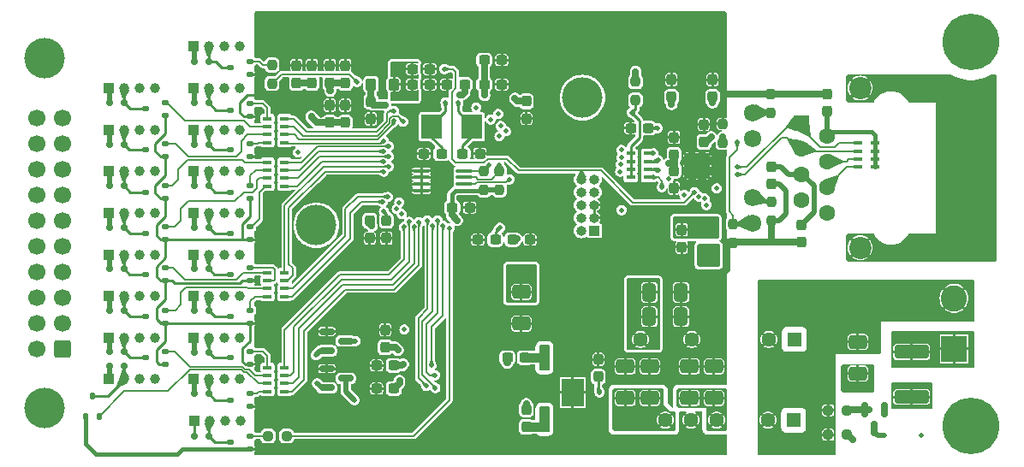
<source format=gbr>
G04 #@! TF.GenerationSoftware,KiCad,Pcbnew,8.0.1*
G04 #@! TF.CreationDate,2024-04-14T22:29:54+02:00*
G04 #@! TF.ProjectId,ETH16CDAQ1,45544831-3643-4444-9151-312e6b696361,rev?*
G04 #@! TF.SameCoordinates,Original*
G04 #@! TF.FileFunction,Copper,L4,Bot*
G04 #@! TF.FilePolarity,Positive*
%FSLAX46Y46*%
G04 Gerber Fmt 4.6, Leading zero omitted, Abs format (unit mm)*
G04 Created by KiCad (PCBNEW 8.0.1) date 2024-04-14 22:29:54*
%MOMM*%
%LPD*%
G01*
G04 APERTURE LIST*
G04 Aperture macros list*
%AMRoundRect*
0 Rectangle with rounded corners*
0 $1 Rounding radius*
0 $2 $3 $4 $5 $6 $7 $8 $9 X,Y pos of 4 corners*
0 Add a 4 corners polygon primitive as box body*
4,1,4,$2,$3,$4,$5,$6,$7,$8,$9,$2,$3,0*
0 Add four circle primitives for the rounded corners*
1,1,$1+$1,$2,$3*
1,1,$1+$1,$4,$5*
1,1,$1+$1,$6,$7*
1,1,$1+$1,$8,$9*
0 Add four rect primitives between the rounded corners*
20,1,$1+$1,$2,$3,$4,$5,0*
20,1,$1+$1,$4,$5,$6,$7,0*
20,1,$1+$1,$6,$7,$8,$9,0*
20,1,$1+$1,$8,$9,$2,$3,0*%
G04 Aperture macros list end*
G04 #@! TA.AperFunction,ComponentPad*
%ADD10C,5.600000*%
G04 #@! TD*
G04 #@! TA.AperFunction,ComponentPad*
%ADD11R,1.000000X1.000000*%
G04 #@! TD*
G04 #@! TA.AperFunction,ComponentPad*
%ADD12C,1.000000*%
G04 #@! TD*
G04 #@! TA.AperFunction,ComponentPad*
%ADD13RoundRect,0.250000X0.600000X0.600000X-0.600000X0.600000X-0.600000X-0.600000X0.600000X-0.600000X0*%
G04 #@! TD*
G04 #@! TA.AperFunction,ComponentPad*
%ADD14C,1.700000*%
G04 #@! TD*
G04 #@! TA.AperFunction,ComponentPad*
%ADD15C,4.000000*%
G04 #@! TD*
G04 #@! TA.AperFunction,ComponentPad*
%ADD16R,1.430000X1.430000*%
G04 #@! TD*
G04 #@! TA.AperFunction,ComponentPad*
%ADD17C,1.430000*%
G04 #@! TD*
G04 #@! TA.AperFunction,ComponentPad*
%ADD18C,0.600000*%
G04 #@! TD*
G04 #@! TA.AperFunction,SMDPad,CuDef*
%ADD19R,2.300000X2.800000*%
G04 #@! TD*
G04 #@! TA.AperFunction,ComponentPad*
%ADD20R,2.600000X2.600000*%
G04 #@! TD*
G04 #@! TA.AperFunction,ComponentPad*
%ADD21C,2.600000*%
G04 #@! TD*
G04 #@! TA.AperFunction,HeatsinkPad*
%ADD22C,0.500000*%
G04 #@! TD*
G04 #@! TA.AperFunction,HeatsinkPad*
%ADD23R,2.500000X2.500000*%
G04 #@! TD*
G04 #@! TA.AperFunction,ComponentPad*
%ADD24RoundRect,0.248000X0.552000X-0.552000X0.552000X0.552000X-0.552000X0.552000X-0.552000X-0.552000X0*%
G04 #@! TD*
G04 #@! TA.AperFunction,ComponentPad*
%ADD25C,1.600000*%
G04 #@! TD*
G04 #@! TA.AperFunction,ComponentPad*
%ADD26C,1.720000*%
G04 #@! TD*
G04 #@! TA.AperFunction,ComponentPad*
%ADD27C,2.200000*%
G04 #@! TD*
G04 #@! TA.AperFunction,ComponentPad*
%ADD28O,1.000000X1.000000*%
G04 #@! TD*
G04 #@! TA.AperFunction,SMDPad,CuDef*
%ADD29RoundRect,0.237500X-0.300000X-0.237500X0.300000X-0.237500X0.300000X0.237500X-0.300000X0.237500X0*%
G04 #@! TD*
G04 #@! TA.AperFunction,SMDPad,CuDef*
%ADD30RoundRect,0.237500X0.237500X-0.300000X0.237500X0.300000X-0.237500X0.300000X-0.237500X-0.300000X0*%
G04 #@! TD*
G04 #@! TA.AperFunction,SMDPad,CuDef*
%ADD31RoundRect,0.112500X-0.237500X0.112500X-0.237500X-0.112500X0.237500X-0.112500X0.237500X0.112500X0*%
G04 #@! TD*
G04 #@! TA.AperFunction,SMDPad,CuDef*
%ADD32RoundRect,0.250000X-0.650000X0.412500X-0.650000X-0.412500X0.650000X-0.412500X0.650000X0.412500X0*%
G04 #@! TD*
G04 #@! TA.AperFunction,SMDPad,CuDef*
%ADD33RoundRect,0.150000X0.150000X0.200000X-0.150000X0.200000X-0.150000X-0.200000X0.150000X-0.200000X0*%
G04 #@! TD*
G04 #@! TA.AperFunction,SMDPad,CuDef*
%ADD34RoundRect,0.237500X-0.237500X0.250000X-0.237500X-0.250000X0.237500X-0.250000X0.237500X0.250000X0*%
G04 #@! TD*
G04 #@! TA.AperFunction,SMDPad,CuDef*
%ADD35RoundRect,0.237500X0.300000X0.237500X-0.300000X0.237500X-0.300000X-0.237500X0.300000X-0.237500X0*%
G04 #@! TD*
G04 #@! TA.AperFunction,SMDPad,CuDef*
%ADD36RoundRect,0.237500X-0.237500X0.300000X-0.237500X-0.300000X0.237500X-0.300000X0.237500X0.300000X0*%
G04 #@! TD*
G04 #@! TA.AperFunction,SMDPad,CuDef*
%ADD37RoundRect,0.150000X-0.587500X-0.150000X0.587500X-0.150000X0.587500X0.150000X-0.587500X0.150000X0*%
G04 #@! TD*
G04 #@! TA.AperFunction,SMDPad,CuDef*
%ADD38R,2.000000X2.400000*%
G04 #@! TD*
G04 #@! TA.AperFunction,SMDPad,CuDef*
%ADD39R,0.900000X0.400000*%
G04 #@! TD*
G04 #@! TA.AperFunction,SMDPad,CuDef*
%ADD40RoundRect,0.237500X0.237500X-0.250000X0.237500X0.250000X-0.237500X0.250000X-0.237500X-0.250000X0*%
G04 #@! TD*
G04 #@! TA.AperFunction,SMDPad,CuDef*
%ADD41RoundRect,0.150000X-0.150000X0.587500X-0.150000X-0.587500X0.150000X-0.587500X0.150000X0.587500X0*%
G04 #@! TD*
G04 #@! TA.AperFunction,SMDPad,CuDef*
%ADD42RoundRect,0.250000X0.650000X-0.412500X0.650000X0.412500X-0.650000X0.412500X-0.650000X-0.412500X0*%
G04 #@! TD*
G04 #@! TA.AperFunction,SMDPad,CuDef*
%ADD43RoundRect,0.237500X0.250000X0.237500X-0.250000X0.237500X-0.250000X-0.237500X0.250000X-0.237500X0*%
G04 #@! TD*
G04 #@! TA.AperFunction,SMDPad,CuDef*
%ADD44RoundRect,0.100000X-0.712500X-0.100000X0.712500X-0.100000X0.712500X0.100000X-0.712500X0.100000X0*%
G04 #@! TD*
G04 #@! TA.AperFunction,SMDPad,CuDef*
%ADD45RoundRect,0.250000X0.275000X0.350000X-0.275000X0.350000X-0.275000X-0.350000X0.275000X-0.350000X0*%
G04 #@! TD*
G04 #@! TA.AperFunction,SMDPad,CuDef*
%ADD46RoundRect,0.250000X-0.412500X-0.650000X0.412500X-0.650000X0.412500X0.650000X-0.412500X0.650000X0*%
G04 #@! TD*
G04 #@! TA.AperFunction,SMDPad,CuDef*
%ADD47RoundRect,0.250000X-1.450000X0.400000X-1.450000X-0.400000X1.450000X-0.400000X1.450000X0.400000X0*%
G04 #@! TD*
G04 #@! TA.AperFunction,SMDPad,CuDef*
%ADD48RoundRect,0.112500X0.112500X0.237500X-0.112500X0.237500X-0.112500X-0.237500X0.112500X-0.237500X0*%
G04 #@! TD*
G04 #@! TA.AperFunction,ViaPad*
%ADD49C,0.500000*%
G04 #@! TD*
G04 #@! TA.AperFunction,Conductor*
%ADD50C,0.127000*%
G04 #@! TD*
G04 #@! TA.AperFunction,Conductor*
%ADD51C,0.254000*%
G04 #@! TD*
G04 #@! TA.AperFunction,Conductor*
%ADD52C,0.508000*%
G04 #@! TD*
G04 #@! TA.AperFunction,Conductor*
%ADD53C,0.635000*%
G04 #@! TD*
G04 #@! TA.AperFunction,Conductor*
%ADD54C,0.381000*%
G04 #@! TD*
G04 #@! TA.AperFunction,Conductor*
%ADD55C,0.889000*%
G04 #@! TD*
G04 APERTURE END LIST*
D10*
G04 #@! TO.P,H101,1*
G04 #@! TO.N,N/C*
X196500000Y-81500000D03*
G04 #@! TD*
D11*
G04 #@! TO.P,K415,1*
G04 #@! TO.N,+5V*
X119634000Y-110794800D03*
D12*
G04 #@! TO.P,K415,2*
G04 #@! TO.N,/Analog/RLY_3*
X121154000Y-110794800D03*
G04 #@! TO.P,K415,3*
G04 #@! TO.N,/Analog/AIN_3*
X122674000Y-110794800D03*
G04 #@! TO.P,K415,4*
G04 #@! TO.N,/Analog/D-*
X124194000Y-110794800D03*
G04 #@! TD*
D13*
G04 #@! TO.P,J401,1,Pin_1*
G04 #@! TO.N,GND2*
X106680000Y-111887000D03*
D14*
G04 #@! TO.P,J401,2,Pin_2*
X104140000Y-111887000D03*
G04 #@! TO.P,J401,3,Pin_3*
G04 #@! TO.N,/Analog/AIN_1*
X106680000Y-109347000D03*
G04 #@! TO.P,J401,4,Pin_4*
G04 #@! TO.N,/Analog/AIN_2*
X104140000Y-109347000D03*
G04 #@! TO.P,J401,5,Pin_5*
G04 #@! TO.N,/Analog/AIN_3*
X106680000Y-106807000D03*
G04 #@! TO.P,J401,6,Pin_6*
G04 #@! TO.N,/Analog/AIN_4*
X104140000Y-106807000D03*
G04 #@! TO.P,J401,7,Pin_7*
G04 #@! TO.N,/Analog/AIN_5*
X106680000Y-104267000D03*
G04 #@! TO.P,J401,8,Pin_8*
G04 #@! TO.N,/Analog/AIN_6*
X104140000Y-104267000D03*
G04 #@! TO.P,J401,9,Pin_9*
G04 #@! TO.N,/Analog/AIN_7*
X106680000Y-101727000D03*
G04 #@! TO.P,J401,10,Pin_10*
G04 #@! TO.N,/Analog/AIN_8*
X104140000Y-101727000D03*
G04 #@! TO.P,J401,11,Pin_11*
G04 #@! TO.N,/Analog/AIN_9*
X106680000Y-99187000D03*
G04 #@! TO.P,J401,12,Pin_12*
G04 #@! TO.N,/Analog/AIN_10*
X104140000Y-99187000D03*
G04 #@! TO.P,J401,13,Pin_13*
G04 #@! TO.N,/Analog/AIN_11*
X106680000Y-96647000D03*
G04 #@! TO.P,J401,14,Pin_14*
G04 #@! TO.N,/Analog/AIN_12*
X104140000Y-96647000D03*
G04 #@! TO.P,J401,15,Pin_15*
G04 #@! TO.N,/Analog/AIN_13*
X106680000Y-94107000D03*
G04 #@! TO.P,J401,16,Pin_16*
G04 #@! TO.N,/Analog/AIN_14*
X104140000Y-94107000D03*
G04 #@! TO.P,J401,17,Pin_17*
G04 #@! TO.N,/Analog/AIN_15*
X106680000Y-91567000D03*
G04 #@! TO.P,J401,18,Pin_18*
G04 #@! TO.N,/Analog/AIN_16*
X104140000Y-91567000D03*
G04 #@! TO.P,J401,19,Pin_19*
G04 #@! TO.N,GND1*
X106680000Y-89027000D03*
G04 #@! TO.P,J401,20,Pin_20*
X104140000Y-89027000D03*
D15*
G04 #@! TO.P,J401,MP*
G04 #@! TO.N,N/C*
X104880000Y-117792000D03*
X104880000Y-83122000D03*
G04 #@! TD*
D11*
G04 #@! TO.P,K404,1*
G04 #@! TO.N,+5V*
X111256000Y-102565200D03*
D12*
G04 #@! TO.P,K404,2*
G04 #@! TO.N,/Analog/RLY_8*
X112776000Y-102565200D03*
G04 #@! TO.P,K404,3*
G04 #@! TO.N,/Analog/AIN_8*
X114296000Y-102565200D03*
G04 #@! TO.P,K404,4*
G04 #@! TO.N,/Analog/D+*
X115816000Y-102565200D03*
G04 #@! TD*
D11*
G04 #@! TO.P,K402,1*
G04 #@! TO.N,+5V*
X111256000Y-110794800D03*
D12*
G04 #@! TO.P,K402,2*
G04 #@! TO.N,/Analog/RLY_4*
X112776000Y-110794800D03*
G04 #@! TO.P,K402,3*
G04 #@! TO.N,/Analog/AIN_4*
X114296000Y-110794800D03*
G04 #@! TO.P,K402,4*
G04 #@! TO.N,/Analog/D+*
X115816000Y-110794800D03*
G04 #@! TD*
D16*
G04 #@! TO.P,U502,1,+Vin*
G04 #@! TO.N,Net-(U501-+Vin)*
X179021000Y-110967000D03*
D17*
G04 #@! TO.P,U502,2,-Vin*
G04 #@! TO.N,GNDPWR*
X176481000Y-110967000D03*
G04 #@! TO.P,U502,5,-Vout*
G04 #@! TO.N,GND*
X168861000Y-110967000D03*
G04 #@! TO.P,U502,7,+Vout*
G04 #@! TO.N,+5V*
X163781000Y-110967000D03*
G04 #@! TD*
D18*
G04 #@! TO.P,U504,11,GND*
G04 #@! TO.N,GND*
X157599000Y-116955000D03*
X157599000Y-115455000D03*
X157099000Y-116205000D03*
D19*
X157099000Y-116205000D03*
D18*
X156599000Y-116955000D03*
X156599000Y-115455000D03*
G04 #@! TD*
D20*
G04 #@! TO.P,J501,1,Pin_1*
G04 #@! TO.N,Net-(J501-Pin_1)*
X194818000Y-111887000D03*
D21*
G04 #@! TO.P,J501,2,Pin_2*
G04 #@! TO.N,GNDPWR*
X194818000Y-106887000D03*
G04 #@! TD*
D11*
G04 #@! TO.P,K412,1*
G04 #@! TO.N,+5V*
X119634000Y-98450400D03*
D12*
G04 #@! TO.P,K412,2*
G04 #@! TO.N,/Analog/RLY_9*
X121154000Y-98450400D03*
G04 #@! TO.P,K412,3*
G04 #@! TO.N,/Analog/AIN_9*
X122674000Y-98450400D03*
G04 #@! TO.P,K412,4*
G04 #@! TO.N,/Analog/D-*
X124194000Y-98450400D03*
G04 #@! TD*
D11*
G04 #@! TO.P,K407,1*
G04 #@! TO.N,+5V*
X111256000Y-90229800D03*
D12*
G04 #@! TO.P,K407,2*
G04 #@! TO.N,/Analog/RLY_14*
X112776000Y-90229800D03*
G04 #@! TO.P,K407,3*
G04 #@! TO.N,/Analog/AIN_14*
X114296000Y-90229800D03*
G04 #@! TO.P,K407,4*
G04 #@! TO.N,/Analog/D+*
X115816000Y-90229800D03*
G04 #@! TD*
D16*
G04 #@! TO.P,U501,1,+Vin*
G04 #@! TO.N,Net-(U501-+Vin)*
X178945200Y-118951000D03*
D17*
G04 #@! TO.P,U501,2,-Vin*
G04 #@! TO.N,GNDPWR*
X176405200Y-118951000D03*
G04 #@! TO.P,U501,4,-Vout*
G04 #@! TO.N,Net-(U501--Vout)*
X171325200Y-118951000D03*
G04 #@! TO.P,U501,5,GND*
G04 #@! TO.N,GND*
X168785200Y-118951000D03*
G04 #@! TO.P,U501,6,+Vout*
G04 #@! TO.N,Net-(U501-+Vout)*
X166245200Y-118951000D03*
G04 #@! TD*
D15*
G04 #@! TO.P,HS101,1*
G04 #@! TO.N,N/C*
X158067000Y-87025000D03*
X131747000Y-99665000D03*
G04 #@! TD*
D22*
G04 #@! TO.P,U301,25,VSS*
G04 #@! TO.N,GND*
X170418000Y-92772000D03*
X169418000Y-92772000D03*
X168418000Y-92772000D03*
X170418000Y-93772000D03*
X169418000Y-93772000D03*
D23*
X169418000Y-93772000D03*
D22*
X168418000Y-93772000D03*
X170418000Y-94772000D03*
X169418000Y-94772000D03*
X168418000Y-94772000D03*
G04 #@! TD*
D24*
G04 #@! TO.P,J301,1,TD+*
G04 #@! TO.N,/Ethernet/ETH_TXP*
X179690000Y-89535000D03*
D25*
G04 #@! TO.P,J301,2,TCT*
G04 #@! TO.N,VCCQ*
X182230000Y-90805000D03*
G04 #@! TO.P,J301,3,TD-*
G04 #@! TO.N,/Ethernet/ETH_TXN*
X179690000Y-92075000D03*
G04 #@! TO.P,J301,4,RD+*
G04 #@! TO.N,/Ethernet/ETH_RXP*
X182230000Y-93345000D03*
G04 #@! TO.P,J301,5,RCT*
G04 #@! TO.N,VCCQ*
X179690000Y-94615000D03*
G04 #@! TO.P,J301,6,RD-*
G04 #@! TO.N,/Ethernet/ETH_RXN*
X182230000Y-95885000D03*
G04 #@! TO.P,J301,7,NC*
G04 #@! TO.N,unconnected-(J301-NC-Pad7)*
X179690000Y-97155000D03*
G04 #@! TO.P,J301,8*
G04 #@! TO.N,Earth*
X182230000Y-98425000D03*
D26*
G04 #@! TO.P,J301,9*
G04 #@! TO.N,Net-(J301-Pad9)*
X174860000Y-88515000D03*
G04 #@! TO.P,J301,10*
G04 #@! TO.N,/Ethernet/LED1*
X174860000Y-91055000D03*
G04 #@! TO.P,J301,11*
G04 #@! TO.N,Net-(J301-Pad11)*
X174860000Y-96905000D03*
G04 #@! TO.P,J301,12*
G04 #@! TO.N,/Ethernet/LED2*
X174860000Y-99445000D03*
D27*
G04 #@! TO.P,J301,SH*
G04 #@! TO.N,Earth*
X185530000Y-86080000D03*
X185530000Y-101880000D03*
G04 #@! TD*
D11*
G04 #@! TO.P,K403,1*
G04 #@! TO.N,+5V*
X111256000Y-106680000D03*
D12*
G04 #@! TO.P,K403,2*
G04 #@! TO.N,/Analog/RLY_6*
X112776000Y-106680000D03*
G04 #@! TO.P,K403,3*
G04 #@! TO.N,/Analog/AIN_6*
X114296000Y-106680000D03*
G04 #@! TO.P,K403,4*
G04 #@! TO.N,/Analog/D+*
X115816000Y-106680000D03*
G04 #@! TD*
D11*
G04 #@! TO.P,K416,1*
G04 #@! TO.N,+5V*
X119637600Y-114909600D03*
D12*
G04 #@! TO.P,K416,2*
G04 #@! TO.N,/Analog/RLY_1*
X121157600Y-114909600D03*
G04 #@! TO.P,K416,3*
G04 #@! TO.N,/Analog/AIN_1*
X122677600Y-114909600D03*
G04 #@! TO.P,K416,4*
G04 #@! TO.N,/Analog/D-*
X124197600Y-114909600D03*
G04 #@! TD*
D11*
G04 #@! TO.P,K405,1*
G04 #@! TO.N,+5V*
X111256000Y-98450400D03*
D12*
G04 #@! TO.P,K405,2*
G04 #@! TO.N,/Analog/RLY_10*
X112776000Y-98450400D03*
G04 #@! TO.P,K405,3*
G04 #@! TO.N,/Analog/AIN_10*
X114296000Y-98450400D03*
G04 #@! TO.P,K405,4*
G04 #@! TO.N,/Analog/D+*
X115816000Y-98450400D03*
G04 #@! TD*
D11*
G04 #@! TO.P,K410,1*
G04 #@! TO.N,+5V*
X119634000Y-90220800D03*
D12*
G04 #@! TO.P,K410,2*
G04 #@! TO.N,/Analog/RLY_13*
X121154000Y-90220800D03*
G04 #@! TO.P,K410,3*
G04 #@! TO.N,/Analog/AIN_13*
X122674000Y-90220800D03*
G04 #@! TO.P,K410,4*
G04 #@! TO.N,/Analog/D-*
X124194000Y-90220800D03*
G04 #@! TD*
D11*
G04 #@! TO.P,K409,1*
G04 #@! TO.N,+5V*
X119634000Y-86106000D03*
D12*
G04 #@! TO.P,K409,2*
G04 #@! TO.N,/Analog/RLY_15*
X121154000Y-86106000D03*
G04 #@! TO.P,K409,3*
G04 #@! TO.N,/Analog/AIN_15*
X122674000Y-86106000D03*
G04 #@! TO.P,K409,4*
G04 #@! TO.N,/Analog/D-*
X124194000Y-86106000D03*
G04 #@! TD*
D11*
G04 #@! TO.P,K411,1*
G04 #@! TO.N,+5V*
X119637600Y-94335600D03*
D12*
G04 #@! TO.P,K411,2*
G04 #@! TO.N,/Analog/RLY_11*
X121157600Y-94335600D03*
G04 #@! TO.P,K411,3*
G04 #@! TO.N,/Analog/AIN_11*
X122677600Y-94335600D03*
G04 #@! TO.P,K411,4*
G04 #@! TO.N,/Analog/D-*
X124197600Y-94335600D03*
G04 #@! TD*
D11*
G04 #@! TO.P,K418,1*
G04 #@! TO.N,+5V*
X119662500Y-119041900D03*
D12*
G04 #@! TO.P,K418,2*
G04 #@! TO.N,/Analog/RLY_GND2*
X121182500Y-119041900D03*
G04 #@! TO.P,K418,3*
G04 #@! TO.N,GND2*
X122702500Y-119041900D03*
G04 #@! TO.P,K418,4*
G04 #@! TO.N,GND*
X124222500Y-119041900D03*
G04 #@! TD*
D11*
G04 #@! TO.P,K408,1*
G04 #@! TO.N,+5V*
X111256000Y-86106000D03*
D12*
G04 #@! TO.P,K408,2*
G04 #@! TO.N,/Analog/RLY_16*
X112776000Y-86106000D03*
G04 #@! TO.P,K408,3*
G04 #@! TO.N,/Analog/AIN_16*
X114296000Y-86106000D03*
G04 #@! TO.P,K408,4*
G04 #@! TO.N,/Analog/D+*
X115816000Y-86106000D03*
G04 #@! TD*
D11*
G04 #@! TO.P,K413,1*
G04 #@! TO.N,+5V*
X119634000Y-102565200D03*
D12*
G04 #@! TO.P,K413,2*
G04 #@! TO.N,/Analog/RLY_7*
X121154000Y-102565200D03*
G04 #@! TO.P,K413,3*
G04 #@! TO.N,/Analog/AIN_7*
X122674000Y-102565200D03*
G04 #@! TO.P,K413,4*
G04 #@! TO.N,/Analog/D-*
X124194000Y-102565200D03*
G04 #@! TD*
D11*
G04 #@! TO.P,K414,1*
G04 #@! TO.N,+5V*
X119637600Y-106680000D03*
D12*
G04 #@! TO.P,K414,2*
G04 #@! TO.N,/Analog/RLY_5*
X121157600Y-106680000D03*
G04 #@! TO.P,K414,3*
G04 #@! TO.N,/Analog/AIN_5*
X122677600Y-106680000D03*
G04 #@! TO.P,K414,4*
G04 #@! TO.N,/Analog/D-*
X124197600Y-106680000D03*
G04 #@! TD*
D11*
G04 #@! TO.P,K406,1*
G04 #@! TO.N,+5V*
X111256000Y-94335600D03*
D12*
G04 #@! TO.P,K406,2*
G04 #@! TO.N,/Analog/RLY_12*
X112776000Y-94335600D03*
G04 #@! TO.P,K406,3*
G04 #@! TO.N,/Analog/AIN_12*
X114296000Y-94335600D03*
G04 #@! TO.P,K406,4*
G04 #@! TO.N,/Analog/D+*
X115816000Y-94335600D03*
G04 #@! TD*
D11*
G04 #@! TO.P,J201,1,Pin_1*
G04 #@! TO.N,+3.3V*
X159248000Y-100189500D03*
D28*
G04 #@! TO.P,J201,2,Pin_2*
G04 #@! TO.N,/MCU/TMS_SWDIO*
X157978000Y-100189500D03*
G04 #@! TO.P,J201,3,Pin_3*
G04 #@! TO.N,GND*
X159248000Y-98919500D03*
G04 #@! TO.P,J201,4,Pin_4*
G04 #@! TO.N,/MCU/TCK_SWCLK*
X157978000Y-98919500D03*
G04 #@! TO.P,J201,5,Pin_5*
G04 #@! TO.N,GND*
X159248000Y-97649500D03*
G04 #@! TO.P,J201,6,Pin_6*
G04 #@! TO.N,unconnected-(J201-Pin_6-Pad6)*
X157978000Y-97649500D03*
G04 #@! TO.P,J201,7,Pin_7*
G04 #@! TO.N,unconnected-(J201-Pin_7-Pad7)*
X159248000Y-96379500D03*
G04 #@! TO.P,J201,8,Pin_8*
G04 #@! TO.N,unconnected-(J201-Pin_8-Pad8)*
X157978000Y-96379500D03*
G04 #@! TO.P,J201,9,Pin_9*
G04 #@! TO.N,unconnected-(J201-Pin_9-Pad9)*
X159248000Y-95109500D03*
G04 #@! TO.P,J201,10,Pin_10*
G04 #@! TO.N,/MCU/NRST*
X157978000Y-95109500D03*
G04 #@! TD*
D10*
G04 #@! TO.P,H102,1*
G04 #@! TO.N,N/C*
X196500000Y-119500000D03*
G04 #@! TD*
D11*
G04 #@! TO.P,K401,1*
G04 #@! TO.N,+5V*
X111256000Y-114909600D03*
D12*
G04 #@! TO.P,K401,2*
G04 #@! TO.N,/Analog/RLY_2*
X112776000Y-114909600D03*
G04 #@! TO.P,K401,3*
G04 #@! TO.N,/Analog/AIN_2*
X114296000Y-114909600D03*
G04 #@! TO.P,K401,4*
G04 #@! TO.N,/Analog/D+*
X115816000Y-114909600D03*
G04 #@! TD*
D11*
G04 #@! TO.P,K417,1*
G04 #@! TO.N,+5V*
X119611700Y-81957900D03*
D12*
G04 #@! TO.P,K417,2*
G04 #@! TO.N,/Analog/RLY_GND1*
X121131700Y-81957900D03*
G04 #@! TO.P,K417,3*
G04 #@! TO.N,GND1*
X122651700Y-81957900D03*
G04 #@! TO.P,K417,4*
G04 #@! TO.N,GND*
X124171700Y-81957900D03*
G04 #@! TD*
D29*
G04 #@! TO.P,C209,1*
G04 #@! TO.N,+3.3V*
X148362500Y-83312000D03*
G04 #@! TO.P,C209,2*
G04 #@! TO.N,GND*
X150087500Y-83312000D03*
G04 #@! TD*
D30*
G04 #@! TO.P,C207,1*
G04 #@! TO.N,+3.3VADC*
X131318000Y-85571500D03*
G04 #@! TO.P,C207,2*
G04 #@! TO.N,GND*
X131318000Y-83846500D03*
G04 #@! TD*
D31*
G04 #@! TO.P,Q407,1,B*
G04 #@! TO.N,/Analog/RCTR14*
X116824000Y-91552000D03*
G04 #@! TO.P,Q407,2,E*
G04 #@! TO.N,GND*
X116824000Y-92852000D03*
G04 #@! TO.P,Q407,3,C*
G04 #@! TO.N,/Analog/RLY_14*
X114824000Y-92202000D03*
G04 #@! TD*
D32*
G04 #@! TO.P,C503,1*
G04 #@! TO.N,GND*
X171069000Y-113626500D03*
G04 #@! TO.P,C503,2*
G04 #@! TO.N,Net-(U501--Vout)*
X171069000Y-116751500D03*
G04 #@! TD*
D29*
G04 #@! TO.P,C208,1*
G04 #@! TO.N,+3.3V*
X151156500Y-101092000D03*
G04 #@! TO.P,C208,2*
G04 #@! TO.N,GND*
X152881500Y-101092000D03*
G04 #@! TD*
D30*
G04 #@! TO.P,C220,1*
G04 #@! TO.N,VCOM*
X133096000Y-89508500D03*
G04 #@! TO.P,C220,2*
G04 #@! TO.N,GND*
X133096000Y-87783500D03*
G04 #@! TD*
D33*
G04 #@! TO.P,D416,1,K*
G04 #@! TO.N,+5V*
X119696000Y-116332000D03*
G04 #@! TO.P,D416,2,A*
G04 #@! TO.N,/Analog/RLY_1*
X121096000Y-116332000D03*
G04 #@! TD*
D29*
G04 #@! TO.P,C215,1*
G04 #@! TO.N,VDDA*
X141250500Y-84201000D03*
G04 #@! TO.P,C215,2*
G04 #@! TO.N,GND*
X142975500Y-84201000D03*
G04 #@! TD*
D31*
G04 #@! TO.P,Q404,1,B*
G04 #@! TO.N,/Analog/RCTR8*
X116824000Y-103871000D03*
G04 #@! TO.P,Q404,2,E*
G04 #@! TO.N,GND*
X116824000Y-105171000D03*
G04 #@! TO.P,Q404,3,C*
G04 #@! TO.N,/Analog/RLY_8*
X114824000Y-104521000D03*
G04 #@! TD*
G04 #@! TO.P,Q411,1,B*
G04 #@! TO.N,/Analog/RCTR11*
X125206000Y-95743000D03*
G04 #@! TO.P,Q411,2,E*
G04 #@! TO.N,GND*
X125206000Y-97043000D03*
G04 #@! TO.P,Q411,3,C*
G04 #@! TO.N,/Analog/RLY_11*
X123206000Y-96393000D03*
G04 #@! TD*
G04 #@! TO.P,Q410,1,B*
G04 #@! TO.N,/Analog/RCTR13*
X125206000Y-91552000D03*
G04 #@! TO.P,Q410,2,E*
G04 #@! TO.N,GND*
X125206000Y-92852000D03*
G04 #@! TO.P,Q410,3,C*
G04 #@! TO.N,/Analog/RLY_13*
X123206000Y-92202000D03*
G04 #@! TD*
D34*
G04 #@! TO.P,R304,1*
G04 #@! TO.N,GND*
X171958000Y-89638500D03*
G04 #@! TO.P,R304,2*
G04 #@! TO.N,Net-(U301-RBIAS)*
X171958000Y-91463500D03*
G04 #@! TD*
D35*
G04 #@! TO.P,C401,1*
G04 #@! TO.N,VPP*
X139419500Y-113538000D03*
G04 #@! TO.P,C401,2*
G04 #@! TO.N,GND*
X137694500Y-113538000D03*
G04 #@! TD*
D33*
G04 #@! TO.P,D417,1,K*
G04 #@! TO.N,+5V*
X119696000Y-83439000D03*
G04 #@! TO.P,D417,2,A*
G04 #@! TO.N,/Analog/RLY_GND1*
X121096000Y-83439000D03*
G04 #@! TD*
D35*
G04 #@! TO.P,C402,1*
G04 #@! TO.N,VSS*
X139419500Y-115824000D03*
G04 #@! TO.P,C402,2*
G04 #@! TO.N,GND*
X137694500Y-115824000D03*
G04 #@! TD*
D33*
G04 #@! TO.P,D412,1,K*
G04 #@! TO.N,+5V*
X119696000Y-99872800D03*
G04 #@! TO.P,D412,2,A*
G04 #@! TO.N,/Analog/RLY_9*
X121096000Y-99872800D03*
G04 #@! TD*
G04 #@! TO.P,D403,1,K*
G04 #@! TO.N,+5V*
X111314000Y-108102400D03*
G04 #@! TO.P,D403,2,A*
G04 #@! TO.N,/Analog/RLY_6*
X112714000Y-108102400D03*
G04 #@! TD*
D31*
G04 #@! TO.P,Q403,1,B*
G04 #@! TO.N,/Analog/RCTR6*
X116824000Y-108062000D03*
G04 #@! TO.P,Q403,2,E*
G04 #@! TO.N,GND*
X116824000Y-109362000D03*
G04 #@! TO.P,Q403,3,C*
G04 #@! TO.N,/Analog/RLY_6*
X114824000Y-108712000D03*
G04 #@! TD*
G04 #@! TO.P,Q406,1,B*
G04 #@! TO.N,/Analog/RCTR12*
X116824000Y-95743000D03*
G04 #@! TO.P,Q406,2,E*
G04 #@! TO.N,GND*
X116824000Y-97043000D03*
G04 #@! TO.P,Q406,3,C*
G04 #@! TO.N,/Analog/RLY_12*
X114824000Y-96393000D03*
G04 #@! TD*
D30*
G04 #@! TO.P,C205,1*
G04 #@! TO.N,+5V*
X134620000Y-85571500D03*
G04 #@! TO.P,C205,2*
G04 #@! TO.N,GND*
X134620000Y-83846500D03*
G04 #@! TD*
D36*
G04 #@! TO.P,C201,1*
G04 #@! TO.N,+3.3V*
X137033000Y-99213500D03*
G04 #@! TO.P,C201,2*
G04 #@! TO.N,GND*
X137033000Y-100938500D03*
G04 #@! TD*
D33*
G04 #@! TO.P,D418,1,K*
G04 #@! TO.N,+5V*
X119696000Y-120523000D03*
G04 #@! TO.P,D418,2,A*
G04 #@! TO.N,/Analog/RLY_GND2*
X121096000Y-120523000D03*
G04 #@! TD*
D37*
G04 #@! TO.P,RN401,1*
G04 #@! TO.N,/Analog/D+*
X132793500Y-112075000D03*
G04 #@! TO.P,RN401,2*
G04 #@! TO.N,GND*
X132793500Y-110175000D03*
G04 #@! TO.P,RN401,3*
G04 #@! TO.N,Net-(U401-IN1+)*
X134668500Y-111125000D03*
G04 #@! TD*
D38*
G04 #@! TO.P,Y201,1,1*
G04 #@! TO.N,Net-(U202-PH0)*
X147161000Y-89916000D03*
G04 #@! TO.P,Y201,2,2*
G04 #@! TO.N,Net-(U202-PH1)*
X143161000Y-89916000D03*
G04 #@! TD*
D30*
G04 #@! TO.P,C202,1*
G04 #@! TO.N,+5V*
X133096000Y-85571500D03*
G04 #@! TO.P,C202,2*
G04 #@! TO.N,GND*
X133096000Y-83846500D03*
G04 #@! TD*
D29*
G04 #@! TO.P,C511,1*
G04 #@! TO.N,Net-(U504-FBN)*
X150648500Y-112776000D03*
G04 #@! TO.P,C511,2*
G04 #@! TO.N,VSS*
X152373500Y-112776000D03*
G04 #@! TD*
D34*
G04 #@! TO.P,R305,1*
G04 #@! TO.N,Net-(J301-Pad11)*
X176784000Y-97385500D03*
G04 #@! TO.P,R305,2*
G04 #@! TO.N,GND*
X176784000Y-99210500D03*
G04 #@! TD*
D39*
G04 #@! TO.P,RN202,1,R1.1*
G04 #@! TO.N,/Analog/RCTR1*
X126912000Y-116135000D03*
G04 #@! TO.P,RN202,2,R2.1*
G04 #@! TO.N,/Analog/RCTR2*
X126912000Y-115335000D03*
G04 #@! TO.P,RN202,3,R3.1*
G04 #@! TO.N,/Analog/RCTR4*
X126912000Y-114535000D03*
G04 #@! TO.P,RN202,4,R4.1*
G04 #@! TO.N,/Analog/RCTR3*
X126912000Y-113735000D03*
G04 #@! TO.P,RN202,5,R4.2*
G04 #@! TO.N,/MCU/RELAY3*
X128612000Y-113735000D03*
G04 #@! TO.P,RN202,6,R3.2*
G04 #@! TO.N,/MCU/RELAY4*
X128612000Y-114535000D03*
G04 #@! TO.P,RN202,7,R2.2*
G04 #@! TO.N,/MCU/RELAY2*
X128612000Y-115335000D03*
G04 #@! TO.P,RN202,8,R1.2*
G04 #@! TO.N,/MCU/RELAY1*
X128612000Y-116135000D03*
G04 #@! TD*
D36*
G04 #@! TO.P,C206,1*
G04 #@! TO.N,+3.3V*
X152527000Y-87379000D03*
G04 #@! TO.P,C206,2*
G04 #@! TO.N,GND*
X152527000Y-89104000D03*
G04 #@! TD*
D33*
G04 #@! TO.P,D409,1,K*
G04 #@! TO.N,+5V*
X119696000Y-87528400D03*
G04 #@! TO.P,D409,2,A*
G04 #@! TO.N,/Analog/RLY_15*
X121096000Y-87528400D03*
G04 #@! TD*
G04 #@! TO.P,D408,1,K*
G04 #@! TO.N,+5V*
X111314000Y-87528400D03*
G04 #@! TO.P,D408,2,A*
G04 #@! TO.N,/Analog/RLY_16*
X112714000Y-87528400D03*
G04 #@! TD*
D31*
G04 #@! TO.P,Q402,1,B*
G04 #@! TO.N,/Analog/RCTR4*
X116824000Y-112126000D03*
G04 #@! TO.P,Q402,2,E*
G04 #@! TO.N,GND*
X116824000Y-113426000D03*
G04 #@! TO.P,Q402,3,C*
G04 #@! TO.N,/Analog/RLY_4*
X114824000Y-112776000D03*
G04 #@! TD*
D39*
G04 #@! TO.P,RN203,1,R1.1*
G04 #@! TO.N,/Analog/RCTR5*
X126912000Y-106737000D03*
G04 #@! TO.P,RN203,2,R2.1*
G04 #@! TO.N,/Analog/RCTR6*
X126912000Y-105937000D03*
G04 #@! TO.P,RN203,3,R3.1*
G04 #@! TO.N,/Analog/RCTR7*
X126912000Y-105137000D03*
G04 #@! TO.P,RN203,4,R4.1*
G04 #@! TO.N,/Analog/RCTR8*
X126912000Y-104337000D03*
G04 #@! TO.P,RN203,5,R4.2*
G04 #@! TO.N,/MCU/RELAY8*
X128612000Y-104337000D03*
G04 #@! TO.P,RN203,6,R3.2*
G04 #@! TO.N,/MCU/RELAY7*
X128612000Y-105137000D03*
G04 #@! TO.P,RN203,7,R2.2*
G04 #@! TO.N,/MCU/RELAY6*
X128612000Y-105937000D03*
G04 #@! TO.P,RN203,8,R1.2*
G04 #@! TO.N,/MCU/RELAY5*
X128612000Y-106737000D03*
G04 #@! TD*
D33*
G04 #@! TO.P,D405,1,K*
G04 #@! TO.N,+5V*
X111314000Y-99872800D03*
G04 #@! TO.P,D405,2,A*
G04 #@! TO.N,/Analog/RLY_10*
X112714000Y-99872800D03*
G04 #@! TD*
D31*
G04 #@! TO.P,Q409,1,B*
G04 #@! TO.N,/Analog/RCTR15*
X125206000Y-87615000D03*
G04 #@! TO.P,Q409,2,E*
G04 #@! TO.N,GND*
X125206000Y-88915000D03*
G04 #@! TO.P,Q409,3,C*
G04 #@! TO.N,/Analog/RLY_15*
X123206000Y-88265000D03*
G04 #@! TD*
D30*
G04 #@! TO.P,C404,1*
G04 #@! TO.N,+3.3VADC*
X138557000Y-111733500D03*
G04 #@! TO.P,C404,2*
G04 #@! TO.N,GND*
X138557000Y-110008500D03*
G04 #@! TD*
D36*
G04 #@! TO.P,C309,1*
G04 #@! TO.N,VCCQ*
X176784000Y-93879500D03*
G04 #@! TO.P,C309,2*
G04 #@! TO.N,GND*
X176784000Y-95604500D03*
G04 #@! TD*
D40*
G04 #@! TO.P,R407,1*
G04 #@! TO.N,/Analog/GND1_CTR*
X127381000Y-85621500D03*
G04 #@! TO.P,R407,2*
G04 #@! TO.N,Net-(Q417-B)*
X127381000Y-83796500D03*
G04 #@! TD*
D33*
G04 #@! TO.P,D414,1,K*
G04 #@! TO.N,+5V*
X119696000Y-108102400D03*
G04 #@! TO.P,D414,2,A*
G04 #@! TO.N,/Analog/RLY_5*
X121096000Y-108102400D03*
G04 #@! TD*
D34*
G04 #@! TO.P,R303,1*
G04 #@! TO.N,/Ethernet/LED2*
X172974000Y-99544500D03*
G04 #@! TO.P,R303,2*
G04 #@! TO.N,GND*
X172974000Y-101369500D03*
G04 #@! TD*
D41*
G04 #@! TO.P,D501,1,A*
G04 #@! TO.N,Net-(D501-A)*
X185994000Y-117886000D03*
G04 #@! TO.P,D501,2,NC*
G04 #@! TO.N,unconnected-(D501-NC-Pad2)*
X187894000Y-117886000D03*
G04 #@! TO.P,D501,3,K*
G04 #@! TO.N,Net-(D501-K)*
X186944000Y-119761000D03*
G04 #@! TD*
D31*
G04 #@! TO.P,Q405,1,B*
G04 #@! TO.N,/Analog/RCTR10*
X116824000Y-99807000D03*
G04 #@! TO.P,Q405,2,E*
G04 #@! TO.N,GND*
X116824000Y-101107000D03*
G04 #@! TO.P,Q405,3,C*
G04 #@! TO.N,/Analog/RLY_10*
X114824000Y-100457000D03*
G04 #@! TD*
D42*
G04 #@! TO.P,C502,1*
G04 #@! TO.N,Net-(U501-+Vout)*
X162306000Y-116751500D03*
G04 #@! TO.P,C502,2*
G04 #@! TO.N,GND*
X162306000Y-113626500D03*
G04 #@! TD*
D35*
G04 #@! TO.P,C217,1*
G04 #@! TO.N,Net-(C217-Pad1)*
X149452500Y-101092000D03*
G04 #@! TO.P,C217,2*
G04 #@! TO.N,GND*
X147727500Y-101092000D03*
G04 #@! TD*
D43*
G04 #@! TO.P,R501,1*
G04 #@! TO.N,Net-(D501-A)*
X184173500Y-117983000D03*
G04 #@! TO.P,R501,2*
G04 #@! TO.N,GNDPWR*
X182348500Y-117983000D03*
G04 #@! TD*
D40*
G04 #@! TO.P,R306,1*
G04 #@! TO.N,Net-(J301-Pad9)*
X176657000Y-88542500D03*
G04 #@! TO.P,R306,2*
G04 #@! TO.N,GND*
X176657000Y-86717500D03*
G04 #@! TD*
D44*
G04 #@! TO.P,U203,1,A0*
G04 #@! TO.N,GND*
X142159500Y-96225000D03*
G04 #@! TO.P,U203,2,A1*
X142159500Y-95575000D03*
G04 #@! TO.P,U203,3,A2*
X142159500Y-94925000D03*
G04 #@! TO.P,U203,4,GND*
X142159500Y-94275000D03*
G04 #@! TO.P,U203,5,SDA*
G04 #@! TO.N,/MCU/I2C1_SDA*
X146384500Y-94275000D03*
G04 #@! TO.P,U203,6,SCL*
G04 #@! TO.N,/MCU/I2C1_SCL*
X146384500Y-94925000D03*
G04 #@! TO.P,U203,7,WP*
G04 #@! TO.N,/MCU/EEPROM_WP*
X146384500Y-95575000D03*
G04 #@! TO.P,U203,8,VCC*
G04 #@! TO.N,+3.3V*
X146384500Y-96225000D03*
G04 #@! TD*
D39*
G04 #@! TO.P,RN303,1,R1.1*
G04 #@! TO.N,/Ethernet/ETH_RXN*
X185332000Y-93910000D03*
G04 #@! TO.P,RN303,2,R2.1*
G04 #@! TO.N,/Ethernet/ETH_RXP*
X185332000Y-93110000D03*
G04 #@! TO.P,RN303,3,R3.1*
G04 #@! TO.N,/Ethernet/ETH_TXN*
X185332000Y-92310000D03*
G04 #@! TO.P,RN303,4,R4.1*
G04 #@! TO.N,/Ethernet/ETH_TXP*
X185332000Y-91510000D03*
G04 #@! TO.P,RN303,5,R4.2*
G04 #@! TO.N,VCCQ*
X187032000Y-91510000D03*
G04 #@! TO.P,RN303,6,R3.2*
X187032000Y-92310000D03*
G04 #@! TO.P,RN303,7,R2.2*
X187032000Y-93110000D03*
G04 #@! TO.P,RN303,8,R1.2*
X187032000Y-93910000D03*
G04 #@! TD*
D36*
G04 #@! TO.P,C310,1*
G04 #@! TO.N,VCCQ*
X167894000Y-100102500D03*
G04 #@! TO.P,C310,2*
G04 #@! TO.N,GND*
X167894000Y-101827500D03*
G04 #@! TD*
D45*
G04 #@! TO.P,FB201,1*
G04 #@! TO.N,VDDA*
X139453000Y-85725000D03*
G04 #@! TO.P,FB201,2*
G04 #@! TO.N,+3.3V*
X137153000Y-85725000D03*
G04 #@! TD*
D29*
G04 #@! TO.P,C213,1*
G04 #@! TO.N,Net-(U202-PH0)*
X146203500Y-92583000D03*
G04 #@! TO.P,C213,2*
G04 #@! TO.N,GND*
X147928500Y-92583000D03*
G04 #@! TD*
D42*
G04 #@! TO.P,C506,1*
G04 #@! TO.N,Net-(U501-+Vout)*
X164719000Y-116751500D03*
G04 #@! TO.P,C506,2*
G04 #@! TO.N,GND*
X164719000Y-113626500D03*
G04 #@! TD*
D33*
G04 #@! TO.P,D410,1,K*
G04 #@! TO.N,+5V*
X119696000Y-91643200D03*
G04 #@! TO.P,D410,2,A*
G04 #@! TO.N,/Analog/RLY_13*
X121096000Y-91643200D03*
G04 #@! TD*
D29*
G04 #@! TO.P,C218,1*
G04 #@! TO.N,VDDA*
X141250500Y-85725000D03*
G04 #@! TO.P,C218,2*
G04 #@! TO.N,GND*
X142975500Y-85725000D03*
G04 #@! TD*
D42*
G04 #@! TO.P,C501,1*
G04 #@! TO.N,Net-(D501-K)*
X185293000Y-114338500D03*
G04 #@! TO.P,C501,2*
G04 #@! TO.N,GNDPWR*
X185293000Y-111213500D03*
G04 #@! TD*
D30*
G04 #@! TO.P,C302,1*
G04 #@! TO.N,+3.3V*
X167132000Y-92683500D03*
G04 #@! TO.P,C302,2*
G04 #@! TO.N,GND*
X167132000Y-90958500D03*
G04 #@! TD*
G04 #@! TO.P,C311,1*
G04 #@! TO.N,VCCQ*
X182245000Y-88365500D03*
G04 #@! TO.P,C311,2*
G04 #@! TO.N,GND*
X182245000Y-86640500D03*
G04 #@! TD*
D33*
G04 #@! TO.P,D411,1,K*
G04 #@! TO.N,+5V*
X119696000Y-95758000D03*
G04 #@! TO.P,D411,2,A*
G04 #@! TO.N,/Analog/RLY_11*
X121096000Y-95758000D03*
G04 #@! TD*
D39*
G04 #@! TO.P,RN204,1,R1.1*
G04 #@! TO.N,/Analog/RCTR9*
X126912000Y-95815000D03*
G04 #@! TO.P,RN204,2,R2.1*
G04 #@! TO.N,/Analog/RCTR10*
X126912000Y-95015000D03*
G04 #@! TO.P,RN204,3,R3.1*
G04 #@! TO.N,/Analog/RCTR11*
X126912000Y-94215000D03*
G04 #@! TO.P,RN204,4,R4.1*
G04 #@! TO.N,/Analog/RCTR12*
X126912000Y-93415000D03*
G04 #@! TO.P,RN204,5,R4.2*
G04 #@! TO.N,/MCU/RELAY12*
X128612000Y-93415000D03*
G04 #@! TO.P,RN204,6,R3.2*
G04 #@! TO.N,/MCU/RELAY11*
X128612000Y-94215000D03*
G04 #@! TO.P,RN204,7,R2.2*
G04 #@! TO.N,/MCU/RELAY10*
X128612000Y-95015000D03*
G04 #@! TO.P,RN204,8,R1.2*
G04 #@! TO.N,/MCU/RELAY9*
X128612000Y-95815000D03*
G04 #@! TD*
D30*
G04 #@! TO.P,C204,1*
G04 #@! TO.N,+3.3VADC*
X129794000Y-85571500D03*
G04 #@! TO.P,C204,2*
G04 #@! TO.N,GND*
X129794000Y-83846500D03*
G04 #@! TD*
D35*
G04 #@! TO.P,C214,1*
G04 #@! TO.N,Net-(U202-PH1)*
X144118500Y-92583000D03*
G04 #@! TO.P,C214,2*
G04 #@! TO.N,GND*
X142393500Y-92583000D03*
G04 #@! TD*
D36*
G04 #@! TO.P,C508,1*
G04 #@! TO.N,GND*
X159639000Y-112929500D03*
G04 #@! TO.P,C508,2*
G04 #@! TO.N,Net-(U504-NR{slash}SS)*
X159639000Y-114654500D03*
G04 #@! TD*
D35*
G04 #@! TO.P,C210,1*
G04 #@! TO.N,+3.3V*
X146404500Y-85725000D03*
G04 #@! TO.P,C210,2*
G04 #@! TO.N,GND*
X144679500Y-85725000D03*
G04 #@! TD*
D39*
G04 #@! TO.P,RN205,1,R1.1*
G04 #@! TO.N,/Analog/RCTR13*
X126912000Y-91497000D03*
G04 #@! TO.P,RN205,2,R2.1*
G04 #@! TO.N,/Analog/RCTR14*
X126912000Y-90697000D03*
G04 #@! TO.P,RN205,3,R3.1*
G04 #@! TO.N,/Analog/RCTR16*
X126912000Y-89897000D03*
G04 #@! TO.P,RN205,4,R4.1*
G04 #@! TO.N,/Analog/RCTR15*
X126912000Y-89097000D03*
G04 #@! TO.P,RN205,5,R4.2*
G04 #@! TO.N,/MCU/RELAY15*
X128612000Y-89097000D03*
G04 #@! TO.P,RN205,6,R3.2*
G04 #@! TO.N,/MCU/RELAY16*
X128612000Y-89897000D03*
G04 #@! TO.P,RN205,7,R2.2*
G04 #@! TO.N,/MCU/RELAY14*
X128612000Y-90697000D03*
G04 #@! TO.P,RN205,8,R1.2*
G04 #@! TO.N,/MCU/RELAY13*
X128612000Y-91497000D03*
G04 #@! TD*
D43*
G04 #@! TO.P,R408,1*
G04 #@! TO.N,/Analog/GND2_CTR*
X128801500Y-120523000D03*
G04 #@! TO.P,R408,2*
G04 #@! TO.N,Net-(Q418-B)*
X126976500Y-120523000D03*
G04 #@! TD*
D33*
G04 #@! TO.P,D413,1,K*
G04 #@! TO.N,+5V*
X119696000Y-103987600D03*
G04 #@! TO.P,D413,2,A*
G04 #@! TO.N,/Analog/RLY_7*
X121096000Y-103987600D03*
G04 #@! TD*
D40*
G04 #@! TO.P,R203,1*
G04 #@! TO.N,+3.3V*
X148336000Y-96162500D03*
G04 #@! TO.P,R203,2*
G04 #@! TO.N,/MCU/I2C1_SDA*
X148336000Y-94337500D03*
G04 #@! TD*
D33*
G04 #@! TO.P,D415,1,K*
G04 #@! TO.N,+5V*
X119696000Y-112217200D03*
G04 #@! TO.P,D415,2,A*
G04 #@! TO.N,/Analog/RLY_3*
X121096000Y-112217200D03*
G04 #@! TD*
D46*
G04 #@! TO.P,C504,1*
G04 #@! TO.N,+5V*
X164680500Y-108712000D03*
G04 #@! TO.P,C504,2*
G04 #@! TO.N,GND*
X167805500Y-108712000D03*
G04 #@! TD*
D32*
G04 #@! TO.P,C509,1*
G04 #@! TO.N,+3.3V*
X152019000Y-106260500D03*
G04 #@! TO.P,C509,2*
G04 #@! TO.N,GND*
X152019000Y-109385500D03*
G04 #@! TD*
D30*
G04 #@! TO.P,C510,1*
G04 #@! TO.N,VPP*
X152527000Y-119607500D03*
G04 #@! TO.P,C510,2*
G04 #@! TO.N,Net-(U504-FBP)*
X152527000Y-117882500D03*
G04 #@! TD*
D31*
G04 #@! TO.P,Q412,1,B*
G04 #@! TO.N,/Analog/RCTR9*
X125206000Y-99807000D03*
G04 #@! TO.P,Q412,2,E*
G04 #@! TO.N,GND*
X125206000Y-101107000D03*
G04 #@! TO.P,Q412,3,C*
G04 #@! TO.N,/Analog/RLY_9*
X123206000Y-100457000D03*
G04 #@! TD*
D36*
G04 #@! TO.P,C305,1*
G04 #@! TO.N,+3.3V*
X167132000Y-94260500D03*
G04 #@! TO.P,C305,2*
G04 #@! TO.N,GND*
X167132000Y-95985500D03*
G04 #@! TD*
D33*
G04 #@! TO.P,D406,1,K*
G04 #@! TO.N,+5V*
X111314000Y-95758000D03*
G04 #@! TO.P,D406,2,A*
G04 #@! TO.N,/Analog/RLY_12*
X112714000Y-95758000D03*
G04 #@! TD*
D30*
G04 #@! TO.P,C221,1*
G04 #@! TO.N,VCOM*
X134620000Y-89508500D03*
G04 #@! TO.P,C221,2*
G04 #@! TO.N,GND*
X134620000Y-87783500D03*
G04 #@! TD*
D31*
G04 #@! TO.P,Q413,1,B*
G04 #@! TO.N,/Analog/RCTR7*
X125206000Y-103871000D03*
G04 #@! TO.P,Q413,2,E*
G04 #@! TO.N,GND*
X125206000Y-105171000D03*
G04 #@! TO.P,Q413,3,C*
G04 #@! TO.N,/Analog/RLY_7*
X123206000Y-104521000D03*
G04 #@! TD*
D33*
G04 #@! TO.P,D402,1,K*
G04 #@! TO.N,+5V*
X111314000Y-112166400D03*
G04 #@! TO.P,D402,2,A*
G04 #@! TO.N,/Analog/RLY_4*
X112714000Y-112166400D03*
G04 #@! TD*
G04 #@! TO.P,D407,1,K*
G04 #@! TO.N,+5V*
X111314000Y-91643200D03*
G04 #@! TO.P,D407,2,A*
G04 #@! TO.N,/Analog/RLY_14*
X112714000Y-91643200D03*
G04 #@! TD*
D32*
G04 #@! TO.P,C507,1*
G04 #@! TO.N,GND*
X168656000Y-113626500D03*
G04 #@! TO.P,C507,2*
G04 #@! TO.N,Net-(U501--Vout)*
X168656000Y-116751500D03*
G04 #@! TD*
D31*
G04 #@! TO.P,Q415,1,B*
G04 #@! TO.N,/Analog/RCTR3*
X125206000Y-112126000D03*
G04 #@! TO.P,Q415,2,E*
G04 #@! TO.N,GND*
X125206000Y-113426000D03*
G04 #@! TO.P,Q415,3,C*
G04 #@! TO.N,/Analog/RLY_3*
X123206000Y-112776000D03*
G04 #@! TD*
D39*
G04 #@! TO.P,RN302,1,R1.1*
G04 #@! TO.N,/Ethernet/MODE0*
X164553000Y-92526000D03*
G04 #@! TO.P,RN302,2,R2.1*
G04 #@! TO.N,/Ethernet/MODE1*
X164553000Y-93326000D03*
G04 #@! TO.P,RN302,3,R3.1*
G04 #@! TO.N,/Ethernet/MODE2*
X164553000Y-94126000D03*
G04 #@! TO.P,RN302,4,R4.1*
G04 #@! TO.N,/Ethernet/REFCLK0*
X164553000Y-94926000D03*
G04 #@! TO.P,RN302,5,R4.2*
G04 #@! TO.N,+3.3V*
X162853000Y-94926000D03*
G04 #@! TO.P,RN302,6,R3.2*
X162853000Y-94126000D03*
G04 #@! TO.P,RN302,7,R2.2*
X162853000Y-93326000D03*
G04 #@! TO.P,RN302,8,R1.2*
X162853000Y-92526000D03*
G04 #@! TD*
D31*
G04 #@! TO.P,Q414,1,B*
G04 #@! TO.N,/Analog/RCTR5*
X125206000Y-108062000D03*
G04 #@! TO.P,Q414,2,E*
G04 #@! TO.N,GND*
X125206000Y-109362000D03*
G04 #@! TO.P,Q414,3,C*
G04 #@! TO.N,/Analog/RLY_5*
X123206000Y-108712000D03*
G04 #@! TD*
D47*
G04 #@! TO.P,F501,1*
G04 #@! TO.N,Net-(J501-Pin_1)*
X190627000Y-112202000D03*
G04 #@! TO.P,F501,2*
G04 #@! TO.N,Net-(Q501-D)*
X190627000Y-116652000D03*
G04 #@! TD*
D31*
G04 #@! TO.P,Q408,1,B*
G04 #@! TO.N,/Analog/RCTR16*
X116824000Y-87488000D03*
G04 #@! TO.P,Q408,2,E*
G04 #@! TO.N,GND*
X116824000Y-88788000D03*
G04 #@! TO.P,Q408,3,C*
G04 #@! TO.N,/Analog/RLY_16*
X114824000Y-88138000D03*
G04 #@! TD*
D33*
G04 #@! TO.P,D401,1,K*
G04 #@! TO.N,+5V*
X111314000Y-113588800D03*
G04 #@! TO.P,D401,2,A*
G04 #@! TO.N,/Analog/RLY_2*
X112714000Y-113588800D03*
G04 #@! TD*
D31*
G04 #@! TO.P,Q416,1,B*
G04 #@! TO.N,/Analog/RCTR1*
X125206000Y-116317000D03*
G04 #@! TO.P,Q416,2,E*
G04 #@! TO.N,GND*
X125206000Y-117617000D03*
G04 #@! TO.P,Q416,3,C*
G04 #@! TO.N,/Analog/RLY_1*
X123206000Y-116967000D03*
G04 #@! TD*
D29*
G04 #@! TO.P,C211,1*
G04 #@! TO.N,+3.3V*
X148362500Y-85725000D03*
G04 #@! TO.P,C211,2*
G04 #@! TO.N,GND*
X150087500Y-85725000D03*
G04 #@! TD*
D40*
G04 #@! TO.P,R204,1*
G04 #@! TO.N,+3.3V*
X149860000Y-96162500D03*
G04 #@! TO.P,R204,2*
G04 #@! TO.N,/MCU/I2C1_SCL*
X149860000Y-94337500D03*
G04 #@! TD*
D31*
G04 #@! TO.P,Q417,1,B*
G04 #@! TO.N,Net-(Q417-B)*
X125206000Y-83424000D03*
G04 #@! TO.P,Q417,2,E*
G04 #@! TO.N,GND*
X125206000Y-84724000D03*
G04 #@! TO.P,Q417,3,C*
G04 #@! TO.N,/Analog/RLY_GND1*
X123206000Y-84074000D03*
G04 #@! TD*
D36*
G04 #@! TO.P,C216,1*
G04 #@! TO.N,Net-(C216-Pad1)*
X138684000Y-99213500D03*
G04 #@! TO.P,C216,2*
G04 #@! TO.N,GND*
X138684000Y-100938500D03*
G04 #@! TD*
D43*
G04 #@! TO.P,R502,1*
G04 #@! TO.N,Net-(D502-K)*
X184173500Y-120396000D03*
G04 #@! TO.P,R502,2*
G04 #@! TO.N,GNDPWR*
X182348500Y-120396000D03*
G04 #@! TD*
D35*
G04 #@! TO.P,C303,1*
G04 #@! TO.N,Net-(U301-VDDCR)*
X164565500Y-90043000D03*
G04 #@! TO.P,C303,2*
G04 #@! TO.N,GND*
X162840500Y-90043000D03*
G04 #@! TD*
D33*
G04 #@! TO.P,D404,1,K*
G04 #@! TO.N,+5V*
X111314000Y-103987600D03*
G04 #@! TO.P,D404,2,A*
G04 #@! TO.N,/Analog/RLY_8*
X112714000Y-103987600D03*
G04 #@! TD*
D30*
G04 #@! TO.P,C304,1*
G04 #@! TO.N,Net-(U301-XTAL2)*
X170942000Y-86968500D03*
G04 #@! TO.P,C304,2*
G04 #@! TO.N,GND*
X170942000Y-85243500D03*
G04 #@! TD*
D35*
G04 #@! TO.P,C219,1*
G04 #@! TO.N,GND*
X146912500Y-97917000D03*
G04 #@! TO.P,C219,2*
G04 #@! TO.N,+3.3V*
X145187500Y-97917000D03*
G04 #@! TD*
D36*
G04 #@! TO.P,C203,1*
G04 #@! TO.N,+3.3V*
X137160000Y-87402500D03*
G04 #@! TO.P,C203,2*
G04 #@! TO.N,GND*
X137160000Y-89127500D03*
G04 #@! TD*
D30*
G04 #@! TO.P,C308,1*
G04 #@! TO.N,VCCQ*
X170076000Y-91413500D03*
G04 #@! TO.P,C308,2*
G04 #@! TO.N,GND*
X170076000Y-89688500D03*
G04 #@! TD*
D31*
G04 #@! TO.P,Q418,1,B*
G04 #@! TO.N,Net-(Q418-B)*
X125206000Y-120508000D03*
G04 #@! TO.P,Q418,2,E*
G04 #@! TO.N,GND*
X125206000Y-121808000D03*
G04 #@! TO.P,Q418,3,C*
G04 #@! TO.N,/Analog/RLY_GND2*
X123206000Y-121158000D03*
G04 #@! TD*
D34*
G04 #@! TO.P,R201,1*
G04 #@! TO.N,/MCU/MCU_DEF*
X163322000Y-85447500D03*
G04 #@! TO.P,R201,2*
G04 #@! TO.N,+3.3V*
X163322000Y-87272500D03*
G04 #@! TD*
D37*
G04 #@! TO.P,RN402,1*
G04 #@! TO.N,/Analog/D-*
X132793500Y-115758000D03*
G04 #@! TO.P,RN402,2*
G04 #@! TO.N,GND*
X132793500Y-113858000D03*
G04 #@! TO.P,RN402,3*
G04 #@! TO.N,Net-(U401-IN1-)*
X134668500Y-114808000D03*
G04 #@! TD*
D30*
G04 #@! TO.P,C301,1*
G04 #@! TO.N,Net-(U301-XTAL1{slash}CLKIN)*
X166878000Y-86968500D03*
G04 #@! TO.P,C301,2*
G04 #@! TO.N,GND*
X166878000Y-85243500D03*
G04 #@! TD*
D46*
G04 #@! TO.P,C505,1*
G04 #@! TO.N,+5V*
X164680500Y-106299000D03*
G04 #@! TO.P,C505,2*
G04 #@! TO.N,GND*
X167805500Y-106299000D03*
G04 #@! TD*
D48*
G04 #@! TO.P,Q401,1,B*
G04 #@! TO.N,/Analog/RCTR2*
X110251000Y-118602000D03*
G04 #@! TO.P,Q401,2,E*
G04 #@! TO.N,GND*
X108951000Y-118602000D03*
G04 #@! TO.P,Q401,3,C*
G04 #@! TO.N,/Analog/RLY_2*
X109601000Y-116602000D03*
G04 #@! TD*
D36*
G04 #@! TO.P,C312,1*
G04 #@! TO.N,VCCQ*
X179705000Y-99594500D03*
G04 #@! TO.P,C312,2*
G04 #@! TO.N,GND*
X179705000Y-101319500D03*
G04 #@! TD*
D49*
G04 #@! TO.N,GND*
X126365000Y-121793000D03*
X146431000Y-113411000D03*
X143454000Y-95575000D03*
X126111000Y-117221000D03*
X127127000Y-92456000D03*
X150876000Y-99754500D03*
X125857000Y-113426000D03*
X161036000Y-89789000D03*
X137895500Y-100938500D03*
X136398000Y-113538000D03*
X143637000Y-94869000D03*
X146939000Y-87249000D03*
X138430000Y-86868000D03*
X126985000Y-109362000D03*
X127000000Y-86741000D03*
X160782000Y-113284000D03*
X140716000Y-111252000D03*
X150407000Y-102235000D03*
X135890000Y-98806000D03*
X134620000Y-86868000D03*
X144272000Y-82931000D03*
X146912500Y-99160500D03*
X154432000Y-87249000D03*
X125730000Y-105156000D03*
X150749000Y-88773000D03*
X132207000Y-88814000D03*
X126985000Y-101107000D03*
X166624000Y-113284000D03*
X125984000Y-88392000D03*
X149860000Y-87376000D03*
X141605000Y-87884000D03*
G04 #@! TO.N,+3.3V*
X150851000Y-104013000D03*
X162941000Y-88519000D03*
X145669000Y-99187000D03*
X166624000Y-93522000D03*
X138557000Y-87757000D03*
X169799000Y-103378000D03*
X137232000Y-99750000D03*
X152629000Y-104013000D03*
X148407000Y-86797000D03*
X150851000Y-104775000D03*
X151384000Y-87122000D03*
X152629000Y-104775000D03*
X171323000Y-103378000D03*
X129933000Y-92444000D03*
X151740000Y-104013000D03*
X161925000Y-98171000D03*
X151765000Y-104775000D03*
X151583000Y-101020000D03*
X170561000Y-103378000D03*
X145907000Y-86741000D03*
G04 #@! TO.N,+5V*
X133157000Y-86360000D03*
G04 #@! TO.N,+3.3VADC*
X139827000Y-112014000D03*
X130709500Y-85571500D03*
G04 #@! TO.N,VCOM*
X131257000Y-88900000D03*
X140462000Y-109982000D03*
G04 #@! TO.N,/MCU/NRST*
X169149924Y-96378404D03*
X144399000Y-84201000D03*
G04 #@! TO.N,Net-(U202-PH0)*
X145790268Y-87536620D03*
G04 #@! TO.N,Net-(U202-PH1)*
X144526000Y-87503000D03*
G04 #@! TO.N,VDDA*
X140716000Y-86995000D03*
G04 #@! TO.N,Net-(C216-Pad1)*
X138430000Y-98298000D03*
G04 #@! TO.N,Net-(C217-Pad1)*
X149907000Y-99902000D03*
G04 #@! TO.N,Net-(U301-XTAL1{slash}CLKIN)*
X166878000Y-87693000D03*
G04 #@! TO.N,Net-(U301-VDDCR)*
X165481000Y-90043000D03*
G04 #@! TO.N,Net-(U301-XTAL2)*
X170910000Y-87535000D03*
G04 #@! TO.N,VCCQ*
X170561000Y-99187000D03*
X170815000Y-90932000D03*
X167894000Y-99187000D03*
X171355500Y-96012000D03*
X169164000Y-99187000D03*
G04 #@! TO.N,VPP*
X154305000Y-118110000D03*
X154305000Y-119634000D03*
X154305000Y-118872000D03*
X140335000Y-113411000D03*
G04 #@! TO.N,VSS*
X154305000Y-112776000D03*
X154305000Y-112014000D03*
X154305000Y-113538000D03*
X139967250Y-115062000D03*
G04 #@! TO.N,Net-(D501-K)*
X186309000Y-115570000D03*
X185293000Y-115570000D03*
X184277000Y-115570000D03*
X187894000Y-120462000D03*
X191577000Y-120462000D03*
G04 #@! TO.N,Net-(U504-NR{slash}SS)*
X159766000Y-116205000D03*
G04 #@! TO.N,Net-(D501-A)*
X186406000Y-117886000D03*
G04 #@! TO.N,Net-(D502-K)*
X184785000Y-120904000D03*
G04 #@! TO.N,Net-(Q501-D)*
X191643000Y-115570000D03*
X189611000Y-115570000D03*
X190627000Y-115570000D03*
G04 #@! TO.N,/Ethernet/ETH_TXP*
X173370213Y-93897000D03*
G04 #@! TO.N,/Ethernet/ETH_TXN*
X173370213Y-94647000D03*
G04 #@! TO.N,/Ethernet/LED2*
X173355000Y-91440000D03*
G04 #@! TO.N,/MCU/MCU_DEF*
X163322000Y-84455000D03*
G04 #@! TO.N,/MCU/I2C1_SDA*
X148844000Y-93726000D03*
G04 #@! TO.N,/MCU/I2C1_SCL*
X149860000Y-93726000D03*
G04 #@! TO.N,/Ethernet/RMII_MDIO*
X149009803Y-89192803D03*
X166568095Y-95081457D03*
G04 #@! TO.N,Net-(U301-RBIAS)*
X171958000Y-90932000D03*
G04 #@! TO.N,Net-(U504-FBP)*
X152527000Y-117348000D03*
G04 #@! TO.N,Net-(U504-FBN)*
X150622000Y-113284000D03*
G04 #@! TO.N,/Ethernet/RMII_RXD0*
X150495000Y-90345000D03*
X161925000Y-92202000D03*
G04 #@! TO.N,/Ethernet/REF_CLK*
X149733000Y-88646000D03*
X161798000Y-94361000D03*
G04 #@! TO.N,/Ethernet/RMII_CRS_DV*
X161861500Y-93662500D03*
X149987000Y-89845000D03*
G04 #@! TO.N,/Ethernet/MODE2*
X165548500Y-94234000D03*
G04 #@! TO.N,/Ethernet/MODE0*
X165100000Y-92526000D03*
G04 #@! TO.N,/Ethernet/MODE1*
X165548500Y-93218000D03*
G04 #@! TO.N,/Ethernet/RMII_RXD1*
X149860000Y-90845000D03*
X161925000Y-92964000D03*
G04 #@! TO.N,/Ethernet/REFCLK0*
X165030000Y-94926000D03*
X165921500Y-95885000D03*
G04 #@! TO.N,/MCU/EEPROM_WP*
X150876000Y-95123000D03*
G04 #@! TO.N,/Ethernet/RMII_MDC*
X168148000Y-96647000D03*
X147574000Y-88011000D03*
G04 #@! TO.N,/Ethernet/RMII_TXEN*
X169585174Y-96829725D03*
X139954000Y-97409000D03*
G04 #@! TO.N,/Ethernet/RMII_TXD1*
X140208000Y-98552000D03*
X170307000Y-97663000D03*
G04 #@! TO.N,/Ethernet/RMII_TXD0*
X139700000Y-98044000D03*
X170180000Y-97028000D03*
G04 #@! TO.N,/Analog/SPI_MOSI*
X142748000Y-99187000D03*
X142621000Y-115570000D03*
G04 #@! TO.N,Net-(U401-IN1+)*
X135636000Y-111125000D03*
G04 #@! TO.N,/Analog/SPI_SCLK*
X143764000Y-99187000D03*
X143510000Y-114513000D03*
G04 #@! TO.N,/Analog/SPI_~{CS}*
X143129000Y-113538000D03*
X144272000Y-99695000D03*
G04 #@! TO.N,/Analog/SPI_MISO*
X143516971Y-115777544D03*
X143256000Y-99695000D03*
G04 #@! TO.N,Net-(U401-IN1-)*
X135509000Y-116967000D03*
G04 #@! TO.N,/Analog/D+*
X131699000Y-112522000D03*
G04 #@! TO.N,/Analog/D-*
X131826000Y-115316000D03*
G04 #@! TO.N,/MCU/RELAY5*
X138303000Y-97345000D03*
G04 #@! TO.N,/MCU/RELAY8*
X138930000Y-93845000D03*
G04 #@! TO.N,/MCU/RELAY7*
X138430000Y-94345000D03*
G04 #@! TO.N,/MCU/RELAY6*
X138811000Y-96845000D03*
G04 #@! TO.N,/MCU/RELAY9*
X138430000Y-93345000D03*
G04 #@! TO.N,/MCU/RELAY10*
X138930000Y-92845000D03*
G04 #@! TO.N,/MCU/RELAY11*
X138414000Y-92345000D03*
G04 #@! TO.N,/MCU/RELAY12*
X138938000Y-91845000D03*
G04 #@! TO.N,/MCU/RELAY14*
X139446000Y-89345000D03*
G04 #@! TO.N,/MCU/RELAY15*
X139446000Y-88345000D03*
G04 #@! TO.N,/MCU/RELAY13*
X138430000Y-91313000D03*
G04 #@! TO.N,/MCU/RELAY16*
X140335000Y-89404500D03*
G04 #@! TO.N,/MCU/RELAY3*
X140407000Y-99822000D03*
G04 #@! TO.N,/MCU/RELAY2*
X141407000Y-99822000D03*
G04 #@! TO.N,/MCU/RELAY4*
X140907000Y-99314000D03*
G04 #@! TO.N,/MCU/RELAY1*
X141907000Y-99362000D03*
G04 #@! TO.N,/Analog/GND1_CTR*
X135763000Y-85471000D03*
G04 #@! TO.N,/Analog/GND2_CTR*
X144907000Y-99949000D03*
G04 #@! TD*
D50*
G04 #@! TO.N,GND*
X142975500Y-84201000D02*
X142975500Y-83084500D01*
D51*
X115951000Y-103759000D02*
X116824000Y-102886000D01*
D50*
X143454000Y-95575000D02*
X142159500Y-95575000D01*
X166624000Y-113284000D02*
X166966500Y-113626500D01*
D51*
X125969000Y-88915000D02*
X125206000Y-88915000D01*
D52*
X178181000Y-98552000D02*
X177522500Y-99210500D01*
D51*
X116824000Y-105171000D02*
X116347000Y-105171000D01*
X124460000Y-111855250D02*
X125206000Y-111109250D01*
X125206000Y-97043000D02*
X125206000Y-98822000D01*
X125206000Y-101107000D02*
X116824000Y-101107000D01*
X115951000Y-107886500D02*
X116824000Y-107013500D01*
X124460000Y-101107000D02*
X125206000Y-101107000D01*
X125206000Y-109362000D02*
X126985000Y-109362000D01*
D50*
X146912500Y-99160500D02*
X146912500Y-97917000D01*
D51*
X124445000Y-105171000D02*
X124206000Y-105410000D01*
D53*
X172950500Y-101346000D02*
X172339000Y-101346000D01*
D51*
X124602000Y-88915000D02*
X125079000Y-88915000D01*
X125206000Y-105171000D02*
X124445000Y-105171000D01*
D52*
X178181000Y-96266000D02*
X178181000Y-98552000D01*
D50*
X143129000Y-82931000D02*
X144272000Y-82931000D01*
D51*
X126350000Y-121808000D02*
X126365000Y-121793000D01*
D50*
X142975500Y-83084500D02*
X143129000Y-82931000D01*
D51*
X124968000Y-86741000D02*
X124206000Y-87503000D01*
X125715000Y-105171000D02*
X125206000Y-105171000D01*
D53*
X176734000Y-86640500D02*
X176657000Y-86717500D01*
D51*
X115951000Y-108966000D02*
X115951000Y-107886500D01*
X125984000Y-88900000D02*
X125969000Y-88915000D01*
X125984000Y-88392000D02*
X125984000Y-88900000D01*
X116347000Y-109362000D02*
X115951000Y-108966000D01*
D53*
X176657000Y-86717500D02*
X172108500Y-86717500D01*
D51*
X116824000Y-109362000D02*
X116347000Y-109362000D01*
D54*
X117983000Y-122301000D02*
X118476000Y-121808000D01*
D52*
X177522500Y-99210500D02*
X176784000Y-99210500D01*
D50*
X134620000Y-87783500D02*
X134620000Y-86868000D01*
D51*
X126365000Y-92456000D02*
X127127000Y-92456000D01*
X116824000Y-97043000D02*
X116347000Y-97043000D01*
X115951000Y-113157000D02*
X115951000Y-112014000D01*
X127000000Y-109347000D02*
X126985000Y-109362000D01*
X124460000Y-113157000D02*
X124460000Y-111855250D01*
X115824000Y-96520000D02*
X115824000Y-95758000D01*
X116347000Y-105171000D02*
X115951000Y-104775000D01*
X125969000Y-92852000D02*
X126365000Y-92456000D01*
D54*
X109982000Y-122301000D02*
X117983000Y-122301000D01*
D52*
X177519500Y-95604500D02*
X178181000Y-96266000D01*
D51*
X125206000Y-109362000D02*
X116824000Y-109362000D01*
D52*
X176784000Y-95604500D02*
X177519500Y-95604500D01*
D51*
X124206000Y-88519000D02*
X124602000Y-88915000D01*
X125206000Y-111109250D02*
X125206000Y-109362000D01*
X124206000Y-87503000D02*
X124206000Y-88519000D01*
X126365000Y-86741000D02*
X124968000Y-86741000D01*
X126111000Y-117617000D02*
X125206000Y-117617000D01*
X115951000Y-104775000D02*
X115951000Y-103759000D01*
X126111000Y-117221000D02*
X126111000Y-117617000D01*
X125206000Y-98822000D02*
X124460000Y-99568000D01*
X116824000Y-107013500D02*
X116824000Y-105171000D01*
X115951000Y-100711000D02*
X115951000Y-99624787D01*
D54*
X108951000Y-121270000D02*
X109982000Y-122301000D01*
D53*
X179705000Y-101319500D02*
X176784000Y-101319500D01*
X172974000Y-101369500D02*
X172950500Y-101346000D01*
D50*
X125857000Y-113426000D02*
X125206000Y-113426000D01*
D53*
X172339000Y-104013000D02*
X171450000Y-104902000D01*
D51*
X116220000Y-113426000D02*
X115951000Y-113157000D01*
X116824000Y-102886000D02*
X116824000Y-101107000D01*
D53*
X172339000Y-101346000D02*
X172339000Y-104013000D01*
X182245000Y-86640500D02*
X176734000Y-86640500D01*
D50*
X143581000Y-94925000D02*
X142159500Y-94925000D01*
D51*
X116824000Y-92852000D02*
X116347000Y-92852000D01*
X116824000Y-90567000D02*
X116824000Y-88788000D01*
D54*
X108951000Y-118602000D02*
X108951000Y-121270000D01*
D51*
X126365000Y-86741000D02*
X127000000Y-86741000D01*
X116824000Y-101107000D02*
X116347000Y-101107000D01*
X124460000Y-99568000D02*
X124460000Y-101107000D01*
D50*
X161124500Y-113626500D02*
X160782000Y-113284000D01*
D51*
X115824000Y-95758000D02*
X116824000Y-94758000D01*
D53*
X176784000Y-99210500D02*
X176784000Y-101319500D01*
D51*
X125206000Y-113426000D02*
X124729000Y-113426000D01*
D50*
X137895500Y-100938500D02*
X137033000Y-100938500D01*
D51*
X126985000Y-101107000D02*
X125206000Y-101107000D01*
X125730000Y-105156000D02*
X125715000Y-105171000D01*
D53*
X172108500Y-86717500D02*
X172085000Y-86741000D01*
D51*
X117490000Y-105171000D02*
X116824000Y-105171000D01*
X124206000Y-105410000D02*
X117729000Y-105410000D01*
X126111000Y-86741000D02*
X126365000Y-86741000D01*
X125206000Y-121808000D02*
X126350000Y-121808000D01*
D53*
X173024000Y-101319500D02*
X172974000Y-101369500D01*
D51*
X115951000Y-99624787D02*
X116824000Y-98751787D01*
X116824000Y-98751787D02*
X116824000Y-97043000D01*
X115824000Y-92329000D02*
X115824000Y-91567000D01*
X126111000Y-85090000D02*
X126111000Y-86741000D01*
X115951000Y-112014000D02*
X116824000Y-111141000D01*
X115824000Y-91567000D02*
X116824000Y-90567000D01*
X116347000Y-92852000D02*
X115824000Y-92329000D01*
X116347000Y-101107000D02*
X115951000Y-100711000D01*
X116824000Y-94758000D02*
X116824000Y-92852000D01*
X116347000Y-97043000D02*
X115824000Y-96520000D01*
D50*
X166966500Y-113626500D02*
X168656000Y-113626500D01*
D51*
X125745000Y-84724000D02*
X126111000Y-85090000D01*
D50*
X162306000Y-113626500D02*
X161124500Y-113626500D01*
D51*
X117729000Y-105410000D02*
X117490000Y-105171000D01*
X125206000Y-92852000D02*
X125969000Y-92852000D01*
D53*
X176784000Y-101319500D02*
X173024000Y-101319500D01*
D54*
X118476000Y-121808000D02*
X125206000Y-121808000D01*
D51*
X125206000Y-84724000D02*
X125745000Y-84724000D01*
D50*
X143637000Y-94869000D02*
X143581000Y-94925000D01*
D51*
X124729000Y-113426000D02*
X124460000Y-113157000D01*
X116824000Y-113426000D02*
X116220000Y-113426000D01*
D50*
X137694500Y-113538000D02*
X136398000Y-113538000D01*
D51*
X116824000Y-111141000D02*
X116824000Y-109362000D01*
D53*
G04 #@! TO.N,+3.3V*
X137160000Y-85732000D02*
X137153000Y-85725000D01*
D51*
X162853000Y-94926000D02*
X162853000Y-92526000D01*
D54*
X148273500Y-96225000D02*
X148336000Y-96162500D01*
D53*
X167155000Y-94260500D02*
X167155000Y-93599000D01*
X148362500Y-83312000D02*
X148362500Y-85725000D01*
X166624000Y-93522000D02*
X167078000Y-93522000D01*
X137160000Y-87506000D02*
X137160000Y-85732000D01*
X148362500Y-86752500D02*
X148407000Y-86797000D01*
X138557000Y-87757000D02*
X137411000Y-87757000D01*
X152527000Y-87379000D02*
X151641000Y-87379000D01*
D51*
X163322000Y-88138000D02*
X162941000Y-88519000D01*
D54*
X146384500Y-96225000D02*
X145482500Y-96225000D01*
D51*
X163703000Y-89281000D02*
X163703000Y-90986500D01*
D53*
X167078000Y-93522000D02*
X167155000Y-93599000D01*
X148362500Y-85725000D02*
X148362500Y-86752500D01*
X151156500Y-101092000D02*
X151511000Y-101092000D01*
D52*
X149860000Y-96162500D02*
X148336000Y-96162500D01*
D53*
X151641000Y-87379000D02*
X151384000Y-87122000D01*
D54*
X145482500Y-96225000D02*
X145134500Y-96573000D01*
D51*
X162853000Y-91836500D02*
X162853000Y-92526000D01*
D53*
X137411000Y-87757000D02*
X137160000Y-87506000D01*
X145669000Y-99187000D02*
X145134500Y-98652500D01*
X146404500Y-86513500D02*
X146404500Y-85725000D01*
D51*
X163703000Y-90986500D02*
X162853000Y-91836500D01*
D53*
X145134500Y-98652500D02*
X145134500Y-97917000D01*
D51*
X162941000Y-88519000D02*
X163703000Y-89281000D01*
D54*
X146384500Y-96225000D02*
X148273500Y-96225000D01*
D53*
X146177000Y-86741000D02*
X146404500Y-86513500D01*
D51*
X163322000Y-87272500D02*
X163322000Y-88138000D01*
D53*
X151511000Y-101092000D02*
X151583000Y-101020000D01*
X145907000Y-86741000D02*
X146177000Y-86741000D01*
X137033000Y-99551000D02*
X137232000Y-99750000D01*
D54*
X145134500Y-96573000D02*
X145134500Y-97917000D01*
D53*
X167155000Y-93599000D02*
X167155000Y-92937500D01*
X137033000Y-99213500D02*
X137033000Y-99551000D01*
D52*
G04 #@! TO.N,+5V*
X111314000Y-102623200D02*
X111256000Y-102565200D01*
X119696000Y-82042200D02*
X119611700Y-81957900D01*
X111314000Y-90287800D02*
X111256000Y-90229800D01*
X119696000Y-83439000D02*
X119696000Y-82042200D01*
X119696000Y-108102400D02*
X119696000Y-106738400D01*
D53*
X134620000Y-85571500D02*
X133096000Y-85571500D01*
D52*
X111314000Y-99872800D02*
X111314000Y-98508400D01*
X111314000Y-94393600D02*
X111256000Y-94335600D01*
X111314000Y-113588800D02*
X111314000Y-114851600D01*
X119696000Y-99872800D02*
X119696000Y-98512400D01*
D53*
X133096000Y-86299000D02*
X133096000Y-85571500D01*
D52*
X111314000Y-114851600D02*
X111256000Y-114909600D01*
D51*
X119696000Y-120523000D02*
X119696000Y-119075400D01*
D52*
X119696000Y-94394000D02*
X119637600Y-94335600D01*
X111314000Y-86164000D02*
X111256000Y-86106000D01*
X119696000Y-91643200D02*
X119696000Y-90282800D01*
X111314000Y-112166400D02*
X111314000Y-110852800D01*
X111314000Y-110852800D02*
X111256000Y-110794800D01*
X111314000Y-91643200D02*
X111314000Y-90287800D01*
X119696000Y-87528400D02*
X119696000Y-86168000D01*
D53*
X133157000Y-86360000D02*
X133096000Y-86299000D01*
D52*
X111314000Y-103987600D02*
X111314000Y-102623200D01*
X111314000Y-95758000D02*
X111314000Y-94393600D01*
X119696000Y-112217200D02*
X119696000Y-110856800D01*
X119696000Y-110856800D02*
X119634000Y-110794800D01*
X111314000Y-106738000D02*
X111256000Y-106680000D01*
X119696000Y-114968000D02*
X119637600Y-114909600D01*
X119696000Y-90282800D02*
X119634000Y-90220800D01*
X111314000Y-98508400D02*
X111256000Y-98450400D01*
X119696000Y-95758000D02*
X119696000Y-94394000D01*
X119696000Y-116332000D02*
X119696000Y-114968000D01*
X119696000Y-103987600D02*
X119696000Y-102627200D01*
X111314000Y-108102400D02*
X111314000Y-106738000D01*
X119696000Y-106738400D02*
X119637600Y-106680000D01*
X119696000Y-98512400D02*
X119634000Y-98450400D01*
D51*
X119696000Y-119075400D02*
X119662500Y-119041900D01*
D52*
X119696000Y-102627200D02*
X119634000Y-102565200D01*
X111314000Y-87528400D02*
X111314000Y-86164000D01*
X119696000Y-86168000D02*
X119634000Y-86106000D01*
D53*
G04 #@! TO.N,+3.3VADC*
X130709500Y-85571500D02*
X131318000Y-85571500D01*
X139546500Y-111733500D02*
X139827000Y-112014000D01*
X138557000Y-111733500D02*
X139546500Y-111733500D01*
X130709500Y-85571500D02*
X129794000Y-85571500D01*
G04 #@! TO.N,VCOM*
X131257000Y-88900000D02*
X131257000Y-88966000D01*
X134620000Y-89508500D02*
X133096000Y-89508500D01*
X131799500Y-89508500D02*
X133096000Y-89508500D01*
X131257000Y-88966000D02*
X131799500Y-89508500D01*
D50*
G04 #@! TO.N,/MCU/NRST*
X157978000Y-94488000D02*
X157978000Y-94244000D01*
X150622000Y-93091000D02*
X151775000Y-94244000D01*
X145161000Y-93091000D02*
X145542000Y-93472000D01*
X145542000Y-93472000D02*
X148336000Y-93472000D01*
X159903000Y-94244000D02*
X163068000Y-97409000D01*
X169149924Y-96407076D02*
X169149924Y-96378404D01*
X157978000Y-95109500D02*
X157978000Y-94488000D01*
X145161000Y-86487000D02*
X145161000Y-93091000D01*
X157978000Y-94244000D02*
X159903000Y-94244000D01*
X148336000Y-93472000D02*
X148717000Y-93091000D01*
X144399000Y-84201000D02*
X145288000Y-84201000D01*
X145542000Y-86106000D02*
X145161000Y-86487000D01*
X145288000Y-84201000D02*
X145542000Y-84455000D01*
X163068000Y-97409000D02*
X168148000Y-97409000D01*
X168148000Y-97409000D02*
X169149924Y-96407076D01*
X145542000Y-84455000D02*
X145542000Y-86106000D01*
X151775000Y-94244000D02*
X157978000Y-94244000D01*
X148717000Y-93091000D02*
X150622000Y-93091000D01*
D51*
G04 #@! TO.N,Net-(U202-PH0)*
X147161000Y-89916000D02*
X147161000Y-90837000D01*
X147161000Y-90837000D02*
X146203500Y-91794500D01*
X145790268Y-87536620D02*
X145790268Y-88402268D01*
X147161000Y-89773000D02*
X147161000Y-89916000D01*
X146203500Y-91794500D02*
X146203500Y-92583000D01*
X145790268Y-88402268D02*
X147161000Y-89773000D01*
G04 #@! TO.N,Net-(U202-PH1)*
X144526000Y-88392000D02*
X143161000Y-89757000D01*
X143161000Y-89757000D02*
X143161000Y-89916000D01*
X143161000Y-89916000D02*
X143161000Y-90964000D01*
X144526000Y-87503000D02*
X144526000Y-88392000D01*
X144118500Y-91921500D02*
X144118500Y-92583000D01*
X143161000Y-90964000D02*
X144118500Y-91921500D01*
G04 #@! TO.N,Net-(C216-Pad1)*
X138684000Y-99213500D02*
X138684000Y-98552000D01*
X138684000Y-98552000D02*
X138430000Y-98298000D01*
G04 #@! TO.N,Net-(C217-Pad1)*
X149452500Y-101092000D02*
X149452500Y-100356500D01*
X149452500Y-100356500D02*
X149907000Y-99902000D01*
D53*
G04 #@! TO.N,Net-(U301-XTAL1{slash}CLKIN)*
X166878000Y-87693000D02*
X166878000Y-86968500D01*
D51*
G04 #@! TO.N,Net-(U301-VDDCR)*
X164565500Y-90043000D02*
X165481000Y-90043000D01*
D53*
G04 #@! TO.N,Net-(U301-XTAL2)*
X170942000Y-87095500D02*
X170942000Y-87503000D01*
X170942000Y-87503000D02*
X170910000Y-87535000D01*
D54*
G04 #@! TO.N,VCCQ*
X187032000Y-90766000D02*
X187032000Y-91510000D01*
D52*
X179832000Y-94615000D02*
X180975000Y-95758000D01*
D54*
X187032000Y-91510000D02*
X187032000Y-92310000D01*
D52*
X179716875Y-99594500D02*
X179705000Y-99594500D01*
X182245000Y-88365500D02*
X182245000Y-90790000D01*
D54*
X187032000Y-93110000D02*
X187032000Y-93910000D01*
D53*
X170076000Y-91413500D02*
X170333500Y-91413500D01*
D52*
X179690000Y-94615000D02*
X179832000Y-94615000D01*
D53*
X170333500Y-91413500D02*
X170815000Y-90932000D01*
D52*
X176784000Y-93879500D02*
X177699500Y-93879500D01*
D54*
X182611000Y-90424000D02*
X186690000Y-90424000D01*
D52*
X177699500Y-93879500D02*
X178435000Y-94615000D01*
X178435000Y-94615000D02*
X179690000Y-94615000D01*
D54*
X187032000Y-92310000D02*
X187032000Y-93110000D01*
X186690000Y-90424000D02*
X187032000Y-90766000D01*
D52*
X182245000Y-90790000D02*
X182230000Y-90805000D01*
X180975000Y-95758000D02*
X180975000Y-98336375D01*
D54*
X182230000Y-90805000D02*
X182611000Y-90424000D01*
D52*
X180975000Y-98336375D02*
X179716875Y-99594500D01*
D55*
G04 #@! TO.N,VPP*
X152527000Y-119607500D02*
X154278500Y-119607500D01*
D53*
X140335000Y-113411000D02*
X140208000Y-113538000D01*
X140208000Y-113538000D02*
X139419500Y-113538000D01*
G04 #@! TO.N,VSS*
X139967250Y-115062000D02*
X139967250Y-115276250D01*
D55*
X152373500Y-112776000D02*
X154305000Y-112776000D01*
D53*
X139967250Y-115276250D02*
X139419500Y-115824000D01*
D52*
G04 #@! TO.N,Net-(D501-K)*
X186944000Y-120142000D02*
X187264000Y-120462000D01*
X186944000Y-119761000D02*
X186944000Y-120142000D01*
X187264000Y-120462000D02*
X187894000Y-120462000D01*
D51*
G04 #@! TO.N,Net-(U504-NR{slash}SS)*
X159766000Y-116205000D02*
X159639000Y-116078000D01*
X159639000Y-116078000D02*
X159639000Y-114654500D01*
D53*
G04 #@! TO.N,Net-(D501-A)*
X185994000Y-117886000D02*
X184270500Y-117886000D01*
X186406000Y-117886000D02*
X185994000Y-117886000D01*
X184270500Y-117886000D02*
X184173500Y-117983000D01*
G04 #@! TO.N,Net-(D502-K)*
X184173500Y-120396000D02*
X184277000Y-120396000D01*
X184277000Y-120396000D02*
X184785000Y-120904000D01*
D50*
G04 #@! TO.N,Net-(Q501-D)*
X190627000Y-116652000D02*
X190627000Y-115570000D01*
G04 #@! TO.N,Net-(J301-Pad9)*
X176657000Y-88542500D02*
X174887500Y-88542500D01*
X174887500Y-88542500D02*
X174860000Y-88515000D01*
G04 #@! TO.N,/Ethernet/ETH_RXN*
X185332000Y-93910000D02*
X184205000Y-93910000D01*
X184205000Y-93910000D02*
X182230000Y-95885000D01*
G04 #@! TO.N,/Ethernet/ETH_TXP*
X179690000Y-89535000D02*
X178673592Y-89535000D01*
X185332000Y-91510000D02*
X183432250Y-91510000D01*
X179690000Y-90028000D02*
X179690000Y-89535000D01*
X178673592Y-89535000D02*
X174311592Y-93897000D01*
X181610000Y-91948000D02*
X179690000Y-90028000D01*
X183432250Y-91510000D02*
X182994250Y-91948000D01*
X174311592Y-93897000D02*
X173370213Y-93897000D01*
X182994250Y-91948000D02*
X181610000Y-91948000D01*
G04 #@! TO.N,/Ethernet/ETH_TXN*
X174132408Y-94615000D02*
X173402213Y-94615000D01*
X179690000Y-92075000D02*
X179324000Y-92075000D01*
X178244500Y-90995500D02*
X177751908Y-90995500D01*
X179324000Y-92075000D02*
X178244500Y-90995500D01*
X179925000Y-92310000D02*
X179690000Y-92075000D01*
X177751908Y-90995500D02*
X174132408Y-94615000D01*
X185332000Y-92310000D02*
X179925000Y-92310000D01*
X173402213Y-94615000D02*
X173370213Y-94647000D01*
G04 #@! TO.N,/Ethernet/LED2*
X172974000Y-99544500D02*
X174760500Y-99544500D01*
X174760500Y-99544500D02*
X174860000Y-99445000D01*
X173355000Y-91440000D02*
X173355000Y-92202000D01*
X172974000Y-98679000D02*
X172974000Y-99544500D01*
X172593000Y-98298000D02*
X172974000Y-98679000D01*
X173355000Y-92202000D02*
X172593000Y-92964000D01*
X172593000Y-92964000D02*
X172593000Y-98298000D01*
G04 #@! TO.N,Net-(J301-Pad11)*
X176784000Y-97385500D02*
X175340500Y-97385500D01*
X175340500Y-97385500D02*
X174860000Y-96905000D01*
G04 #@! TO.N,/Ethernet/ETH_RXP*
X184169000Y-93345000D02*
X184404000Y-93110000D01*
X185332000Y-93110000D02*
X184404000Y-93110000D01*
X182230000Y-93345000D02*
X184169000Y-93345000D01*
D53*
G04 #@! TO.N,/MCU/MCU_DEF*
X163322000Y-84455000D02*
X163322000Y-85447500D01*
D50*
G04 #@! TO.N,/MCU/I2C1_SDA*
X146384500Y-94275000D02*
X148273500Y-94275000D01*
X148844000Y-93829500D02*
X148336000Y-94337500D01*
X148273500Y-94275000D02*
X148336000Y-94337500D01*
X148844000Y-93726000D02*
X148844000Y-93829500D01*
G04 #@! TO.N,/MCU/I2C1_SCL*
X146384500Y-94925000D02*
X147503000Y-94925000D01*
X147701000Y-95123000D02*
X149074500Y-95123000D01*
X149074500Y-95123000D02*
X149860000Y-94337500D01*
X149860000Y-93726000D02*
X149860000Y-94337500D01*
X147503000Y-94925000D02*
X147701000Y-95123000D01*
D53*
G04 #@! TO.N,Net-(U301-RBIAS)*
X171958000Y-91463500D02*
X171958000Y-90932000D01*
G04 #@! TO.N,Net-(U504-FBP)*
X152527000Y-117882500D02*
X152527000Y-117348000D01*
G04 #@! TO.N,Net-(U504-FBN)*
X150648500Y-113257500D02*
X150648500Y-112776000D01*
X150622000Y-113284000D02*
X150648500Y-113257500D01*
D51*
G04 #@! TO.N,/Ethernet/MODE2*
X165440500Y-94126000D02*
X165548500Y-94234000D01*
X164553000Y-94126000D02*
X165440500Y-94126000D01*
D50*
G04 #@! TO.N,/Ethernet/MODE0*
X165100000Y-92526000D02*
X164553000Y-92526000D01*
D51*
G04 #@! TO.N,/Ethernet/MODE1*
X165440500Y-93326000D02*
X165548500Y-93218000D01*
X164553000Y-93326000D02*
X165440500Y-93326000D01*
D50*
G04 #@! TO.N,/Ethernet/REFCLK0*
X165538000Y-94926000D02*
X165030000Y-94926000D01*
X165921500Y-95309500D02*
X165538000Y-94926000D01*
X165921500Y-95885000D02*
X165921500Y-95309500D01*
G04 #@! TO.N,/MCU/EEPROM_WP*
X150495000Y-95377000D02*
X147653875Y-95377000D01*
X147653875Y-95377000D02*
X147455875Y-95575000D01*
X150876000Y-95123000D02*
X150749000Y-95123000D01*
X147455875Y-95575000D02*
X146384500Y-95575000D01*
X150749000Y-95123000D02*
X150495000Y-95377000D01*
D51*
G04 #@! TO.N,/Analog/RLY_GND1*
X121096000Y-81993600D02*
X121131700Y-81957900D01*
X121096000Y-83439000D02*
X121096000Y-81993600D01*
X122428000Y-84074000D02*
X121793000Y-83439000D01*
X121793000Y-83439000D02*
X121096000Y-83439000D01*
X123206000Y-84074000D02*
X122428000Y-84074000D01*
G04 #@! TO.N,/Analog/RLY_GND2*
X121096000Y-119128400D02*
X121182500Y-119041900D01*
X123206000Y-121158000D02*
X121731000Y-121158000D01*
X121731000Y-121158000D02*
X121096000Y-120523000D01*
X121096000Y-120523000D02*
X121096000Y-119128400D01*
D50*
G04 #@! TO.N,/Analog/SPI_MOSI*
X142621000Y-115570000D02*
X141859000Y-114808000D01*
X141859000Y-108839000D02*
X142748000Y-107950000D01*
X142748000Y-107950000D02*
X142748000Y-99187000D01*
X141859000Y-114808000D02*
X141859000Y-108839000D01*
D52*
G04 #@! TO.N,Net-(U401-IN1+)*
X134668500Y-111125000D02*
X135636000Y-111125000D01*
D50*
G04 #@! TO.N,/Analog/SPI_SCLK*
X142961000Y-114513000D02*
X142621000Y-114173000D01*
X143510000Y-114513000D02*
X142961000Y-114513000D01*
X142621000Y-109474000D02*
X143761352Y-108333648D01*
X142621000Y-114173000D02*
X142621000Y-109474000D01*
X143761352Y-108333648D02*
X143761352Y-99189648D01*
X143761352Y-99189648D02*
X143764000Y-99187000D01*
G04 #@! TO.N,/Analog/SPI_~{CS}*
X143129000Y-113538000D02*
X143129000Y-109728000D01*
X144272000Y-108585000D02*
X144272000Y-99695000D01*
X143129000Y-109728000D02*
X144272000Y-108585000D01*
G04 #@! TO.N,/Analog/SPI_MISO*
X143516971Y-115703971D02*
X142240000Y-114427000D01*
X142240000Y-114427000D02*
X142240000Y-109220000D01*
X143256000Y-108204000D02*
X143256000Y-99695000D01*
X142240000Y-109220000D02*
X143256000Y-108204000D01*
X143516971Y-115777544D02*
X143516971Y-115703971D01*
D52*
G04 #@! TO.N,Net-(U401-IN1-)*
X134668500Y-114808000D02*
X134668500Y-116126500D01*
X134668500Y-116126500D02*
X135509000Y-116967000D01*
G04 #@! TO.N,/Analog/D+*
X131699000Y-112522000D02*
X132146000Y-112075000D01*
X132146000Y-112075000D02*
X132793500Y-112075000D01*
D51*
G04 #@! TO.N,/Analog/RLY_1*
X121096000Y-116332000D02*
X121096000Y-114971200D01*
X121731000Y-116967000D02*
X121096000Y-116332000D01*
X123206000Y-116967000D02*
X121731000Y-116967000D01*
X121096000Y-114971200D02*
X121157600Y-114909600D01*
G04 #@! TO.N,/Analog/RLY_2*
X112714000Y-114847600D02*
X112776000Y-114909600D01*
X111109000Y-116602000D02*
X112776000Y-114935000D01*
X109601000Y-116602000D02*
X111109000Y-116602000D01*
X112776000Y-114935000D02*
X112776000Y-114909600D01*
X112714000Y-113588800D02*
X112714000Y-114847600D01*
G04 #@! TO.N,/Analog/RLY_3*
X121096000Y-112217200D02*
X121096000Y-110852800D01*
X123206000Y-112776000D02*
X121654800Y-112776000D01*
X121096000Y-110852800D02*
X121154000Y-110794800D01*
X121654800Y-112776000D02*
X121096000Y-112217200D01*
G04 #@! TO.N,/Analog/RLY_4*
X113323600Y-112776000D02*
X112714000Y-112166400D01*
X112714000Y-112166400D02*
X112714000Y-110856800D01*
X112714000Y-110856800D02*
X112776000Y-110794800D01*
X114824000Y-112776000D02*
X113323600Y-112776000D01*
G04 #@! TO.N,/Analog/RLY_5*
X123206000Y-108712000D02*
X121705600Y-108712000D01*
X121705600Y-108712000D02*
X121096000Y-108102400D01*
X121096000Y-108102400D02*
X121096000Y-106741600D01*
X121096000Y-106741600D02*
X121157600Y-106680000D01*
G04 #@! TO.N,/Analog/RLY_6*
X114824000Y-108712000D02*
X113323600Y-108712000D01*
X112714000Y-106742000D02*
X112776000Y-106680000D01*
X112714000Y-108102400D02*
X112714000Y-106742000D01*
X113323600Y-108712000D02*
X112714000Y-108102400D01*
G04 #@! TO.N,/Analog/RLY_7*
X121096000Y-102623200D02*
X121154000Y-102565200D01*
X123206000Y-104521000D02*
X121629400Y-104521000D01*
X121096000Y-103987600D02*
X121096000Y-102623200D01*
X121629400Y-104521000D02*
X121096000Y-103987600D01*
G04 #@! TO.N,/Analog/RLY_8*
X113247400Y-104521000D02*
X112714000Y-103987600D01*
X112714000Y-103987600D02*
X112714000Y-102627200D01*
X112714000Y-102627200D02*
X112776000Y-102565200D01*
X114824000Y-104521000D02*
X113247400Y-104521000D01*
D52*
G04 #@! TO.N,/Analog/D-*
X132268000Y-115758000D02*
X131826000Y-115316000D01*
X132793500Y-115758000D02*
X132268000Y-115758000D01*
D51*
G04 #@! TO.N,/Analog/RLY_9*
X123206000Y-100457000D02*
X121680200Y-100457000D01*
X121096000Y-98508400D02*
X121154000Y-98450400D01*
X121680200Y-100457000D02*
X121096000Y-99872800D01*
X121096000Y-99872800D02*
X121096000Y-98508400D01*
G04 #@! TO.N,/Analog/RLY_10*
X112714000Y-98512400D02*
X112776000Y-98450400D01*
X113298200Y-100457000D02*
X112714000Y-99872800D01*
X114824000Y-100457000D02*
X113298200Y-100457000D01*
X112714000Y-99872800D02*
X112714000Y-98512400D01*
G04 #@! TO.N,/Analog/RLY_11*
X121096000Y-94397200D02*
X121157600Y-94335600D01*
X123206000Y-96393000D02*
X121731000Y-96393000D01*
X121096000Y-95758000D02*
X121096000Y-94397200D01*
X121731000Y-96393000D02*
X121096000Y-95758000D01*
G04 #@! TO.N,/Analog/RLY_12*
X113349000Y-96393000D02*
X112714000Y-95758000D01*
X114824000Y-96393000D02*
X113349000Y-96393000D01*
X112714000Y-94397600D02*
X112776000Y-94335600D01*
X112714000Y-95758000D02*
X112714000Y-94397600D01*
G04 #@! TO.N,/Analog/RLY_13*
X121096000Y-91643200D02*
X121096000Y-90278800D01*
X121654800Y-92202000D02*
X121096000Y-91643200D01*
X121096000Y-90278800D02*
X121154000Y-90220800D01*
X123079000Y-92202000D02*
X121654800Y-92202000D01*
G04 #@! TO.N,/Analog/RLY_14*
X112714000Y-90291800D02*
X112776000Y-90229800D01*
X112714000Y-91643200D02*
X112714000Y-90291800D01*
X113272800Y-92202000D02*
X112714000Y-91643200D01*
X114824000Y-92202000D02*
X113272800Y-92202000D01*
G04 #@! TO.N,/Analog/RLY_15*
X123079000Y-88265000D02*
X121832600Y-88265000D01*
X121832600Y-88265000D02*
X121096000Y-87528400D01*
X121096000Y-87528400D02*
X121096000Y-86164000D01*
X121096000Y-86164000D02*
X121154000Y-86106000D01*
G04 #@! TO.N,/Analog/RLY_16*
X112714000Y-86168000D02*
X112776000Y-86106000D01*
X113323600Y-88138000D02*
X112714000Y-87528400D01*
X114824000Y-88138000D02*
X113323600Y-88138000D01*
X112714000Y-87528400D02*
X112714000Y-86168000D01*
D50*
G04 #@! TO.N,/Analog/RCTR2*
X126018645Y-115335000D02*
X126912000Y-115335000D01*
X124856645Y-114173000D02*
X126018645Y-115335000D01*
X119247200Y-113919000D02*
X124354790Y-113919000D01*
X112776000Y-116078000D02*
X117088200Y-116078000D01*
X110252000Y-118602000D02*
X112776000Y-116078000D01*
X124354790Y-113919000D02*
X124608790Y-114173000D01*
X124608790Y-114173000D02*
X124856645Y-114173000D01*
X110251000Y-118602000D02*
X110252000Y-118602000D01*
X117088200Y-116078000D02*
X119247200Y-113919000D01*
G04 #@! TO.N,/Analog/RCTR3*
X126477000Y-112126000D02*
X125206000Y-112126000D01*
X126912000Y-113735000D02*
X126912000Y-112561000D01*
X126912000Y-112561000D02*
X126477000Y-112126000D01*
G04 #@! TO.N,/Analog/RCTR1*
X126054000Y-116135000D02*
X125872000Y-116317000D01*
X126912000Y-116135000D02*
X126054000Y-116135000D01*
X125872000Y-116317000D02*
X125206000Y-116317000D01*
G04 #@! TO.N,/Analog/RCTR4*
X125720500Y-114535000D02*
X126912000Y-114535000D01*
X124460000Y-113665000D02*
X124714000Y-113919000D01*
X119253000Y-113665000D02*
X124460000Y-113665000D01*
X125104500Y-113919000D02*
X125720500Y-114535000D01*
X117714000Y-112126000D02*
X119253000Y-113665000D01*
X116824000Y-112126000D02*
X117714000Y-112126000D01*
X124714000Y-113919000D02*
X125104500Y-113919000D01*
G04 #@! TO.N,/Analog/RCTR5*
X125673000Y-106737000D02*
X126912000Y-106737000D01*
X125206000Y-108062000D02*
X125206000Y-107204000D01*
X125206000Y-107204000D02*
X125673000Y-106737000D01*
G04 #@! TO.N,/Analog/RCTR6*
X118872000Y-105791000D02*
X118364000Y-106299000D01*
X118364000Y-106299000D02*
X118364000Y-107505500D01*
X126912000Y-105937000D02*
X124987000Y-105937000D01*
X117807500Y-108062000D02*
X116824000Y-108062000D01*
X118364000Y-107505500D02*
X117807500Y-108062000D01*
X124841000Y-105791000D02*
X118872000Y-105791000D01*
X124987000Y-105937000D02*
X124841000Y-105791000D01*
G04 #@! TO.N,/Analog/RCTR7*
X126912000Y-105137000D02*
X127527000Y-105137000D01*
X127635000Y-104013000D02*
X127493000Y-103871000D01*
X127527000Y-105137000D02*
X127635000Y-105029000D01*
X127635000Y-105029000D02*
X127635000Y-104013000D01*
X127493000Y-103871000D02*
X125206000Y-103871000D01*
G04 #@! TO.N,/Analog/RCTR8*
X117587000Y-103871000D02*
X116824000Y-103871000D01*
X126912000Y-104337000D02*
X124517000Y-104337000D01*
X124517000Y-104337000D02*
X123825000Y-105029000D01*
X118745000Y-105029000D02*
X117587000Y-103871000D01*
X123825000Y-105029000D02*
X118745000Y-105029000D01*
G04 #@! TO.N,/Analog/RCTR9*
X125364000Y-99807000D02*
X125206000Y-99807000D01*
X126111000Y-96393000D02*
X126111000Y-99060000D01*
X126912000Y-95815000D02*
X126689000Y-95815000D01*
X126111000Y-99060000D02*
X125364000Y-99807000D01*
X126689000Y-95815000D02*
X126111000Y-96393000D01*
G04 #@! TO.N,/Analog/RCTR10*
X119126000Y-97282000D02*
X118364000Y-98044000D01*
X125476000Y-96393000D02*
X124587000Y-96393000D01*
X125857000Y-96012000D02*
X125476000Y-96393000D01*
X125857000Y-95250000D02*
X125857000Y-96012000D01*
X117744000Y-99807000D02*
X116824000Y-99807000D01*
X118364000Y-99187000D02*
X117744000Y-99807000D01*
X118364000Y-98044000D02*
X118364000Y-99187000D01*
X123698000Y-97282000D02*
X119126000Y-97282000D01*
X126912000Y-95015000D02*
X126092000Y-95015000D01*
X126092000Y-95015000D02*
X125857000Y-95250000D01*
X124587000Y-96393000D02*
X123698000Y-97282000D01*
G04 #@! TO.N,/Analog/RCTR11*
X125749000Y-94215000D02*
X125206000Y-94758000D01*
X125206000Y-94758000D02*
X125206000Y-95743000D01*
X126912000Y-94215000D02*
X125749000Y-94215000D01*
G04 #@! TO.N,/Analog/RCTR12*
X118110000Y-94107000D02*
X118110000Y-95123000D01*
X118110000Y-95123000D02*
X117490000Y-95743000D01*
X117490000Y-95743000D02*
X116824000Y-95743000D01*
X124688688Y-93472000D02*
X124434688Y-93218000D01*
X126912000Y-93415000D02*
X126855000Y-93472000D01*
X124434688Y-93218000D02*
X118999000Y-93218000D01*
X118999000Y-93218000D02*
X118110000Y-94107000D01*
X126855000Y-93472000D02*
X124688688Y-93472000D01*
G04 #@! TO.N,/Analog/RCTR13*
X126912000Y-91497000D02*
X125984000Y-91497000D01*
X125079000Y-91552000D02*
X125929000Y-91552000D01*
X125929000Y-91552000D02*
X125984000Y-91497000D01*
G04 #@! TO.N,/Analog/RCTR14*
X123825000Y-92837000D02*
X119126000Y-92837000D01*
X117841000Y-91552000D02*
X116824000Y-91552000D01*
X124949000Y-90697000D02*
X124333000Y-91313000D01*
X119126000Y-92837000D02*
X117841000Y-91552000D01*
X126912000Y-90697000D02*
X124949000Y-90697000D01*
X124333000Y-91313000D02*
X124333000Y-92329000D01*
X124333000Y-92329000D02*
X123825000Y-92837000D01*
G04 #@! TO.N,/Analog/RCTR15*
X126477000Y-87615000D02*
X125079000Y-87615000D01*
X126912000Y-89097000D02*
X126912000Y-88050000D01*
X126912000Y-88050000D02*
X126477000Y-87615000D01*
G04 #@! TO.N,/Analog/RCTR16*
X126912000Y-89897000D02*
X125203000Y-89897000D01*
X118745000Y-89281000D02*
X116952000Y-87488000D01*
X125203000Y-89897000D02*
X124587000Y-89281000D01*
X124587000Y-89281000D02*
X118745000Y-89281000D01*
X116952000Y-87488000D02*
X116824000Y-87488000D01*
G04 #@! TO.N,/MCU/RELAY5*
X136208000Y-97345000D02*
X135128000Y-98425000D01*
X129356000Y-106737000D02*
X128612000Y-106737000D01*
X135128000Y-98425000D02*
X135128000Y-100965000D01*
X138303000Y-97345000D02*
X136208000Y-97345000D01*
X135128000Y-100965000D02*
X129356000Y-106737000D01*
G04 #@! TO.N,/MCU/RELAY8*
X132469000Y-93845000D02*
X128612000Y-97702000D01*
X128612000Y-97702000D02*
X128612000Y-104337000D01*
X138930000Y-93845000D02*
X132469000Y-93845000D01*
G04 #@! TO.N,/MCU/RELAY7*
X128612000Y-105137000D02*
X128924000Y-105137000D01*
X128924000Y-105137000D02*
X129413000Y-104648000D01*
X129032000Y-103505000D02*
X129032000Y-97917000D01*
X129032000Y-97917000D02*
X132604000Y-94345000D01*
X132604000Y-94345000D02*
X138430000Y-94345000D01*
X129413000Y-103886000D02*
X129032000Y-103505000D01*
X129413000Y-104648000D02*
X129413000Y-103886000D01*
G04 #@! TO.N,/MCU/RELAY6*
X134620000Y-100711000D02*
X129394000Y-105937000D01*
X134620000Y-98044000D02*
X134620000Y-100711000D01*
X129394000Y-105937000D02*
X128612000Y-105937000D01*
X138811000Y-96845000D02*
X135819000Y-96845000D01*
X135819000Y-96845000D02*
X134620000Y-98044000D01*
G04 #@! TO.N,/MCU/RELAY9*
X128612000Y-95815000D02*
X129864000Y-95815000D01*
X132334000Y-93345000D02*
X138430000Y-93345000D01*
X129864000Y-95815000D02*
X132334000Y-93345000D01*
G04 #@! TO.N,/MCU/RELAY10*
X132072000Y-92845000D02*
X132969000Y-92845000D01*
X128612000Y-95015000D02*
X129902000Y-95015000D01*
X129902000Y-95015000D02*
X132072000Y-92845000D01*
X138930000Y-92845000D02*
X132969000Y-92845000D01*
G04 #@! TO.N,/MCU/RELAY11*
X138414000Y-92345000D02*
X132715000Y-92345000D01*
X128612000Y-94215000D02*
X130067000Y-94215000D01*
X130067000Y-94215000D02*
X131937000Y-92345000D01*
X131937000Y-92345000D02*
X132715000Y-92345000D01*
G04 #@! TO.N,/MCU/RELAY12*
X130282349Y-93415000D02*
X131852349Y-91845000D01*
X128612000Y-93415000D02*
X130282349Y-93415000D01*
X131852349Y-91845000D02*
X138938000Y-91845000D01*
G04 #@! TO.N,/MCU/RELAY14*
X139446000Y-89345000D02*
X139446000Y-89560400D01*
X130048000Y-91186000D02*
X129559000Y-90697000D01*
X129559000Y-90697000D02*
X128612000Y-90697000D01*
X137820400Y-91186000D02*
X130048000Y-91186000D01*
X139446000Y-89560400D02*
X137820400Y-91186000D01*
G04 #@! TO.N,/MCU/RELAY15*
X138751500Y-89391300D02*
X137718800Y-90424000D01*
X129483000Y-89097000D02*
X128612000Y-89097000D01*
X138751500Y-88578500D02*
X138751500Y-89391300D01*
X139446000Y-88345000D02*
X138985000Y-88345000D01*
X138985000Y-88345000D02*
X138751500Y-88578500D01*
X137718800Y-90424000D02*
X130810000Y-90424000D01*
X130810000Y-90424000D02*
X129483000Y-89097000D01*
G04 #@! TO.N,/MCU/RELAY13*
X128682000Y-91567000D02*
X128612000Y-91497000D01*
X138176000Y-91567000D02*
X128682000Y-91567000D01*
X138430000Y-91313000D02*
X138176000Y-91567000D01*
G04 #@! TO.N,/MCU/RELAY16*
X130429000Y-90805000D02*
X129521000Y-89897000D01*
X139005500Y-89162538D02*
X139005500Y-89594500D01*
X140335000Y-89404500D02*
X139835000Y-88904500D01*
X139835000Y-88904500D02*
X139263538Y-88904500D01*
X137795000Y-90805000D02*
X130429000Y-90805000D01*
X139005500Y-89594500D02*
X137795000Y-90805000D01*
X129521000Y-89897000D02*
X128612000Y-89897000D01*
X139263538Y-88904500D02*
X139005500Y-89162538D01*
G04 #@! TO.N,/MCU/RELAY3*
X138938000Y-104521000D02*
X140407000Y-103052000D01*
X128612000Y-110021000D02*
X134112000Y-104521000D01*
X140407000Y-103052000D02*
X140407000Y-99822000D01*
X134112000Y-104521000D02*
X138938000Y-104521000D01*
X128612000Y-113735000D02*
X128612000Y-110021000D01*
G04 #@! TO.N,/MCU/RELAY2*
X139319000Y-105537000D02*
X141407000Y-103449000D01*
X130048000Y-114681000D02*
X130048000Y-109855000D01*
X129394000Y-115335000D02*
X130048000Y-114681000D01*
X141407000Y-103449000D02*
X141407000Y-99822000D01*
X128612000Y-115335000D02*
X129394000Y-115335000D01*
X130048000Y-109855000D02*
X134366000Y-105537000D01*
X134366000Y-105537000D02*
X139319000Y-105537000D01*
G04 #@! TO.N,/MCU/RELAY4*
X129540000Y-114173000D02*
X129540000Y-109728000D01*
X129540000Y-109728000D02*
X134239000Y-105029000D01*
X134239000Y-105029000D02*
X139192000Y-105029000D01*
X128612000Y-114535000D02*
X129178000Y-114535000D01*
X139192000Y-105029000D02*
X140907000Y-103314000D01*
X140907000Y-103314000D02*
X140907000Y-99314000D01*
X129178000Y-114535000D02*
X129540000Y-114173000D01*
G04 #@! TO.N,/MCU/RELAY1*
X129356000Y-116135000D02*
X130556000Y-114935000D01*
X134620000Y-106045000D02*
X139446000Y-106045000D01*
X139446000Y-106045000D02*
X141907000Y-103584000D01*
X128612000Y-116135000D02*
X129356000Y-116135000D01*
X141907000Y-103584000D02*
X141907000Y-99362000D01*
X130556000Y-110109000D02*
X134620000Y-106045000D01*
X130556000Y-114935000D02*
X130556000Y-110109000D01*
G04 #@! TO.N,Net-(Q418-B)*
X126961500Y-120508000D02*
X126976500Y-120523000D01*
X125206000Y-120508000D02*
X126961500Y-120508000D01*
G04 #@! TO.N,/Analog/GND1_CTR*
X135763000Y-85471000D02*
X135001000Y-84709000D01*
X135001000Y-84709000D02*
X128293500Y-84709000D01*
X128293500Y-84709000D02*
X127381000Y-85621500D01*
G04 #@! TO.N,Net-(Q417-B)*
X126483500Y-83796500D02*
X126111000Y-83424000D01*
X127762000Y-83796500D02*
X126483500Y-83796500D01*
X125206000Y-83424000D02*
X126111000Y-83424000D01*
G04 #@! TO.N,/Analog/GND2_CTR*
X144907000Y-99949000D02*
X144907000Y-116967000D01*
X141351000Y-120523000D02*
X128801500Y-120523000D01*
X144907000Y-116967000D02*
X141351000Y-120523000D01*
G04 #@! TD*
G04 #@! TA.AperFunction,Conductor*
G04 #@! TO.N,/Ethernet/LED2*
G36*
X173575217Y-91531170D02*
G01*
X173581526Y-91537526D01*
X173581509Y-91546440D01*
X173421492Y-91932777D01*
X173415161Y-91939109D01*
X173410683Y-91940000D01*
X173299317Y-91940000D01*
X173291044Y-91936573D01*
X173288508Y-91932777D01*
X173128490Y-91546440D01*
X173128490Y-91537485D01*
X173134780Y-91531171D01*
X173350484Y-91440889D01*
X173359437Y-91440857D01*
X173575217Y-91531170D01*
G37*
G04 #@! TD.AperFunction*
G04 #@! TD*
G04 #@! TA.AperFunction,Conductor*
G04 #@! TO.N,Net-(U301-VDDCR)*
G36*
X165384394Y-89815808D02*
G01*
X165389235Y-89821364D01*
X165480109Y-90038483D01*
X165480142Y-90047437D01*
X165480109Y-90047517D01*
X165389235Y-90264635D01*
X165382879Y-90270944D01*
X165375528Y-90271449D01*
X164989786Y-90172259D01*
X164982627Y-90166880D01*
X164981000Y-90160928D01*
X164981000Y-89925071D01*
X164984427Y-89916798D01*
X164989783Y-89913741D01*
X165375528Y-89814550D01*
X165384394Y-89815808D01*
G37*
G04 #@! TD.AperFunction*
G04 #@! TD*
G04 #@! TA.AperFunction,Conductor*
G04 #@! TO.N,/Ethernet/ETH_RXP*
G36*
X182546540Y-92611373D02*
G01*
X182547465Y-92611806D01*
X183823715Y-93278218D01*
X183829463Y-93285085D01*
X183830000Y-93288589D01*
X183830000Y-93401410D01*
X183826573Y-93409683D01*
X183823715Y-93411781D01*
X182547465Y-94078193D01*
X182538546Y-94078985D01*
X182531679Y-94073237D01*
X182531251Y-94072324D01*
X182230864Y-93349487D01*
X182230854Y-93340538D01*
X182531247Y-92617685D01*
X182537585Y-92611362D01*
X182546540Y-92611373D01*
G37*
G04 #@! TD.AperFunction*
G04 #@! TD*
G04 #@! TA.AperFunction,Conductor*
G04 #@! TO.N,/Ethernet/ETH_TXP*
G36*
X173476651Y-93670489D02*
G01*
X173862990Y-93830508D01*
X173869322Y-93836839D01*
X173870213Y-93841317D01*
X173870213Y-93952682D01*
X173866786Y-93960955D01*
X173862990Y-93963491D01*
X173476653Y-94123509D01*
X173467698Y-94123509D01*
X173461383Y-94117217D01*
X173397042Y-93963491D01*
X173371102Y-93901515D01*
X173371070Y-93892563D01*
X173461384Y-93676780D01*
X173467739Y-93670473D01*
X173476651Y-93670489D01*
G37*
G04 #@! TD.AperFunction*
G04 #@! TD*
G04 #@! TA.AperFunction,Conductor*
G04 #@! TO.N,Net-(J501-Pin_1)*
G36*
X196741306Y-110127306D02*
G01*
X196831694Y-110217694D01*
X196850000Y-110261888D01*
X196850000Y-113639112D01*
X196831694Y-113683306D01*
X196741306Y-113773694D01*
X196697112Y-113792000D01*
X188747888Y-113792000D01*
X188703694Y-113773694D01*
X188613306Y-113683306D01*
X188595000Y-113639112D01*
X188595000Y-113199507D01*
X193390999Y-113199507D01*
X193398369Y-113236553D01*
X193398369Y-113236554D01*
X193426438Y-113278561D01*
X193468446Y-113306630D01*
X193505493Y-113314000D01*
X194691000Y-113314000D01*
X194691000Y-112524472D01*
X194753981Y-112537000D01*
X194882019Y-112537000D01*
X194945000Y-112524472D01*
X194945000Y-113314000D01*
X196130507Y-113314000D01*
X196167553Y-113306630D01*
X196167554Y-113306630D01*
X196209561Y-113278561D01*
X196237630Y-113236554D01*
X196237630Y-113236553D01*
X196245000Y-113199507D01*
X196245000Y-112014000D01*
X195455472Y-112014000D01*
X195468000Y-111951019D01*
X195468000Y-111822981D01*
X195455472Y-111760000D01*
X196245000Y-111760000D01*
X196245000Y-110574492D01*
X196237630Y-110537446D01*
X196237630Y-110537445D01*
X196209561Y-110495438D01*
X196167553Y-110467369D01*
X196130507Y-110460000D01*
X194945000Y-110460000D01*
X194945000Y-111249527D01*
X194882019Y-111237000D01*
X194753981Y-111237000D01*
X194691000Y-111249527D01*
X194691000Y-110460000D01*
X193505493Y-110460000D01*
X193468446Y-110467369D01*
X193468445Y-110467369D01*
X193426438Y-110495438D01*
X193398369Y-110537445D01*
X193398369Y-110537446D01*
X193391000Y-110574492D01*
X193391000Y-111760000D01*
X194180528Y-111760000D01*
X194168000Y-111822981D01*
X194168000Y-111951019D01*
X194180528Y-112014000D01*
X193391000Y-112014000D01*
X193391000Y-113199507D01*
X193390999Y-113199507D01*
X188595000Y-113199507D01*
X188595000Y-112329000D01*
X188800001Y-112329000D01*
X188800001Y-112637777D01*
X188810676Y-112711056D01*
X188810678Y-112711060D01*
X188865936Y-112824095D01*
X188954904Y-112913063D01*
X189067941Y-112968322D01*
X189141221Y-112978999D01*
X190500000Y-112978999D01*
X190500000Y-112329000D01*
X190754000Y-112329000D01*
X190754000Y-112978999D01*
X192112778Y-112978999D01*
X192186056Y-112968323D01*
X192186060Y-112968321D01*
X192299095Y-112913063D01*
X192388063Y-112824095D01*
X192443322Y-112711058D01*
X192454000Y-112637778D01*
X192454000Y-112329000D01*
X190754000Y-112329000D01*
X190500000Y-112329000D01*
X188800001Y-112329000D01*
X188595000Y-112329000D01*
X188595000Y-112075000D01*
X188800000Y-112075000D01*
X190500000Y-112075000D01*
X190500000Y-111425000D01*
X190754000Y-111425000D01*
X190754000Y-112075000D01*
X192453999Y-112075000D01*
X192453999Y-111766222D01*
X192443323Y-111692943D01*
X192443321Y-111692939D01*
X192388063Y-111579904D01*
X192299095Y-111490936D01*
X192186058Y-111435677D01*
X192112778Y-111425000D01*
X190754000Y-111425000D01*
X190500000Y-111425000D01*
X189141222Y-111425000D01*
X189067943Y-111435676D01*
X189067939Y-111435678D01*
X188954904Y-111490936D01*
X188865936Y-111579904D01*
X188810677Y-111692941D01*
X188800000Y-111766221D01*
X188800000Y-112075000D01*
X188595000Y-112075000D01*
X188595000Y-110261888D01*
X188613306Y-110217694D01*
X188703694Y-110127306D01*
X188747888Y-110109000D01*
X196697112Y-110109000D01*
X196741306Y-110127306D01*
G37*
G04 #@! TD.AperFunction*
G04 #@! TD*
G04 #@! TA.AperFunction,Conductor*
G04 #@! TO.N,/Analog/SPI_MISO*
G36*
X143476217Y-99786170D02*
G01*
X143482526Y-99792526D01*
X143482509Y-99801440D01*
X143322492Y-100187777D01*
X143316161Y-100194109D01*
X143311683Y-100195000D01*
X143200317Y-100195000D01*
X143192044Y-100191573D01*
X143189508Y-100187777D01*
X143029490Y-99801440D01*
X143029490Y-99792485D01*
X143035780Y-99786171D01*
X143251484Y-99695889D01*
X143260437Y-99695857D01*
X143476217Y-99786170D01*
G37*
G04 #@! TD.AperFunction*
G04 #@! TD*
G04 #@! TA.AperFunction,Conductor*
G04 #@! TO.N,Net-(U202-PH0)*
G36*
X145977985Y-87614188D02*
G01*
X146011903Y-87628384D01*
X146018212Y-87634740D01*
X146018717Y-87642091D01*
X145919527Y-88027834D01*
X145914148Y-88034993D01*
X145908196Y-88036620D01*
X145672340Y-88036620D01*
X145664067Y-88033193D01*
X145661009Y-88027834D01*
X145561818Y-87642091D01*
X145563076Y-87633225D01*
X145568631Y-87628384D01*
X145785752Y-87537509D01*
X145794705Y-87537477D01*
X145977985Y-87614188D01*
G37*
G04 #@! TD.AperFunction*
G04 #@! TD*
G04 #@! TA.AperFunction,Conductor*
G04 #@! TO.N,/MCU/RELAY15*
G36*
X139354836Y-88124849D02*
G01*
X139355114Y-88125463D01*
X139444821Y-88339789D01*
X139444854Y-88348743D01*
X139444831Y-88348800D01*
X139354974Y-88564803D01*
X139348632Y-88571125D01*
X139339677Y-88571112D01*
X139339322Y-88570957D01*
X139004250Y-88418355D01*
X139000826Y-88415980D01*
X138924117Y-88339271D01*
X138920690Y-88330998D01*
X138924117Y-88322725D01*
X138927252Y-88320487D01*
X139339191Y-88119464D01*
X139348128Y-88118917D01*
X139354836Y-88124849D01*
G37*
G04 #@! TD.AperFunction*
G04 #@! TD*
G04 #@! TA.AperFunction,Conductor*
G04 #@! TO.N,+3.3V*
G36*
X153434306Y-103523306D02*
G01*
X153524694Y-103613694D01*
X153543000Y-103657888D01*
X153543000Y-107162112D01*
X153524694Y-107206306D01*
X153434306Y-107296694D01*
X153390112Y-107315000D01*
X150647888Y-107315000D01*
X150603694Y-107296694D01*
X150513306Y-107206306D01*
X150495000Y-107162112D01*
X150495000Y-106387500D01*
X150992001Y-106387500D01*
X150992001Y-106708777D01*
X151002676Y-106782056D01*
X151002678Y-106782060D01*
X151057936Y-106895095D01*
X151146904Y-106984063D01*
X151259941Y-107039322D01*
X151333221Y-107049999D01*
X151892000Y-107049999D01*
X151892000Y-106387500D01*
X152146000Y-106387500D01*
X152146000Y-107049999D01*
X152704778Y-107049999D01*
X152778056Y-107039323D01*
X152778060Y-107039321D01*
X152891095Y-106984063D01*
X152980063Y-106895095D01*
X153035322Y-106782058D01*
X153046000Y-106708778D01*
X153046000Y-106387500D01*
X152146000Y-106387500D01*
X151892000Y-106387500D01*
X150992001Y-106387500D01*
X150495000Y-106387500D01*
X150495000Y-106133500D01*
X150992000Y-106133500D01*
X151892000Y-106133500D01*
X151892000Y-105471000D01*
X152146000Y-105471000D01*
X152146000Y-106133500D01*
X153045999Y-106133500D01*
X153045999Y-105812222D01*
X153035323Y-105738943D01*
X153035321Y-105738939D01*
X152980063Y-105625904D01*
X152891095Y-105536936D01*
X152778058Y-105481677D01*
X152704778Y-105471000D01*
X152146000Y-105471000D01*
X151892000Y-105471000D01*
X151333222Y-105471000D01*
X151259943Y-105481676D01*
X151259939Y-105481678D01*
X151146904Y-105536936D01*
X151057936Y-105625904D01*
X151002677Y-105738941D01*
X150992000Y-105812221D01*
X150992000Y-106133500D01*
X150495000Y-106133500D01*
X150495000Y-103657888D01*
X150513306Y-103613694D01*
X150603694Y-103523306D01*
X150647888Y-103505000D01*
X153390112Y-103505000D01*
X153434306Y-103523306D01*
G37*
G04 #@! TD.AperFunction*
G04 #@! TD*
G04 #@! TA.AperFunction,Conductor*
G04 #@! TO.N,Net-(U202-PH1)*
G36*
X144713717Y-87580568D02*
G01*
X144747635Y-87594764D01*
X144753944Y-87601120D01*
X144754449Y-87608471D01*
X144655259Y-87994214D01*
X144649880Y-88001373D01*
X144643928Y-88003000D01*
X144408072Y-88003000D01*
X144399799Y-87999573D01*
X144396741Y-87994214D01*
X144297550Y-87608471D01*
X144298808Y-87599605D01*
X144304363Y-87594764D01*
X144521484Y-87503889D01*
X144530437Y-87503857D01*
X144713717Y-87580568D01*
G37*
G04 #@! TD.AperFunction*
G04 #@! TD*
G04 #@! TA.AperFunction,Conductor*
G04 #@! TO.N,/Ethernet/MODE0*
G36*
X165008829Y-92305782D02*
G01*
X165099109Y-92521483D01*
X165099142Y-92530437D01*
X165099109Y-92530517D01*
X165008829Y-92746217D01*
X165002473Y-92752526D01*
X164993559Y-92752509D01*
X164607223Y-92592491D01*
X164600891Y-92586160D01*
X164600000Y-92581682D01*
X164600000Y-92470317D01*
X164603427Y-92462044D01*
X164607221Y-92459508D01*
X164993561Y-92299490D01*
X165002514Y-92299490D01*
X165008829Y-92305782D01*
G37*
G04 #@! TD.AperFunction*
G04 #@! TD*
G04 #@! TA.AperFunction,Conductor*
G04 #@! TO.N,/Analog/SPI_~{CS}*
G36*
X144492217Y-99786170D02*
G01*
X144498526Y-99792526D01*
X144498509Y-99801440D01*
X144338492Y-100187777D01*
X144332161Y-100194109D01*
X144327683Y-100195000D01*
X144216317Y-100195000D01*
X144208044Y-100191573D01*
X144205508Y-100187777D01*
X144045490Y-99801440D01*
X144045490Y-99792485D01*
X144051780Y-99786171D01*
X144267484Y-99695889D01*
X144276437Y-99695857D01*
X144492217Y-99786170D01*
G37*
G04 #@! TD.AperFunction*
G04 #@! TD*
G04 #@! TA.AperFunction,Conductor*
G04 #@! TO.N,/MCU/RELAY13*
G36*
X138208534Y-91221248D02*
G01*
X138423729Y-91310001D01*
X138430071Y-91316323D01*
X138430968Y-91320864D01*
X138430039Y-91553170D01*
X138426579Y-91561429D01*
X138420311Y-91564656D01*
X138048881Y-91628162D01*
X138040148Y-91626178D01*
X138035376Y-91618601D01*
X138035209Y-91616629D01*
X138035209Y-91506612D01*
X138036755Y-91500799D01*
X138193922Y-91226250D01*
X138201005Y-91220775D01*
X138208534Y-91221248D01*
G37*
G04 #@! TD.AperFunction*
G04 #@! TD*
G04 #@! TA.AperFunction,Conductor*
G04 #@! TO.N,/Analog/GND1_CTR*
G36*
X135461570Y-85075538D02*
G01*
X135847902Y-85235569D01*
X135854233Y-85241901D01*
X135854250Y-85250816D01*
X135765564Y-85467176D01*
X135759255Y-85473531D01*
X135759176Y-85473564D01*
X135628303Y-85527208D01*
X135542897Y-85562217D01*
X135542816Y-85562250D01*
X135533861Y-85562217D01*
X135527569Y-85555902D01*
X135367538Y-85169570D01*
X135367538Y-85160615D01*
X135370071Y-85156822D01*
X135448820Y-85078073D01*
X135457092Y-85074647D01*
X135461570Y-85075538D01*
G37*
G04 #@! TD.AperFunction*
G04 #@! TD*
G04 #@! TA.AperFunction,Conductor*
G04 #@! TO.N,/MCU/RELAY7*
G36*
X138338829Y-94124782D02*
G01*
X138429109Y-94340483D01*
X138429142Y-94349437D01*
X138429109Y-94349517D01*
X138338829Y-94565217D01*
X138332473Y-94571526D01*
X138323559Y-94571509D01*
X137937223Y-94411491D01*
X137930891Y-94405160D01*
X137930000Y-94400682D01*
X137930000Y-94289317D01*
X137933427Y-94281044D01*
X137937221Y-94278508D01*
X138323561Y-94118490D01*
X138332514Y-94118490D01*
X138338829Y-94124782D01*
G37*
G04 #@! TD.AperFunction*
G04 #@! TD*
G04 #@! TA.AperFunction,Conductor*
G04 #@! TO.N,GND*
G36*
X159375000Y-98617546D02*
G01*
X159373445Y-98616649D01*
X159290787Y-98594500D01*
X159205213Y-98594500D01*
X159122555Y-98616649D01*
X159121000Y-98617546D01*
X159121000Y-97951453D01*
X159122555Y-97952351D01*
X159205213Y-97974500D01*
X159290787Y-97974500D01*
X159373445Y-97952351D01*
X159375000Y-97951453D01*
X159375000Y-98617546D01*
G37*
G04 #@! TD.AperFunction*
G04 #@! TA.AperFunction,Conductor*
G36*
X172244806Y-78518806D02*
G01*
X172320694Y-78594694D01*
X172339000Y-78638888D01*
X172339000Y-88967601D01*
X172320694Y-89011795D01*
X172276500Y-89030101D01*
X172267490Y-89029448D01*
X172230093Y-89024000D01*
X172085000Y-89024000D01*
X172085000Y-89703000D01*
X172066694Y-89747194D01*
X172022500Y-89765500D01*
X171356000Y-89765500D01*
X171356000Y-89923091D01*
X171366323Y-89993942D01*
X171419750Y-90103231D01*
X171505768Y-90189249D01*
X171615057Y-90242676D01*
X171685909Y-90253000D01*
X171807289Y-90253000D01*
X171851483Y-90271306D01*
X171869789Y-90315500D01*
X171851483Y-90359694D01*
X171823465Y-90375870D01*
X171737219Y-90398979D01*
X171737216Y-90398980D01*
X171606782Y-90474287D01*
X171606778Y-90474290D01*
X171500290Y-90580778D01*
X171500287Y-90580782D01*
X171487348Y-90603194D01*
X171444596Y-90677243D01*
X171440627Y-90684117D01*
X171402676Y-90713237D01*
X171355250Y-90706994D01*
X171332373Y-90684117D01*
X171272714Y-90580783D01*
X171272712Y-90580781D01*
X171272709Y-90580777D01*
X171166222Y-90474290D01*
X171166218Y-90474287D01*
X171166217Y-90474286D01*
X171085046Y-90427422D01*
X171035783Y-90398980D01*
X171035779Y-90398979D01*
X170890312Y-90360001D01*
X170890307Y-90360000D01*
X170890306Y-90360000D01*
X170739695Y-90360000D01*
X170739694Y-90360000D01*
X170739688Y-90360001D01*
X170594221Y-90398979D01*
X170594217Y-90398980D01*
X170516643Y-90443768D01*
X170463784Y-90474286D01*
X170463783Y-90474287D01*
X170463779Y-90474290D01*
X170334875Y-90603194D01*
X170290681Y-90621500D01*
X169791451Y-90621500D01*
X169791434Y-90621501D01*
X169732843Y-90627800D01*
X169732838Y-90627801D01*
X169600288Y-90677240D01*
X169600283Y-90677243D01*
X169487026Y-90762026D01*
X169402243Y-90875283D01*
X169402240Y-90875288D01*
X169352800Y-91007841D01*
X169346500Y-91066435D01*
X169346500Y-91760548D01*
X169346501Y-91760565D01*
X169352800Y-91819156D01*
X169352801Y-91819161D01*
X169402240Y-91951711D01*
X169402241Y-91951713D01*
X169402242Y-91951715D01*
X169487026Y-92064974D01*
X169600285Y-92149758D01*
X169732843Y-92199200D01*
X169791443Y-92205500D01*
X170360556Y-92205499D01*
X170419157Y-92199200D01*
X170551715Y-92149758D01*
X170664974Y-92064974D01*
X170749758Y-91951715D01*
X170799200Y-91819157D01*
X170804363Y-91771129D01*
X170822310Y-91733618D01*
X171121807Y-91434121D01*
X171166000Y-91415816D01*
X171210194Y-91434122D01*
X171228500Y-91478316D01*
X171228500Y-91760548D01*
X171228501Y-91760565D01*
X171234800Y-91819156D01*
X171234801Y-91819161D01*
X171284240Y-91951711D01*
X171284241Y-91951713D01*
X171284242Y-91951715D01*
X171369026Y-92064974D01*
X171482285Y-92149758D01*
X171614843Y-92199200D01*
X171673443Y-92205500D01*
X172242556Y-92205499D01*
X172269820Y-92202568D01*
X172315717Y-92216045D01*
X172338642Y-92258029D01*
X172339000Y-92264710D01*
X172339000Y-92751194D01*
X172330626Y-92782444D01*
X172296673Y-92841250D01*
X172296669Y-92841259D01*
X172285887Y-92881502D01*
X172275001Y-92922128D01*
X172275000Y-92922136D01*
X172275000Y-98339863D01*
X172275001Y-98339871D01*
X172296670Y-98420743D01*
X172296671Y-98420745D01*
X172311311Y-98446101D01*
X172330626Y-98479555D01*
X172339000Y-98510805D01*
X172339000Y-98983707D01*
X172326534Y-99021161D01*
X172300245Y-99056279D01*
X172300240Y-99056288D01*
X172250800Y-99188841D01*
X172244500Y-99247435D01*
X172244500Y-99841548D01*
X172244501Y-99841565D01*
X172250800Y-99900156D01*
X172250801Y-99900161D01*
X172300240Y-100032711D01*
X172300241Y-100032713D01*
X172300242Y-100032715D01*
X172314097Y-100051223D01*
X172326534Y-100067837D01*
X172339000Y-100105292D01*
X172339000Y-101496500D01*
X172339000Y-115388537D01*
X172320694Y-115432731D01*
X172276500Y-115451037D01*
X172266723Y-115450267D01*
X172186125Y-115437501D01*
X172186113Y-115437500D01*
X172186112Y-115437500D01*
X167538888Y-115437500D01*
X167520692Y-115438215D01*
X167508558Y-115438692D01*
X167508557Y-115438692D01*
X167390984Y-115466919D01*
X167390982Y-115466920D01*
X167390980Y-115466920D01*
X167390979Y-115466921D01*
X167385255Y-115469292D01*
X167346777Y-115485229D01*
X167319229Y-115497931D01*
X167319224Y-115497933D01*
X167221394Y-115569010D01*
X167221389Y-115569015D01*
X167131024Y-115659381D01*
X167131017Y-115659389D01*
X167131009Y-115659397D01*
X167110410Y-115681681D01*
X167110409Y-115681683D01*
X167110403Y-115681690D01*
X167047227Y-115784784D01*
X167028918Y-115828986D01*
X167018418Y-115857448D01*
X167018415Y-115857458D01*
X166999501Y-115976876D01*
X166999500Y-115976890D01*
X166999500Y-117576106D01*
X167000692Y-117606441D01*
X167000692Y-117606442D01*
X167010288Y-117646410D01*
X167002805Y-117693656D01*
X166964105Y-117721773D01*
X166949515Y-117723500D01*
X166936982Y-117723500D01*
X166892788Y-117705194D01*
X166520806Y-117333212D01*
X166502500Y-117289018D01*
X166502500Y-115976893D01*
X166502500Y-115976888D01*
X166501308Y-115946562D01*
X166492514Y-115909934D01*
X166475406Y-115838671D01*
X166473079Y-115828979D01*
X166454773Y-115784785D01*
X166454773Y-115784784D01*
X166454770Y-115784777D01*
X166449341Y-115773003D01*
X166442068Y-115757227D01*
X166439878Y-115754212D01*
X166370989Y-115659394D01*
X166370984Y-115659389D01*
X166280618Y-115569024D01*
X166280603Y-115569009D01*
X166258319Y-115548410D01*
X166258312Y-115548406D01*
X166258309Y-115548403D01*
X166155215Y-115485227D01*
X166154273Y-115484837D01*
X166111021Y-115466921D01*
X166111013Y-115466918D01*
X166082551Y-115456418D01*
X166082541Y-115456415D01*
X165963123Y-115437501D01*
X165963113Y-115437500D01*
X165963112Y-115437500D01*
X161188888Y-115437500D01*
X161170692Y-115438215D01*
X161158558Y-115438692D01*
X161158557Y-115438692D01*
X161040984Y-115466919D01*
X161040982Y-115466920D01*
X161040980Y-115466920D01*
X161040979Y-115466921D01*
X161035255Y-115469292D01*
X160996777Y-115485229D01*
X160969229Y-115497931D01*
X160969224Y-115497933D01*
X160871394Y-115569010D01*
X160871389Y-115569015D01*
X160781024Y-115659381D01*
X160781017Y-115659389D01*
X160781009Y-115659397D01*
X160760410Y-115681681D01*
X160760409Y-115681683D01*
X160760403Y-115681690D01*
X160697227Y-115784784D01*
X160678918Y-115828986D01*
X160668418Y-115857448D01*
X160668415Y-115857458D01*
X160649501Y-115976876D01*
X160649500Y-115976886D01*
X160649500Y-115976888D01*
X160649500Y-118951000D01*
X160649500Y-119862112D01*
X160650294Y-119882329D01*
X160650692Y-119892441D01*
X160650692Y-119892442D01*
X160678919Y-120010015D01*
X160678920Y-120010017D01*
X160678921Y-120010021D01*
X160680222Y-120013161D01*
X160697229Y-120054222D01*
X160709931Y-120081770D01*
X160709933Y-120081775D01*
X160781010Y-120179605D01*
X160781015Y-120179610D01*
X160839840Y-120238434D01*
X160871397Y-120269991D01*
X160893681Y-120290590D01*
X160893688Y-120290594D01*
X160893690Y-120290596D01*
X160919836Y-120306618D01*
X160996785Y-120353773D01*
X161040979Y-120372079D01*
X161069453Y-120382583D01*
X161069456Y-120382583D01*
X161069458Y-120382584D01*
X161136485Y-120393200D01*
X161188888Y-120401500D01*
X161188890Y-120401500D01*
X167106106Y-120401500D01*
X167106112Y-120401500D01*
X167136438Y-120400308D01*
X167254021Y-120372079D01*
X167298215Y-120353773D01*
X167325773Y-120341068D01*
X167423603Y-120269991D01*
X167513991Y-120179603D01*
X167534590Y-120157319D01*
X167597773Y-120054215D01*
X167616079Y-120010021D01*
X167626583Y-119981547D01*
X167645500Y-119862112D01*
X167645500Y-118262888D01*
X167644308Y-118232562D01*
X167644307Y-118232557D01*
X167634712Y-118192590D01*
X167642195Y-118145344D01*
X167680895Y-118117227D01*
X167695485Y-118115500D01*
X168310316Y-118115500D01*
X168354510Y-118133806D01*
X168372816Y-118178000D01*
X168354510Y-118222194D01*
X168347052Y-118228564D01*
X168286419Y-118272614D01*
X168598924Y-118585119D01*
X168533454Y-118622918D01*
X168457118Y-118699254D01*
X168419319Y-118764724D01*
X168103901Y-118449306D01*
X168100257Y-118453356D01*
X168011755Y-118606646D01*
X167957063Y-118774971D01*
X167938562Y-118951000D01*
X167957063Y-119127028D01*
X168011755Y-119295353D01*
X168100256Y-119448641D01*
X168100260Y-119448647D01*
X168103900Y-119452691D01*
X168103902Y-119452691D01*
X168419318Y-119137274D01*
X168457118Y-119202746D01*
X168533454Y-119279082D01*
X168598923Y-119316880D01*
X168286419Y-119629384D01*
X168361876Y-119684207D01*
X168361885Y-119684212D01*
X168523562Y-119756196D01*
X168523578Y-119756202D01*
X168696702Y-119793000D01*
X168873698Y-119793000D01*
X169046821Y-119756202D01*
X169046837Y-119756196D01*
X169208514Y-119684212D01*
X169208523Y-119684207D01*
X169283979Y-119629383D01*
X168971476Y-119316880D01*
X169036946Y-119279082D01*
X169113282Y-119202746D01*
X169151080Y-119137276D01*
X169466496Y-119452692D01*
X169470143Y-119448641D01*
X169558644Y-119295353D01*
X169613336Y-119127028D01*
X169631837Y-118951000D01*
X169613336Y-118774971D01*
X169558644Y-118606646D01*
X169470143Y-118453358D01*
X169466496Y-118449307D01*
X169151080Y-118764723D01*
X169113282Y-118699254D01*
X169036946Y-118622918D01*
X168971474Y-118585118D01*
X169283979Y-118272614D01*
X169223348Y-118228563D01*
X169198354Y-118187777D01*
X169209522Y-118141263D01*
X169250308Y-118116269D01*
X169260085Y-118115500D01*
X169858000Y-118115500D01*
X169902194Y-118133806D01*
X169920500Y-118178000D01*
X169920500Y-118951000D01*
X169920500Y-119862112D01*
X169921294Y-119882329D01*
X169921692Y-119892441D01*
X169921692Y-119892442D01*
X169949919Y-120010015D01*
X169949920Y-120010017D01*
X169949921Y-120010021D01*
X169951222Y-120013161D01*
X169968229Y-120054222D01*
X169980931Y-120081770D01*
X169980933Y-120081775D01*
X170052010Y-120179605D01*
X170052015Y-120179610D01*
X170110840Y-120238434D01*
X170142397Y-120269991D01*
X170164681Y-120290590D01*
X170164688Y-120290594D01*
X170164690Y-120290596D01*
X170190836Y-120306618D01*
X170267785Y-120353773D01*
X170311979Y-120372079D01*
X170340453Y-120382583D01*
X170340456Y-120382583D01*
X170340458Y-120382584D01*
X170407485Y-120393200D01*
X170459888Y-120401500D01*
X170459890Y-120401500D01*
X172186106Y-120401500D01*
X172186112Y-120401500D01*
X172216438Y-120400308D01*
X172261910Y-120389391D01*
X172309156Y-120396874D01*
X172337273Y-120435573D01*
X172339000Y-120450164D01*
X172339000Y-122275112D01*
X172320694Y-122319306D01*
X172230306Y-122409694D01*
X172186112Y-122428000D01*
X125755888Y-122428000D01*
X125711694Y-122409694D01*
X125621306Y-122319306D01*
X125603000Y-122275112D01*
X125603000Y-122131840D01*
X125613533Y-122097117D01*
X125669103Y-122013949D01*
X125669104Y-122013947D01*
X125682999Y-121944088D01*
X125683000Y-121944088D01*
X125683000Y-121935000D01*
X125603000Y-121935000D01*
X125603000Y-121681000D01*
X125683000Y-121681000D01*
X125683000Y-121671912D01*
X125682999Y-121671911D01*
X125669104Y-121602052D01*
X125669103Y-121602050D01*
X125613533Y-121518883D01*
X125603000Y-121484160D01*
X125603000Y-120990047D01*
X125621306Y-120945853D01*
X125638047Y-120933900D01*
X125659704Y-120923313D01*
X125738711Y-120844306D01*
X125782905Y-120826000D01*
X126182427Y-120826000D01*
X126226621Y-120844306D01*
X126240986Y-120866658D01*
X126290240Y-120998711D01*
X126290241Y-120998713D01*
X126290242Y-120998715D01*
X126375026Y-121111974D01*
X126488285Y-121196758D01*
X126620843Y-121246200D01*
X126679443Y-121252500D01*
X127273556Y-121252499D01*
X127332157Y-121246200D01*
X127464715Y-121196758D01*
X127577974Y-121111974D01*
X127662758Y-120998715D01*
X127712200Y-120866157D01*
X127718500Y-120807557D01*
X127718499Y-120238444D01*
X127712200Y-120179843D01*
X127662758Y-120047285D01*
X127577974Y-119934026D01*
X127464715Y-119849242D01*
X127464713Y-119849241D01*
X127464711Y-119849240D01*
X127332158Y-119799800D01*
X127273557Y-119793500D01*
X126679451Y-119793500D01*
X126679434Y-119793501D01*
X126620843Y-119799800D01*
X126620838Y-119799801D01*
X126488288Y-119849240D01*
X126488283Y-119849243D01*
X126375026Y-119934026D01*
X126290243Y-120047283D01*
X126290240Y-120047288D01*
X126252176Y-120149342D01*
X126219580Y-120184352D01*
X126193617Y-120190000D01*
X125782905Y-120190000D01*
X125738711Y-120171694D01*
X125659703Y-120092686D01*
X125659700Y-120092684D01*
X125638050Y-120082100D01*
X125606386Y-120046244D01*
X125603000Y-120025951D01*
X125603000Y-117940840D01*
X125613533Y-117906117D01*
X125669103Y-117822949D01*
X125669104Y-117822947D01*
X125682999Y-117753088D01*
X125683000Y-117753088D01*
X125683000Y-117744000D01*
X125603000Y-117744000D01*
X125603000Y-117490000D01*
X125683000Y-117490000D01*
X125683000Y-117480912D01*
X125682999Y-117480911D01*
X125669104Y-117411052D01*
X125669103Y-117411050D01*
X125613533Y-117327883D01*
X125603000Y-117293160D01*
X125603000Y-116799047D01*
X125621306Y-116754853D01*
X125638047Y-116742900D01*
X125659704Y-116732313D01*
X125738711Y-116653306D01*
X125782905Y-116635000D01*
X125913864Y-116635000D01*
X125913865Y-116635000D01*
X125994744Y-116613329D01*
X126067257Y-116571463D01*
X126161268Y-116477451D01*
X126205459Y-116459147D01*
X126249654Y-116477452D01*
X126257426Y-116486923D01*
X126278512Y-116518479D01*
X126278514Y-116518482D01*
X126278515Y-116518482D01*
X126278516Y-116518484D01*
X126362699Y-116574734D01*
X126436933Y-116589500D01*
X127387066Y-116589499D01*
X127461301Y-116574734D01*
X127545484Y-116518484D01*
X127601734Y-116434301D01*
X127616500Y-116360067D01*
X127616500Y-116360064D01*
X127907500Y-116360064D01*
X127907501Y-116360068D01*
X127922265Y-116434299D01*
X127922267Y-116434303D01*
X127978515Y-116518484D01*
X128062697Y-116574733D01*
X128062699Y-116574734D01*
X128136933Y-116589500D01*
X129087066Y-116589499D01*
X129161301Y-116574734D01*
X129245484Y-116518484D01*
X129270680Y-116480775D01*
X129310454Y-116454201D01*
X129322647Y-116453000D01*
X129397864Y-116453000D01*
X129397865Y-116453000D01*
X129478744Y-116431329D01*
X129551257Y-116389463D01*
X130624721Y-115315999D01*
X131316312Y-115315999D01*
X131316864Y-115319838D01*
X131317500Y-115328733D01*
X131317500Y-115382943D01*
X131317501Y-115382951D01*
X131334741Y-115447294D01*
X131336234Y-115454569D01*
X131336956Y-115459592D01*
X131337405Y-115460574D01*
X131340920Y-115470355D01*
X131352152Y-115512271D01*
X131352152Y-115512273D01*
X131393068Y-115583141D01*
X131395791Y-115588422D01*
X131397224Y-115591560D01*
X131399638Y-115595316D01*
X131399598Y-115595341D01*
X131402317Y-115599161D01*
X131419098Y-115628226D01*
X131419103Y-115628232D01*
X131801595Y-116010723D01*
X131813694Y-116030464D01*
X131814269Y-116030172D01*
X131816501Y-116034554D01*
X131816502Y-116034555D01*
X131874674Y-116148723D01*
X131965277Y-116239326D01*
X132079445Y-116297498D01*
X132174166Y-116312500D01*
X132174168Y-116312500D01*
X133412832Y-116312500D01*
X133412834Y-116312500D01*
X133507555Y-116297498D01*
X133621723Y-116239326D01*
X133712326Y-116148723D01*
X133770498Y-116034555D01*
X133785500Y-115939834D01*
X133785500Y-115576166D01*
X133770498Y-115481445D01*
X133712326Y-115367277D01*
X133621723Y-115276674D01*
X133507555Y-115218502D01*
X133412835Y-115203500D01*
X133412834Y-115203500D01*
X132458516Y-115203500D01*
X132414322Y-115185194D01*
X132218964Y-114989835D01*
X133676500Y-114989835D01*
X133691502Y-115084555D01*
X133691502Y-115084556D01*
X133714791Y-115130262D01*
X133749674Y-115198723D01*
X133840277Y-115289326D01*
X133954445Y-115347498D01*
X134049166Y-115362500D01*
X134097500Y-115362500D01*
X134141694Y-115380806D01*
X134160000Y-115425000D01*
X134160000Y-116193443D01*
X134160001Y-116193451D01*
X134194651Y-116322770D01*
X134194655Y-116322779D01*
X134261596Y-116438723D01*
X134261603Y-116438732D01*
X135196767Y-117373896D01*
X135196776Y-117373903D01*
X135312720Y-117440844D01*
X135312723Y-117440845D01*
X135312726Y-117440847D01*
X135312727Y-117440847D01*
X135312729Y-117440848D01*
X135383018Y-117459681D01*
X135442054Y-117475499D01*
X135442055Y-117475499D01*
X135575944Y-117475499D01*
X135575945Y-117475499D01*
X135705273Y-117440847D01*
X135821226Y-117373901D01*
X135915901Y-117279226D01*
X135932679Y-117250163D01*
X135935397Y-117246349D01*
X135935357Y-117246324D01*
X135937775Y-117242560D01*
X135937774Y-117242560D01*
X135937777Y-117242558D01*
X135939211Y-117239415D01*
X135941939Y-117234125D01*
X135982847Y-117163273D01*
X135983120Y-117162256D01*
X135994074Y-117121368D01*
X135997599Y-117111565D01*
X135998042Y-117110596D01*
X135998764Y-117105569D01*
X136000255Y-117098300D01*
X136017499Y-117033945D01*
X136017499Y-116979740D01*
X136018135Y-116970845D01*
X136018688Y-116966999D01*
X136018688Y-116966998D01*
X136018135Y-116963152D01*
X136017499Y-116954259D01*
X136017499Y-116900055D01*
X136017497Y-116900047D01*
X136000256Y-116835699D01*
X135998763Y-116828420D01*
X135998042Y-116823404D01*
X135997599Y-116822434D01*
X135994078Y-116812646D01*
X135982847Y-116770726D01*
X135941929Y-116699855D01*
X135939206Y-116694571D01*
X135937777Y-116691442D01*
X135935362Y-116687684D01*
X135935401Y-116687658D01*
X135932685Y-116683843D01*
X135915901Y-116654773D01*
X135915900Y-116654772D01*
X135915899Y-116654770D01*
X135212129Y-115951000D01*
X137030000Y-115951000D01*
X137030000Y-116096091D01*
X137040323Y-116166942D01*
X137093750Y-116276231D01*
X137179768Y-116362249D01*
X137289057Y-116415676D01*
X137359909Y-116426000D01*
X137567500Y-116426000D01*
X137567500Y-115951000D01*
X137821500Y-115951000D01*
X137821500Y-116426000D01*
X138029091Y-116426000D01*
X138099942Y-116415676D01*
X138209231Y-116362249D01*
X138295249Y-116276231D01*
X138348676Y-116166942D01*
X138357185Y-116108548D01*
X138627500Y-116108548D01*
X138627501Y-116108565D01*
X138633800Y-116167156D01*
X138633801Y-116167161D01*
X138683240Y-116299711D01*
X138683241Y-116299713D01*
X138683242Y-116299715D01*
X138768026Y-116412974D01*
X138881285Y-116497758D01*
X139013843Y-116547200D01*
X139072443Y-116553500D01*
X139766556Y-116553499D01*
X139825157Y-116547200D01*
X139957715Y-116497758D01*
X140070974Y-116412974D01*
X140155758Y-116299715D01*
X140205200Y-116167157D01*
X140211500Y-116108557D01*
X140211499Y-115866816D01*
X140229804Y-115822624D01*
X140424963Y-115627467D01*
X140437143Y-115606372D01*
X140500269Y-115497034D01*
X140508338Y-115466921D01*
X140539250Y-115351556D01*
X140539250Y-115200945D01*
X140539250Y-114986695D01*
X140502588Y-114849871D01*
X140500270Y-114841219D01*
X140500269Y-114841216D01*
X140493965Y-114830297D01*
X140424964Y-114710784D01*
X140424962Y-114710782D01*
X140424959Y-114710778D01*
X140318471Y-114604290D01*
X140318467Y-114604287D01*
X140318466Y-114604286D01*
X140192302Y-114531445D01*
X140188033Y-114528980D01*
X140188030Y-114528979D01*
X140042561Y-114490001D01*
X140042556Y-114490000D01*
X140042555Y-114490000D01*
X139891945Y-114490000D01*
X139891944Y-114490000D01*
X139891938Y-114490001D01*
X139746469Y-114528979D01*
X139746466Y-114528980D01*
X139616032Y-114604287D01*
X139616028Y-114604290D01*
X139509540Y-114710778D01*
X139509537Y-114710782D01*
X139434230Y-114841216D01*
X139434229Y-114841219D01*
X139395251Y-114986688D01*
X139395250Y-114986696D01*
X139395250Y-115013430D01*
X139376944Y-115057624D01*
X139358374Y-115076194D01*
X139314180Y-115094500D01*
X139072451Y-115094500D01*
X139072434Y-115094501D01*
X139013843Y-115100800D01*
X139013838Y-115100801D01*
X138881288Y-115150240D01*
X138881283Y-115150243D01*
X138768026Y-115235026D01*
X138683243Y-115348283D01*
X138683240Y-115348288D01*
X138633800Y-115480841D01*
X138627500Y-115539435D01*
X138627500Y-116108548D01*
X138357185Y-116108548D01*
X138359000Y-116096091D01*
X138359000Y-115951000D01*
X137821500Y-115951000D01*
X137567500Y-115951000D01*
X137030000Y-115951000D01*
X135212129Y-115951000D01*
X135195306Y-115934177D01*
X135177000Y-115889983D01*
X135177000Y-115697000D01*
X137030000Y-115697000D01*
X137567500Y-115697000D01*
X137567500Y-115222000D01*
X137821500Y-115222000D01*
X137821500Y-115697000D01*
X138359000Y-115697000D01*
X138359000Y-115551908D01*
X138348676Y-115481057D01*
X138295249Y-115371768D01*
X138209231Y-115285750D01*
X138099942Y-115232323D01*
X138029091Y-115222000D01*
X137821500Y-115222000D01*
X137567500Y-115222000D01*
X137359909Y-115222000D01*
X137289057Y-115232323D01*
X137179768Y-115285750D01*
X137093750Y-115371768D01*
X137040323Y-115481057D01*
X137030000Y-115551908D01*
X137030000Y-115697000D01*
X135177000Y-115697000D01*
X135177000Y-115425000D01*
X135195306Y-115380806D01*
X135239500Y-115362500D01*
X135287832Y-115362500D01*
X135287834Y-115362500D01*
X135382555Y-115347498D01*
X135496723Y-115289326D01*
X135587326Y-115198723D01*
X135645498Y-115084555D01*
X135660500Y-114989834D01*
X135660500Y-114626166D01*
X135645498Y-114531445D01*
X135644241Y-114528979D01*
X135624381Y-114490001D01*
X135587326Y-114417277D01*
X135496723Y-114326674D01*
X135382555Y-114268502D01*
X135287835Y-114253500D01*
X135287834Y-114253500D01*
X134049166Y-114253500D01*
X134049164Y-114253500D01*
X133954444Y-114268502D01*
X133954443Y-114268502D01*
X133840276Y-114326674D01*
X133749674Y-114417276D01*
X133691502Y-114531443D01*
X133691502Y-114531444D01*
X133676500Y-114626164D01*
X133676500Y-114989835D01*
X132218964Y-114989835D01*
X132138232Y-114909103D01*
X132138223Y-114909096D01*
X132022279Y-114842155D01*
X132022270Y-114842151D01*
X131892951Y-114807501D01*
X131892946Y-114807500D01*
X131892945Y-114807500D01*
X131759055Y-114807500D01*
X131759054Y-114807500D01*
X131759048Y-114807501D01*
X131629729Y-114842151D01*
X131629720Y-114842155D01*
X131513776Y-114909096D01*
X131513767Y-114909103D01*
X131419096Y-115003775D01*
X131402311Y-115032846D01*
X131399595Y-115036662D01*
X131399635Y-115036688D01*
X131397221Y-115040444D01*
X131395789Y-115043579D01*
X131393069Y-115048854D01*
X131352153Y-115119725D01*
X131352152Y-115119726D01*
X131340920Y-115161644D01*
X131337410Y-115171412D01*
X131336959Y-115172398D01*
X131336955Y-115172414D01*
X131336234Y-115177425D01*
X131334743Y-115184696D01*
X131317500Y-115249052D01*
X131317500Y-115303266D01*
X131316864Y-115312159D01*
X131316312Y-115315998D01*
X131316312Y-115315999D01*
X130624721Y-115315999D01*
X130810463Y-115130257D01*
X130817238Y-115118522D01*
X130822198Y-115109932D01*
X130841676Y-115076194D01*
X130852329Y-115057743D01*
X130874000Y-114976865D01*
X130874000Y-113985000D01*
X131929001Y-113985000D01*
X131929001Y-114049355D01*
X131931687Y-114072522D01*
X131973516Y-114167252D01*
X131973517Y-114167254D01*
X132046744Y-114240481D01*
X132141483Y-114282312D01*
X132164644Y-114284999D01*
X132666500Y-114284999D01*
X132666500Y-113985000D01*
X132920500Y-113985000D01*
X132920500Y-114284999D01*
X133422355Y-114284999D01*
X133445521Y-114282312D01*
X133445522Y-114282311D01*
X133540252Y-114240483D01*
X133540254Y-114240483D01*
X133613481Y-114167255D01*
X133655312Y-114072516D01*
X133658000Y-114049355D01*
X133658000Y-113985000D01*
X132920500Y-113985000D01*
X132666500Y-113985000D01*
X131929001Y-113985000D01*
X130874000Y-113985000D01*
X130874000Y-113731000D01*
X131929000Y-113731000D01*
X132666500Y-113731000D01*
X132666500Y-113431000D01*
X132920500Y-113431000D01*
X132920500Y-113731000D01*
X133657999Y-113731000D01*
X133657999Y-113666644D01*
X133657808Y-113665000D01*
X137030000Y-113665000D01*
X137030000Y-113810091D01*
X137040323Y-113880942D01*
X137093750Y-113990231D01*
X137179768Y-114076249D01*
X137289057Y-114129676D01*
X137359909Y-114140000D01*
X137567500Y-114140000D01*
X137567500Y-113665000D01*
X137821500Y-113665000D01*
X137821500Y-114140000D01*
X138029091Y-114140000D01*
X138099942Y-114129676D01*
X138209231Y-114076249D01*
X138295249Y-113990231D01*
X138348676Y-113880942D01*
X138357185Y-113822548D01*
X138627500Y-113822548D01*
X138627501Y-113822565D01*
X138633800Y-113881156D01*
X138633801Y-113881161D01*
X138683240Y-114013711D01*
X138683241Y-114013713D01*
X138683242Y-114013715D01*
X138768026Y-114126974D01*
X138881285Y-114211758D01*
X139013843Y-114261200D01*
X139072443Y-114267500D01*
X139766556Y-114267499D01*
X139825157Y-114261200D01*
X139957715Y-114211758D01*
X140070974Y-114126974D01*
X140070974Y-114126972D01*
X140074552Y-114124295D01*
X140075681Y-114125804D01*
X140113836Y-114110000D01*
X140283304Y-114110000D01*
X140283305Y-114110000D01*
X140428784Y-114071019D01*
X140559216Y-113995714D01*
X140665714Y-113889216D01*
X140792714Y-113762216D01*
X140868019Y-113631784D01*
X140907000Y-113486306D01*
X140907000Y-113335695D01*
X140868019Y-113190217D01*
X140792714Y-113059784D01*
X140792712Y-113059782D01*
X140792709Y-113059778D01*
X140686221Y-112953290D01*
X140686217Y-112953287D01*
X140686216Y-112953286D01*
X140598075Y-112902398D01*
X140555782Y-112877980D01*
X140555778Y-112877979D01*
X140410311Y-112839001D01*
X140410306Y-112839000D01*
X140410305Y-112839000D01*
X140259694Y-112839000D01*
X140259693Y-112839000D01*
X140259687Y-112839001D01*
X140114220Y-112877979D01*
X140114212Y-112877982D01*
X140071922Y-112902398D01*
X140024496Y-112908641D01*
X140003218Y-112898305D01*
X139957716Y-112864243D01*
X139957715Y-112864242D01*
X139957713Y-112864241D01*
X139957711Y-112864240D01*
X139825158Y-112814800D01*
X139766557Y-112808500D01*
X139072451Y-112808500D01*
X139072434Y-112808501D01*
X139013843Y-112814800D01*
X139013838Y-112814801D01*
X138881288Y-112864240D01*
X138881283Y-112864243D01*
X138768026Y-112949026D01*
X138683243Y-113062283D01*
X138683240Y-113062288D01*
X138633800Y-113194841D01*
X138627500Y-113253435D01*
X138627500Y-113822548D01*
X138357185Y-113822548D01*
X138359000Y-113810091D01*
X138359000Y-113665000D01*
X137821500Y-113665000D01*
X137567500Y-113665000D01*
X137030000Y-113665000D01*
X133657808Y-113665000D01*
X133655312Y-113643478D01*
X133655311Y-113643477D01*
X133613483Y-113548747D01*
X133613483Y-113548746D01*
X133540255Y-113475518D01*
X133445516Y-113433687D01*
X133422356Y-113431000D01*
X132920500Y-113431000D01*
X132666500Y-113431000D01*
X132164644Y-113431000D01*
X132141478Y-113433687D01*
X132141477Y-113433688D01*
X132046747Y-113475516D01*
X132046746Y-113475517D01*
X131973518Y-113548744D01*
X131931687Y-113643483D01*
X131929000Y-113666644D01*
X131929000Y-113731000D01*
X130874000Y-113731000D01*
X130874000Y-113411000D01*
X137030000Y-113411000D01*
X137567500Y-113411000D01*
X137567500Y-112936000D01*
X137821500Y-112936000D01*
X137821500Y-113411000D01*
X138359000Y-113411000D01*
X138359000Y-113265908D01*
X138348676Y-113195057D01*
X138295249Y-113085768D01*
X138209231Y-112999750D01*
X138099942Y-112946323D01*
X138029091Y-112936000D01*
X137821500Y-112936000D01*
X137567500Y-112936000D01*
X137359909Y-112936000D01*
X137289057Y-112946323D01*
X137179768Y-112999750D01*
X137093750Y-113085768D01*
X137040323Y-113195057D01*
X137030000Y-113265908D01*
X137030000Y-113411000D01*
X130874000Y-113411000D01*
X130874000Y-112521999D01*
X131189312Y-112521999D01*
X131189864Y-112525838D01*
X131190500Y-112534733D01*
X131190500Y-112588943D01*
X131190501Y-112588951D01*
X131207741Y-112653294D01*
X131209234Y-112660569D01*
X131209956Y-112665592D01*
X131210405Y-112666574D01*
X131213920Y-112676355D01*
X131225152Y-112718271D01*
X131225152Y-112718273D01*
X131266068Y-112789141D01*
X131268791Y-112794422D01*
X131270224Y-112797560D01*
X131272638Y-112801316D01*
X131272598Y-112801341D01*
X131275317Y-112805161D01*
X131292098Y-112834226D01*
X131292103Y-112834232D01*
X131386767Y-112928896D01*
X131386776Y-112928903D01*
X131502720Y-112995844D01*
X131502723Y-112995845D01*
X131502726Y-112995847D01*
X131502727Y-112995847D01*
X131502729Y-112995848D01*
X131517292Y-112999750D01*
X131632055Y-113030500D01*
X131632056Y-113030500D01*
X131765944Y-113030500D01*
X131765945Y-113030500D01*
X131895274Y-112995847D01*
X132011227Y-112928901D01*
X132292322Y-112647806D01*
X132336516Y-112629500D01*
X133412832Y-112629500D01*
X133412834Y-112629500D01*
X133507555Y-112614498D01*
X133621723Y-112556326D01*
X133712326Y-112465723D01*
X133770498Y-112351555D01*
X133785500Y-112256834D01*
X133785500Y-112080548D01*
X137827500Y-112080548D01*
X137827501Y-112080565D01*
X137833800Y-112139156D01*
X137833801Y-112139161D01*
X137883240Y-112271711D01*
X137883241Y-112271713D01*
X137883242Y-112271715D01*
X137968026Y-112384974D01*
X138081285Y-112469758D01*
X138213843Y-112519200D01*
X138272443Y-112525500D01*
X138841556Y-112525499D01*
X138900157Y-112519200D01*
X139032715Y-112469758D01*
X139145974Y-112384974D01*
X139186719Y-112330545D01*
X139227859Y-112306136D01*
X139236753Y-112305500D01*
X139283682Y-112305500D01*
X139327876Y-112323806D01*
X139475778Y-112471709D01*
X139475782Y-112471712D01*
X139475784Y-112471714D01*
X139606217Y-112547019D01*
X139751695Y-112586000D01*
X139751696Y-112586000D01*
X139902305Y-112586000D01*
X139902306Y-112586000D01*
X140047784Y-112547019D01*
X140178216Y-112471714D01*
X140284714Y-112365216D01*
X140360019Y-112234784D01*
X140399000Y-112089306D01*
X140399000Y-111938695D01*
X140360019Y-111793217D01*
X140284714Y-111662784D01*
X140284712Y-111662782D01*
X140284709Y-111662778D01*
X139897721Y-111275790D01*
X139897717Y-111275787D01*
X139897716Y-111275786D01*
X139819121Y-111230409D01*
X139767283Y-111200480D01*
X139767280Y-111200479D01*
X139621811Y-111161501D01*
X139621806Y-111161500D01*
X139621805Y-111161500D01*
X139621804Y-111161500D01*
X139236753Y-111161500D01*
X139192559Y-111143194D01*
X139186719Y-111136455D01*
X139168611Y-111112266D01*
X139145974Y-111082026D01*
X139032715Y-110997242D01*
X139032713Y-110997241D01*
X139032711Y-110997240D01*
X138900158Y-110947800D01*
X138841557Y-110941500D01*
X138272451Y-110941500D01*
X138272434Y-110941501D01*
X138213843Y-110947800D01*
X138213838Y-110947801D01*
X138081288Y-110997240D01*
X138081283Y-110997243D01*
X137968026Y-111082026D01*
X137883243Y-111195283D01*
X137883240Y-111195288D01*
X137833800Y-111327841D01*
X137827500Y-111386435D01*
X137827500Y-112080548D01*
X133785500Y-112080548D01*
X133785500Y-111893166D01*
X133770498Y-111798445D01*
X133712326Y-111684277D01*
X133621723Y-111593674D01*
X133507555Y-111535502D01*
X133484787Y-111531896D01*
X133412835Y-111520500D01*
X133412834Y-111520500D01*
X132174166Y-111520500D01*
X132174164Y-111520500D01*
X132079444Y-111535502D01*
X132079443Y-111535502D01*
X132011149Y-111570300D01*
X131965277Y-111593674D01*
X131965275Y-111593675D01*
X131960896Y-111595907D01*
X131960619Y-111595363D01*
X131953219Y-111598892D01*
X131953507Y-111599587D01*
X131949720Y-111601155D01*
X131833776Y-111668096D01*
X131833767Y-111668103D01*
X131292096Y-112209775D01*
X131275311Y-112238846D01*
X131272595Y-112242662D01*
X131272635Y-112242688D01*
X131270221Y-112246444D01*
X131268789Y-112249579D01*
X131266069Y-112254854D01*
X131225153Y-112325725D01*
X131225152Y-112325726D01*
X131213920Y-112367644D01*
X131210410Y-112377412D01*
X131209959Y-112378398D01*
X131209955Y-112378414D01*
X131209234Y-112383425D01*
X131207743Y-112390696D01*
X131190500Y-112455052D01*
X131190500Y-112509266D01*
X131189864Y-112518159D01*
X131189312Y-112521998D01*
X131189312Y-112521999D01*
X130874000Y-112521999D01*
X130874000Y-111306835D01*
X133676500Y-111306835D01*
X133691502Y-111401555D01*
X133691502Y-111401556D01*
X133725710Y-111468691D01*
X133749674Y-111515723D01*
X133840277Y-111606326D01*
X133954445Y-111664498D01*
X134049166Y-111679500D01*
X134049168Y-111679500D01*
X135287832Y-111679500D01*
X135287834Y-111679500D01*
X135382555Y-111664498D01*
X135382559Y-111664496D01*
X135430023Y-111640312D01*
X135458397Y-111633500D01*
X135702944Y-111633500D01*
X135702945Y-111633500D01*
X135832274Y-111598847D01*
X135838309Y-111595363D01*
X135856780Y-111584697D01*
X135948226Y-111531901D01*
X136042901Y-111437226D01*
X136059678Y-111408167D01*
X136062398Y-111404349D01*
X136062358Y-111404323D01*
X136064776Y-111400559D01*
X136064775Y-111400559D01*
X136064777Y-111400558D01*
X136066207Y-111397426D01*
X136068937Y-111392129D01*
X136109847Y-111321274D01*
X136116865Y-111295082D01*
X136121078Y-111279360D01*
X136124598Y-111269569D01*
X136125042Y-111268596D01*
X136125042Y-111268595D01*
X136125762Y-111263585D01*
X136127253Y-111256306D01*
X136144500Y-111191945D01*
X136144500Y-111137733D01*
X136145136Y-111128838D01*
X136145688Y-111124999D01*
X136145688Y-111124998D01*
X136145136Y-111121159D01*
X136144500Y-111112266D01*
X136144500Y-111058055D01*
X136144499Y-111058049D01*
X136127258Y-110993708D01*
X136125764Y-110986422D01*
X136125043Y-110981406D01*
X136124597Y-110980430D01*
X136121079Y-110970648D01*
X136109847Y-110928726D01*
X136068936Y-110857867D01*
X136066208Y-110852576D01*
X136064777Y-110849442D01*
X136064775Y-110849440D01*
X136062361Y-110845682D01*
X136062401Y-110845656D01*
X136059679Y-110841833D01*
X136042903Y-110812777D01*
X136042896Y-110812768D01*
X135948231Y-110718103D01*
X135948225Y-110718098D01*
X135832276Y-110651153D01*
X135832273Y-110651152D01*
X135702951Y-110616501D01*
X135702946Y-110616500D01*
X135702945Y-110616500D01*
X135702944Y-110616500D01*
X135458397Y-110616500D01*
X135430023Y-110609688D01*
X135382559Y-110585503D01*
X135382555Y-110585502D01*
X135287835Y-110570500D01*
X135287834Y-110570500D01*
X134049166Y-110570500D01*
X134049164Y-110570500D01*
X133954444Y-110585502D01*
X133954443Y-110585502D01*
X133840276Y-110643674D01*
X133749674Y-110734276D01*
X133691502Y-110848443D01*
X133691502Y-110848444D01*
X133676500Y-110943164D01*
X133676500Y-111306835D01*
X130874000Y-111306835D01*
X130874000Y-110302000D01*
X131929001Y-110302000D01*
X131929001Y-110366355D01*
X131931687Y-110389521D01*
X131931688Y-110389522D01*
X131973516Y-110484252D01*
X131973517Y-110484254D01*
X132046744Y-110557481D01*
X132141483Y-110599312D01*
X132164644Y-110601999D01*
X132666500Y-110601999D01*
X132666500Y-110302000D01*
X132920500Y-110302000D01*
X132920500Y-110601999D01*
X133422355Y-110601999D01*
X133445521Y-110599312D01*
X133445522Y-110599311D01*
X133540252Y-110557483D01*
X133540254Y-110557483D01*
X133613481Y-110484255D01*
X133655312Y-110389516D01*
X133658000Y-110366355D01*
X133658000Y-110302000D01*
X132920500Y-110302000D01*
X132666500Y-110302000D01*
X131929001Y-110302000D01*
X130874000Y-110302000D01*
X130874000Y-110266608D01*
X130892306Y-110222414D01*
X130979220Y-110135500D01*
X137955000Y-110135500D01*
X137955000Y-110343091D01*
X137965323Y-110413942D01*
X138018750Y-110523231D01*
X138104768Y-110609249D01*
X138214057Y-110662676D01*
X138284909Y-110673000D01*
X138430000Y-110673000D01*
X138430000Y-110135500D01*
X138684000Y-110135500D01*
X138684000Y-110673000D01*
X138829091Y-110673000D01*
X138899942Y-110662676D01*
X139009231Y-110609249D01*
X139095249Y-110523231D01*
X139148676Y-110413942D01*
X139159000Y-110343091D01*
X139159000Y-110135500D01*
X138684000Y-110135500D01*
X138430000Y-110135500D01*
X137955000Y-110135500D01*
X130979220Y-110135500D01*
X131066720Y-110048000D01*
X131929000Y-110048000D01*
X132666500Y-110048000D01*
X132666500Y-109748000D01*
X132920500Y-109748000D01*
X132920500Y-110048000D01*
X133657999Y-110048000D01*
X133657999Y-109983644D01*
X133657808Y-109982000D01*
X139952312Y-109982000D01*
X139972957Y-110125594D01*
X139972958Y-110125597D01*
X140033222Y-110257556D01*
X140033225Y-110257561D01*
X140128226Y-110367198D01*
X140250263Y-110445626D01*
X140250268Y-110445629D01*
X140389461Y-110486499D01*
X140389463Y-110486500D01*
X140389464Y-110486500D01*
X140534537Y-110486500D01*
X140534537Y-110486499D01*
X140673732Y-110445629D01*
X140719535Y-110416192D01*
X140795773Y-110367198D01*
X140795775Y-110367196D01*
X140890777Y-110257558D01*
X140951042Y-110125596D01*
X140971688Y-109982000D01*
X140951042Y-109838404D01*
X140890777Y-109706442D01*
X140890774Y-109706438D01*
X140795773Y-109596801D01*
X140673736Y-109518373D01*
X140673727Y-109518369D01*
X140534538Y-109477500D01*
X140534536Y-109477500D01*
X140389464Y-109477500D01*
X140389462Y-109477500D01*
X140250272Y-109518369D01*
X140250263Y-109518373D01*
X140128226Y-109596801D01*
X140033225Y-109706438D01*
X140033222Y-109706443D01*
X139972958Y-109838402D01*
X139972957Y-109838405D01*
X139952312Y-109982000D01*
X133657808Y-109982000D01*
X133655312Y-109960478D01*
X133655311Y-109960477D01*
X133620439Y-109881500D01*
X137955000Y-109881500D01*
X138430000Y-109881500D01*
X138430000Y-109344000D01*
X138684000Y-109344000D01*
X138684000Y-109881500D01*
X139159000Y-109881500D01*
X139159000Y-109673908D01*
X139148676Y-109603057D01*
X139095249Y-109493768D01*
X139009231Y-109407750D01*
X138899942Y-109354323D01*
X138829091Y-109344000D01*
X138684000Y-109344000D01*
X138430000Y-109344000D01*
X138284909Y-109344000D01*
X138214057Y-109354323D01*
X138104768Y-109407750D01*
X138018750Y-109493768D01*
X137965323Y-109603057D01*
X137955000Y-109673908D01*
X137955000Y-109881500D01*
X133620439Y-109881500D01*
X133613483Y-109865747D01*
X133613483Y-109865746D01*
X133540255Y-109792518D01*
X133445516Y-109750687D01*
X133422356Y-109748000D01*
X132920500Y-109748000D01*
X132666500Y-109748000D01*
X132164644Y-109748000D01*
X132141478Y-109750687D01*
X132141477Y-109750688D01*
X132046747Y-109792516D01*
X132046746Y-109792517D01*
X131973518Y-109865744D01*
X131931687Y-109960483D01*
X131929000Y-109983644D01*
X131929000Y-110048000D01*
X131066720Y-110048000D01*
X134733414Y-106381306D01*
X134777608Y-106363000D01*
X139487864Y-106363000D01*
X139487865Y-106363000D01*
X139568744Y-106341329D01*
X139641257Y-106299463D01*
X142161463Y-103779257D01*
X142203329Y-103706744D01*
X142225000Y-103625865D01*
X142225000Y-103542135D01*
X142225000Y-99938118D01*
X142229757Y-99914202D01*
X142235573Y-99900161D01*
X142305999Y-99730126D01*
X142339822Y-99696302D01*
X142387657Y-99696301D01*
X142421483Y-99730124D01*
X142425242Y-99739198D01*
X142430000Y-99763118D01*
X142430000Y-107792391D01*
X142411694Y-107836585D01*
X141604541Y-108643737D01*
X141604534Y-108643746D01*
X141562672Y-108716252D01*
X141560542Y-108724203D01*
X141560541Y-108724207D01*
X141541000Y-108797130D01*
X141541000Y-114849863D01*
X141541001Y-114849871D01*
X141562670Y-114930743D01*
X141562671Y-114930746D01*
X141604536Y-115003256D01*
X141604541Y-115003262D01*
X141988764Y-115387484D01*
X142002312Y-115407759D01*
X142145822Y-115754209D01*
X142145823Y-115754210D01*
X142157904Y-115772327D01*
X142162757Y-115781038D01*
X142192223Y-115845558D01*
X142192225Y-115845561D01*
X142287226Y-115955198D01*
X142404343Y-116030464D01*
X142409268Y-116033629D01*
X142503866Y-116061405D01*
X142548461Y-116074499D01*
X142548463Y-116074500D01*
X142548464Y-116074500D01*
X142693537Y-116074500D01*
X142693537Y-116074499D01*
X142832732Y-116033629D01*
X142950368Y-115958028D01*
X142958536Y-115952779D01*
X142959156Y-115953744D01*
X143000146Y-115940096D01*
X143042924Y-115961502D01*
X143047789Y-115967905D01*
X143049881Y-115971061D01*
X143054639Y-115979629D01*
X143088194Y-116053102D01*
X143088196Y-116053105D01*
X143183197Y-116162742D01*
X143295380Y-116234837D01*
X143305239Y-116241173D01*
X143444432Y-116282043D01*
X143444434Y-116282044D01*
X143444435Y-116282044D01*
X143589508Y-116282044D01*
X143589508Y-116282043D01*
X143728703Y-116241173D01*
X143799452Y-116195705D01*
X143850744Y-116162742D01*
X143862892Y-116148723D01*
X143945748Y-116053102D01*
X144006013Y-115921140D01*
X144026659Y-115777544D01*
X144006013Y-115633948D01*
X143945748Y-115501986D01*
X143945745Y-115501982D01*
X143850744Y-115392345D01*
X143728704Y-115313915D01*
X143726733Y-115313015D01*
X143722713Y-115311001D01*
X143401856Y-115135569D01*
X143387645Y-115124925D01*
X143386597Y-115123877D01*
X143368291Y-115079683D01*
X143386597Y-115035489D01*
X143430791Y-115017183D01*
X143435221Y-115017500D01*
X143437464Y-115017500D01*
X143582537Y-115017500D01*
X143582537Y-115017499D01*
X143721732Y-114976629D01*
X143786164Y-114935221D01*
X143843773Y-114898198D01*
X143843775Y-114898196D01*
X143938777Y-114788558D01*
X143999042Y-114656596D01*
X144019688Y-114513000D01*
X143999042Y-114369404D01*
X143938777Y-114237442D01*
X143937265Y-114235697D01*
X143843773Y-114127801D01*
X143721736Y-114049373D01*
X143721727Y-114049369D01*
X143582538Y-114008500D01*
X143582536Y-114008500D01*
X143525715Y-114008500D01*
X143481521Y-113990194D01*
X143463215Y-113946000D01*
X143478481Y-113905071D01*
X143557774Y-113813561D01*
X143557777Y-113813558D01*
X143618042Y-113681596D01*
X143638688Y-113538000D01*
X143618042Y-113394404D01*
X143602602Y-113360598D01*
X143598154Y-113346822D01*
X143595967Y-113335824D01*
X143595258Y-113332257D01*
X143451757Y-112985796D01*
X143447000Y-112961879D01*
X143447000Y-109885608D01*
X143465306Y-109841414D01*
X144482306Y-108824414D01*
X144526500Y-108806108D01*
X144570694Y-108824414D01*
X144589000Y-108868608D01*
X144589000Y-116809392D01*
X144570694Y-116853586D01*
X141237586Y-120186694D01*
X141193392Y-120205000D01*
X129589978Y-120205000D01*
X129545784Y-120186694D01*
X129531419Y-120164342D01*
X129487759Y-120047288D01*
X129487758Y-120047285D01*
X129402974Y-119934026D01*
X129289715Y-119849242D01*
X129289713Y-119849241D01*
X129289711Y-119849240D01*
X129157158Y-119799800D01*
X129098557Y-119793500D01*
X128504451Y-119793500D01*
X128504434Y-119793501D01*
X128445843Y-119799800D01*
X128445838Y-119799801D01*
X128313288Y-119849240D01*
X128313283Y-119849243D01*
X128200026Y-119934026D01*
X128115243Y-120047283D01*
X128115240Y-120047288D01*
X128065800Y-120179841D01*
X128059500Y-120238435D01*
X128059500Y-120807548D01*
X128059501Y-120807565D01*
X128065800Y-120866156D01*
X128065801Y-120866161D01*
X128115240Y-120998711D01*
X128115241Y-120998713D01*
X128115242Y-120998715D01*
X128200026Y-121111974D01*
X128313285Y-121196758D01*
X128445843Y-121246200D01*
X128504443Y-121252500D01*
X129098556Y-121252499D01*
X129157157Y-121246200D01*
X129289715Y-121196758D01*
X129402974Y-121111974D01*
X129487758Y-120998715D01*
X129515882Y-120923312D01*
X129531419Y-120881658D01*
X129564015Y-120846648D01*
X129589978Y-120841000D01*
X141392864Y-120841000D01*
X141392865Y-120841000D01*
X141473744Y-120819329D01*
X141546257Y-120777463D01*
X142369172Y-119954548D01*
X151797500Y-119954548D01*
X151797501Y-119954565D01*
X151803170Y-120007296D01*
X151803462Y-120010017D01*
X151803800Y-120013156D01*
X151803801Y-120013161D01*
X151853240Y-120145711D01*
X151853241Y-120145713D01*
X151853242Y-120145715D01*
X151938026Y-120258974D01*
X152051285Y-120343758D01*
X152183843Y-120393200D01*
X152242443Y-120399500D01*
X152811556Y-120399499D01*
X152870157Y-120393200D01*
X153002715Y-120343758D01*
X153035833Y-120318965D01*
X153073288Y-120306500D01*
X153516018Y-120306500D01*
X153560212Y-120324806D01*
X153632397Y-120396991D01*
X153654681Y-120417590D01*
X153654688Y-120417594D01*
X153654690Y-120417596D01*
X153684026Y-120435573D01*
X153757785Y-120480773D01*
X153801979Y-120499079D01*
X153830453Y-120509583D01*
X153830456Y-120509583D01*
X153830458Y-120509584D01*
X153911282Y-120522385D01*
X153949888Y-120528500D01*
X153949890Y-120528500D01*
X154660106Y-120528500D01*
X154660112Y-120528500D01*
X154690438Y-120527308D01*
X154808021Y-120499079D01*
X154852215Y-120480773D01*
X154879773Y-120468068D01*
X154977603Y-120396991D01*
X155067991Y-120306603D01*
X155088590Y-120284319D01*
X155151773Y-120181215D01*
X155170079Y-120137021D01*
X155180583Y-120108547D01*
X155183096Y-120092684D01*
X155189187Y-120054222D01*
X155199500Y-119989112D01*
X155199500Y-117754888D01*
X155198308Y-117724562D01*
X155197638Y-117721773D01*
X155176914Y-117635448D01*
X155172607Y-117617507D01*
X155821999Y-117617507D01*
X155829369Y-117654553D01*
X155829369Y-117654554D01*
X155857438Y-117696561D01*
X155899446Y-117724630D01*
X155936493Y-117732000D01*
X156972000Y-117732000D01*
X156972000Y-116332000D01*
X155822000Y-116332000D01*
X155822000Y-117617507D01*
X155821999Y-117617507D01*
X155172607Y-117617507D01*
X155170079Y-117606979D01*
X155151773Y-117562785D01*
X155151773Y-117562784D01*
X155151770Y-117562777D01*
X155146341Y-117551003D01*
X155139068Y-117535227D01*
X155099606Y-117480911D01*
X155067989Y-117437394D01*
X155067984Y-117437389D01*
X154977618Y-117347024D01*
X154977603Y-117347009D01*
X154955319Y-117326410D01*
X154955312Y-117326406D01*
X154955309Y-117326403D01*
X154852215Y-117263227D01*
X154811468Y-117246349D01*
X154808021Y-117244921D01*
X154801621Y-117242560D01*
X154779551Y-117234418D01*
X154779541Y-117234415D01*
X154660123Y-117215501D01*
X154660113Y-117215500D01*
X154660112Y-117215500D01*
X153949888Y-117215500D01*
X153931692Y-117216215D01*
X153919558Y-117216692D01*
X153919557Y-117216692D01*
X153801984Y-117244919D01*
X153801982Y-117244920D01*
X153801980Y-117244920D01*
X153801979Y-117244921D01*
X153798592Y-117246324D01*
X153757777Y-117263229D01*
X153730229Y-117275931D01*
X153730224Y-117275933D01*
X153632394Y-117347010D01*
X153632389Y-117347015D01*
X153542024Y-117437381D01*
X153542017Y-117437389D01*
X153542009Y-117437397D01*
X153521410Y-117459681D01*
X153521409Y-117459683D01*
X153521403Y-117459690D01*
X153458227Y-117562784D01*
X153439918Y-117606986D01*
X153429418Y-117635448D01*
X153429415Y-117635458D01*
X153410501Y-117754876D01*
X153410500Y-117754890D01*
X153410500Y-118846000D01*
X153392194Y-118890194D01*
X153348000Y-118908500D01*
X153073288Y-118908500D01*
X153035833Y-118896034D01*
X153002716Y-118871243D01*
X153002715Y-118871242D01*
X153002713Y-118871241D01*
X153002711Y-118871240D01*
X152870158Y-118821800D01*
X152811557Y-118815500D01*
X152242451Y-118815500D01*
X152242434Y-118815501D01*
X152183843Y-118821800D01*
X152183838Y-118821801D01*
X152051288Y-118871240D01*
X152051283Y-118871243D01*
X151938026Y-118956026D01*
X151853243Y-119069283D01*
X151853240Y-119069288D01*
X151803800Y-119201841D01*
X151797500Y-119260435D01*
X151797500Y-119954548D01*
X142369172Y-119954548D01*
X144094172Y-118229548D01*
X151797500Y-118229548D01*
X151797501Y-118229565D01*
X151803800Y-118288156D01*
X151803801Y-118288161D01*
X151853240Y-118420711D01*
X151853241Y-118420713D01*
X151853242Y-118420715D01*
X151938026Y-118533974D01*
X152051285Y-118618758D01*
X152183843Y-118668200D01*
X152242443Y-118674500D01*
X152811556Y-118674499D01*
X152870157Y-118668200D01*
X153002715Y-118618758D01*
X153115974Y-118533974D01*
X153200758Y-118420715D01*
X153250200Y-118288157D01*
X153256500Y-118229557D01*
X153256499Y-117535444D01*
X153250200Y-117476843D01*
X153200758Y-117344285D01*
X153115974Y-117231026D01*
X153115972Y-117231025D01*
X153115972Y-117231024D01*
X153098091Y-117217639D01*
X153075175Y-117183782D01*
X153060019Y-117127216D01*
X152984714Y-116996784D01*
X152984712Y-116996782D01*
X152984709Y-116996778D01*
X152878221Y-116890290D01*
X152878217Y-116890287D01*
X152878216Y-116890286D01*
X152782943Y-116835280D01*
X152747783Y-116814980D01*
X152747780Y-116814979D01*
X152602311Y-116776001D01*
X152602306Y-116776000D01*
X152602305Y-116776000D01*
X152451695Y-116776000D01*
X152451694Y-116776000D01*
X152451688Y-116776001D01*
X152306219Y-116814979D01*
X152306216Y-116814980D01*
X152175782Y-116890287D01*
X152175778Y-116890290D01*
X152069290Y-116996778D01*
X152069287Y-116996782D01*
X152049109Y-117031731D01*
X151997358Y-117121368D01*
X151993982Y-117127215D01*
X151993980Y-117127216D01*
X151978823Y-117183782D01*
X151955910Y-117217636D01*
X151938031Y-117231020D01*
X151938026Y-117231025D01*
X151853243Y-117344283D01*
X151853240Y-117344288D01*
X151803800Y-117476841D01*
X151797500Y-117535435D01*
X151797500Y-118229548D01*
X144094172Y-118229548D01*
X145161463Y-117162257D01*
X145181694Y-117127216D01*
X145203329Y-117089743D01*
X145225000Y-117008865D01*
X145225000Y-116234837D01*
X156949000Y-116234837D01*
X156971836Y-116289968D01*
X157014032Y-116332164D01*
X157069163Y-116355000D01*
X157128837Y-116355000D01*
X157183968Y-116332164D01*
X157184132Y-116332000D01*
X157226000Y-116332000D01*
X157226000Y-117732000D01*
X158261507Y-117732000D01*
X158298553Y-117724630D01*
X158298554Y-117724630D01*
X158340561Y-117696561D01*
X158368630Y-117654554D01*
X158368630Y-117654553D01*
X158376000Y-117617507D01*
X158376000Y-116332000D01*
X157226000Y-116332000D01*
X157184132Y-116332000D01*
X157226164Y-116289968D01*
X157249000Y-116234837D01*
X157249000Y-116175163D01*
X157226164Y-116120032D01*
X157183968Y-116077836D01*
X157128837Y-116055000D01*
X157069163Y-116055000D01*
X157014032Y-116077836D01*
X156971836Y-116120032D01*
X156949000Y-116175163D01*
X156949000Y-116234837D01*
X145225000Y-116234837D01*
X145225000Y-116078000D01*
X155822000Y-116078000D01*
X156972000Y-116078000D01*
X156972000Y-114678000D01*
X157226000Y-114678000D01*
X157226000Y-116078000D01*
X158376000Y-116078000D01*
X158376000Y-115001548D01*
X158909500Y-115001548D01*
X158909501Y-115001565D01*
X158915800Y-115060156D01*
X158915801Y-115060161D01*
X158965240Y-115192711D01*
X158965241Y-115192713D01*
X158965242Y-115192715D01*
X159050026Y-115305974D01*
X159163285Y-115390758D01*
X159216843Y-115410733D01*
X159251852Y-115443328D01*
X159257500Y-115469292D01*
X159257500Y-115727401D01*
X159256403Y-115739061D01*
X159252613Y-115759016D01*
X159252613Y-115759017D01*
X159252613Y-115759020D01*
X159252613Y-115759021D01*
X159256409Y-116195705D01*
X159256409Y-116195708D01*
X159256436Y-116198727D01*
X159256014Y-116198730D01*
X159255980Y-116200531D01*
X159256312Y-116200531D01*
X159256312Y-116204998D01*
X159276957Y-116348594D01*
X159276958Y-116348597D01*
X159337222Y-116480556D01*
X159337225Y-116480561D01*
X159432226Y-116590198D01*
X159554263Y-116668626D01*
X159554268Y-116668629D01*
X159660633Y-116699860D01*
X159693461Y-116709499D01*
X159693463Y-116709500D01*
X159693464Y-116709500D01*
X159838537Y-116709500D01*
X159838537Y-116709499D01*
X159977732Y-116668629D01*
X160063780Y-116613329D01*
X160099773Y-116590198D01*
X160113173Y-116574734D01*
X160194777Y-116480558D01*
X160255042Y-116348596D01*
X160275688Y-116205000D01*
X160255042Y-116061404D01*
X160242358Y-116033630D01*
X160212738Y-115968771D01*
X160211286Y-115965323D01*
X160209337Y-115960277D01*
X160208724Y-115958689D01*
X160208721Y-115958685D01*
X160208391Y-115958028D01*
X160204835Y-115951467D01*
X160204622Y-115951000D01*
X160194777Y-115929442D01*
X160187584Y-115921141D01*
X160180724Y-115913223D01*
X160175172Y-115905758D01*
X160030212Y-115677076D01*
X160020500Y-115643614D01*
X160020500Y-115469292D01*
X160038806Y-115425098D01*
X160061154Y-115410734D01*
X160114715Y-115390758D01*
X160227974Y-115305974D01*
X160312758Y-115192715D01*
X160362200Y-115060157D01*
X160368500Y-115001557D01*
X160368499Y-114307444D01*
X160362200Y-114248843D01*
X160312758Y-114116285D01*
X160227974Y-114003026D01*
X160114715Y-113918242D01*
X160114713Y-113918241D01*
X160114711Y-113918240D01*
X159982158Y-113868800D01*
X159923557Y-113862500D01*
X159354451Y-113862500D01*
X159354434Y-113862501D01*
X159295843Y-113868800D01*
X159295838Y-113868801D01*
X159163288Y-113918240D01*
X159163283Y-113918243D01*
X159050026Y-114003026D01*
X158965243Y-114116283D01*
X158965240Y-114116288D01*
X158915800Y-114248841D01*
X158909500Y-114307435D01*
X158909500Y-115001548D01*
X158376000Y-115001548D01*
X158376000Y-114792492D01*
X158368630Y-114755446D01*
X158368630Y-114755445D01*
X158340561Y-114713438D01*
X158298553Y-114685369D01*
X158261507Y-114678000D01*
X157226000Y-114678000D01*
X156972000Y-114678000D01*
X155936493Y-114678000D01*
X155899446Y-114685369D01*
X155899445Y-114685369D01*
X155857438Y-114713438D01*
X155829369Y-114755445D01*
X155829369Y-114755446D01*
X155822000Y-114792492D01*
X155822000Y-116078000D01*
X145225000Y-116078000D01*
X145225000Y-113060548D01*
X149856500Y-113060548D01*
X149856501Y-113060565D01*
X149862800Y-113119156D01*
X149862801Y-113119161D01*
X149912240Y-113251711D01*
X149912241Y-113251713D01*
X149912242Y-113251715D01*
X149997026Y-113364974D01*
X150036338Y-113394402D01*
X150047875Y-113403039D01*
X150070790Y-113436896D01*
X150088980Y-113504780D01*
X150088980Y-113504782D01*
X150107870Y-113537500D01*
X150157043Y-113622671D01*
X150164287Y-113635217D01*
X150164290Y-113635221D01*
X150270778Y-113741709D01*
X150270782Y-113741712D01*
X150270784Y-113741714D01*
X150401217Y-113817019D01*
X150546695Y-113856000D01*
X150546696Y-113856000D01*
X150697304Y-113856000D01*
X150697305Y-113856000D01*
X150842783Y-113817019D01*
X150973216Y-113741714D01*
X151106214Y-113608716D01*
X151122871Y-113579865D01*
X151181519Y-113478284D01*
X151184178Y-113468359D01*
X151207091Y-113434503D01*
X151299974Y-113364974D01*
X151384758Y-113251715D01*
X151434200Y-113119157D01*
X151440500Y-113060557D01*
X151440500Y-113060548D01*
X151581500Y-113060548D01*
X151581501Y-113060565D01*
X151587800Y-113119156D01*
X151587801Y-113119161D01*
X151637240Y-113251711D01*
X151637241Y-113251713D01*
X151637242Y-113251715D01*
X151722026Y-113364974D01*
X151835285Y-113449758D01*
X151967843Y-113499200D01*
X152026443Y-113505500D01*
X152720556Y-113505499D01*
X152779157Y-113499200D01*
X152833473Y-113478941D01*
X152855315Y-113475000D01*
X153348000Y-113475000D01*
X153392194Y-113493306D01*
X153410500Y-113537500D01*
X153410500Y-113893112D01*
X153410970Y-113905071D01*
X153411692Y-113923441D01*
X153411692Y-113923442D01*
X153439919Y-114041015D01*
X153439920Y-114041017D01*
X153439921Y-114041021D01*
X153443373Y-114049355D01*
X153458229Y-114085222D01*
X153470931Y-114112770D01*
X153470933Y-114112775D01*
X153542010Y-114210605D01*
X153542015Y-114210610D01*
X153592501Y-114261095D01*
X153632397Y-114300991D01*
X153654681Y-114321590D01*
X153654688Y-114321594D01*
X153654690Y-114321596D01*
X153662977Y-114326674D01*
X153757785Y-114384773D01*
X153801979Y-114403079D01*
X153830453Y-114413583D01*
X153830456Y-114413583D01*
X153830458Y-114413584D01*
X153911282Y-114426385D01*
X153949888Y-114432500D01*
X153949890Y-114432500D01*
X154660106Y-114432500D01*
X154660112Y-114432500D01*
X154690438Y-114431308D01*
X154808021Y-114403079D01*
X154852215Y-114384773D01*
X154879773Y-114372068D01*
X154977603Y-114300991D01*
X155067991Y-114210603D01*
X155088590Y-114188319D01*
X155151773Y-114085215D01*
X155170079Y-114041021D01*
X155180583Y-114012547D01*
X155199500Y-113893112D01*
X155199500Y-113753500D01*
X161279001Y-113753500D01*
X161279001Y-114074777D01*
X161289676Y-114148056D01*
X161289678Y-114148060D01*
X161344936Y-114261095D01*
X161433904Y-114350063D01*
X161546941Y-114405322D01*
X161620221Y-114415999D01*
X162179000Y-114415999D01*
X162179000Y-113753500D01*
X162433000Y-113753500D01*
X162433000Y-114415999D01*
X162991778Y-114415999D01*
X163065056Y-114405323D01*
X163065060Y-114405321D01*
X163178095Y-114350063D01*
X163267063Y-114261095D01*
X163322322Y-114148058D01*
X163333000Y-114074778D01*
X163333000Y-113753500D01*
X163692001Y-113753500D01*
X163692001Y-114074777D01*
X163702676Y-114148056D01*
X163702678Y-114148060D01*
X163757936Y-114261095D01*
X163846904Y-114350063D01*
X163959941Y-114405322D01*
X164033221Y-114415999D01*
X164592000Y-114415999D01*
X164592000Y-113753500D01*
X164846000Y-113753500D01*
X164846000Y-114415999D01*
X165404778Y-114415999D01*
X165478056Y-114405323D01*
X165478060Y-114405321D01*
X165591095Y-114350063D01*
X165680063Y-114261095D01*
X165735322Y-114148058D01*
X165746000Y-114074778D01*
X165746000Y-113753500D01*
X167629001Y-113753500D01*
X167629001Y-114074777D01*
X167639676Y-114148056D01*
X167639678Y-114148060D01*
X167694936Y-114261095D01*
X167783904Y-114350063D01*
X167896941Y-114405322D01*
X167970221Y-114415999D01*
X168529000Y-114415999D01*
X168529000Y-113753500D01*
X168783000Y-113753500D01*
X168783000Y-114415999D01*
X169341778Y-114415999D01*
X169415056Y-114405323D01*
X169415060Y-114405321D01*
X169528095Y-114350063D01*
X169617063Y-114261095D01*
X169672322Y-114148058D01*
X169683000Y-114074778D01*
X169683000Y-113753500D01*
X170042001Y-113753500D01*
X170042001Y-114074777D01*
X170052676Y-114148056D01*
X170052678Y-114148060D01*
X170107936Y-114261095D01*
X170196904Y-114350063D01*
X170309941Y-114405322D01*
X170383221Y-114415999D01*
X170942000Y-114415999D01*
X170942000Y-113753500D01*
X171196000Y-113753500D01*
X171196000Y-114415999D01*
X171754778Y-114415999D01*
X171828056Y-114405323D01*
X171828060Y-114405321D01*
X171941095Y-114350063D01*
X172030063Y-114261095D01*
X172085322Y-114148058D01*
X172096000Y-114074778D01*
X172096000Y-113753500D01*
X171196000Y-113753500D01*
X170942000Y-113753500D01*
X170042001Y-113753500D01*
X169683000Y-113753500D01*
X168783000Y-113753500D01*
X168529000Y-113753500D01*
X167629001Y-113753500D01*
X165746000Y-113753500D01*
X164846000Y-113753500D01*
X164592000Y-113753500D01*
X163692001Y-113753500D01*
X163333000Y-113753500D01*
X162433000Y-113753500D01*
X162179000Y-113753500D01*
X161279001Y-113753500D01*
X155199500Y-113753500D01*
X155199500Y-113056500D01*
X159037000Y-113056500D01*
X159037000Y-113264091D01*
X159047323Y-113334942D01*
X159100750Y-113444231D01*
X159186768Y-113530249D01*
X159296057Y-113583676D01*
X159366909Y-113594000D01*
X159512000Y-113594000D01*
X159512000Y-113056500D01*
X159766000Y-113056500D01*
X159766000Y-113594000D01*
X159911091Y-113594000D01*
X159981942Y-113583676D01*
X160091231Y-113530249D01*
X160121980Y-113499500D01*
X161279000Y-113499500D01*
X162179000Y-113499500D01*
X162179000Y-112837000D01*
X162433000Y-112837000D01*
X162433000Y-113499500D01*
X163332999Y-113499500D01*
X163692000Y-113499500D01*
X164592000Y-113499500D01*
X164592000Y-112837000D01*
X164846000Y-112837000D01*
X164846000Y-113499500D01*
X165745999Y-113499500D01*
X167629000Y-113499500D01*
X168529000Y-113499500D01*
X168529000Y-112837000D01*
X168783000Y-112837000D01*
X168783000Y-113499500D01*
X169682999Y-113499500D01*
X170042000Y-113499500D01*
X170942000Y-113499500D01*
X170942000Y-112837000D01*
X171196000Y-112837000D01*
X171196000Y-113499500D01*
X172095999Y-113499500D01*
X172095999Y-113178222D01*
X172085323Y-113104943D01*
X172085321Y-113104939D01*
X172030063Y-112991904D01*
X171941095Y-112902936D01*
X171828058Y-112847677D01*
X171754778Y-112837000D01*
X171196000Y-112837000D01*
X170942000Y-112837000D01*
X170383222Y-112837000D01*
X170309943Y-112847676D01*
X170309939Y-112847678D01*
X170196904Y-112902936D01*
X170107936Y-112991904D01*
X170052677Y-113104941D01*
X170042000Y-113178221D01*
X170042000Y-113499500D01*
X169682999Y-113499500D01*
X169682999Y-113178222D01*
X169672323Y-113104943D01*
X169672321Y-113104939D01*
X169617063Y-112991904D01*
X169528095Y-112902936D01*
X169415058Y-112847677D01*
X169341778Y-112837000D01*
X168783000Y-112837000D01*
X168529000Y-112837000D01*
X167970222Y-112837000D01*
X167896943Y-112847676D01*
X167896939Y-112847678D01*
X167783904Y-112902936D01*
X167694936Y-112991904D01*
X167639677Y-113104941D01*
X167629000Y-113178221D01*
X167629000Y-113499500D01*
X165745999Y-113499500D01*
X165745999Y-113178222D01*
X165735323Y-113104943D01*
X165735321Y-113104939D01*
X165680063Y-112991904D01*
X165591095Y-112902936D01*
X165478058Y-112847677D01*
X165404778Y-112837000D01*
X164846000Y-112837000D01*
X164592000Y-112837000D01*
X164033222Y-112837000D01*
X163959943Y-112847676D01*
X163959939Y-112847678D01*
X163846904Y-112902936D01*
X163757936Y-112991904D01*
X163702677Y-113104941D01*
X163692000Y-113178221D01*
X163692000Y-113499500D01*
X163332999Y-113499500D01*
X163332999Y-113178222D01*
X163322323Y-113104943D01*
X163322321Y-113104939D01*
X163267063Y-112991904D01*
X163178095Y-112902936D01*
X163065058Y-112847677D01*
X162991778Y-112837000D01*
X162433000Y-112837000D01*
X162179000Y-112837000D01*
X161620222Y-112837000D01*
X161546943Y-112847676D01*
X161546939Y-112847678D01*
X161433904Y-112902936D01*
X161344936Y-112991904D01*
X161289677Y-113104941D01*
X161279000Y-113178221D01*
X161279000Y-113499500D01*
X160121980Y-113499500D01*
X160177249Y-113444231D01*
X160230676Y-113334942D01*
X160241000Y-113264091D01*
X160241000Y-113056500D01*
X159766000Y-113056500D01*
X159512000Y-113056500D01*
X159037000Y-113056500D01*
X155199500Y-113056500D01*
X155199500Y-112802500D01*
X159037000Y-112802500D01*
X159512000Y-112802500D01*
X159512000Y-112265000D01*
X159766000Y-112265000D01*
X159766000Y-112802500D01*
X160241000Y-112802500D01*
X160241000Y-112594908D01*
X160230676Y-112524057D01*
X160177249Y-112414768D01*
X160091231Y-112328750D01*
X159981942Y-112275323D01*
X159911091Y-112265000D01*
X159766000Y-112265000D01*
X159512000Y-112265000D01*
X159366909Y-112265000D01*
X159296057Y-112275323D01*
X159186768Y-112328750D01*
X159100750Y-112414768D01*
X159047323Y-112524057D01*
X159037000Y-112594908D01*
X159037000Y-112802500D01*
X155199500Y-112802500D01*
X155199500Y-111861112D01*
X162173499Y-111861112D01*
X162193253Y-111960418D01*
X162206197Y-111991665D01*
X162211560Y-112004613D01*
X162239548Y-112046500D01*
X162262309Y-112080565D01*
X162267812Y-112088800D01*
X162358200Y-112179188D01*
X162442387Y-112235440D01*
X162483753Y-112252574D01*
X162485976Y-112253626D01*
X162486581Y-112253746D01*
X162486582Y-112253747D01*
X162585888Y-112273500D01*
X165582112Y-112273500D01*
X165582113Y-112273500D01*
X165681419Y-112253746D01*
X165725613Y-112235440D01*
X165809800Y-112179188D01*
X165900188Y-112088800D01*
X165956440Y-112004613D01*
X165973578Y-111963238D01*
X165974626Y-111961021D01*
X165974746Y-111960419D01*
X165974747Y-111960418D01*
X165994500Y-111861112D01*
X165994500Y-110967000D01*
X168014362Y-110967000D01*
X168032863Y-111143028D01*
X168087555Y-111311353D01*
X168176056Y-111464641D01*
X168176060Y-111464647D01*
X168179700Y-111468691D01*
X168179702Y-111468691D01*
X168495118Y-111153274D01*
X168532918Y-111218746D01*
X168609254Y-111295082D01*
X168674723Y-111332880D01*
X168362219Y-111645384D01*
X168437676Y-111700207D01*
X168437685Y-111700212D01*
X168599362Y-111772196D01*
X168599378Y-111772202D01*
X168772502Y-111809000D01*
X168949498Y-111809000D01*
X169122621Y-111772202D01*
X169122637Y-111772196D01*
X169284314Y-111700212D01*
X169284323Y-111700207D01*
X169359779Y-111645383D01*
X169047276Y-111332880D01*
X169112746Y-111295082D01*
X169189082Y-111218746D01*
X169226880Y-111153276D01*
X169542296Y-111468692D01*
X169545943Y-111464641D01*
X169634444Y-111311353D01*
X169689136Y-111143028D01*
X169707637Y-110967000D01*
X169689136Y-110790971D01*
X169634444Y-110622646D01*
X169545943Y-110469358D01*
X169542296Y-110465307D01*
X169226880Y-110780723D01*
X169189082Y-110715254D01*
X169112746Y-110638918D01*
X169047274Y-110601118D01*
X169359778Y-110288615D01*
X169284317Y-110233789D01*
X169122637Y-110161803D01*
X169122621Y-110161797D01*
X168949498Y-110125000D01*
X168772502Y-110125000D01*
X168599378Y-110161797D01*
X168599362Y-110161803D01*
X168437686Y-110233787D01*
X168437678Y-110233791D01*
X168362219Y-110288614D01*
X168674724Y-110601119D01*
X168609254Y-110638918D01*
X168532918Y-110715254D01*
X168495119Y-110780724D01*
X168179701Y-110465306D01*
X168176057Y-110469356D01*
X168087555Y-110622646D01*
X168032863Y-110790971D01*
X168014362Y-110967000D01*
X165994500Y-110967000D01*
X165994500Y-108839000D01*
X167016001Y-108839000D01*
X167016001Y-109397777D01*
X167026676Y-109471056D01*
X167026678Y-109471060D01*
X167081936Y-109584095D01*
X167170904Y-109673063D01*
X167283941Y-109728322D01*
X167357221Y-109738999D01*
X167678500Y-109738999D01*
X167678500Y-108839000D01*
X167932500Y-108839000D01*
X167932500Y-109738999D01*
X168253778Y-109738999D01*
X168327056Y-109728323D01*
X168327060Y-109728321D01*
X168440095Y-109673063D01*
X168529063Y-109584095D01*
X168584322Y-109471058D01*
X168595000Y-109397778D01*
X168595000Y-108839000D01*
X167932500Y-108839000D01*
X167678500Y-108839000D01*
X167016001Y-108839000D01*
X165994500Y-108839000D01*
X165994500Y-108585000D01*
X167016000Y-108585000D01*
X167678500Y-108585000D01*
X167678500Y-107685000D01*
X167932500Y-107685000D01*
X167932500Y-108585000D01*
X168594999Y-108585000D01*
X168594999Y-108026222D01*
X168584323Y-107952943D01*
X168584321Y-107952939D01*
X168529063Y-107839904D01*
X168440095Y-107750936D01*
X168327058Y-107695677D01*
X168253778Y-107685000D01*
X167932500Y-107685000D01*
X167678500Y-107685000D01*
X167357222Y-107685000D01*
X167283943Y-107695676D01*
X167283939Y-107695678D01*
X167170904Y-107750936D01*
X167081936Y-107839904D01*
X167026677Y-107952941D01*
X167016000Y-108026221D01*
X167016000Y-108585000D01*
X165994500Y-108585000D01*
X165994500Y-106426000D01*
X167016001Y-106426000D01*
X167016001Y-106984777D01*
X167026676Y-107058056D01*
X167026678Y-107058060D01*
X167081936Y-107171095D01*
X167170904Y-107260063D01*
X167283941Y-107315322D01*
X167357221Y-107325999D01*
X167678500Y-107325999D01*
X167678500Y-106426000D01*
X167932500Y-106426000D01*
X167932500Y-107325999D01*
X168253778Y-107325999D01*
X168327056Y-107315323D01*
X168327060Y-107315321D01*
X168440095Y-107260063D01*
X168529063Y-107171095D01*
X168584322Y-107058058D01*
X168595000Y-106984778D01*
X168595000Y-106426000D01*
X167932500Y-106426000D01*
X167678500Y-106426000D01*
X167016001Y-106426000D01*
X165994500Y-106426000D01*
X165994500Y-106172000D01*
X167016000Y-106172000D01*
X167678500Y-106172000D01*
X167678500Y-105272000D01*
X167932500Y-105272000D01*
X167932500Y-106172000D01*
X168594999Y-106172000D01*
X168594999Y-105613222D01*
X168584323Y-105539943D01*
X168584321Y-105539939D01*
X168529063Y-105426904D01*
X168440095Y-105337936D01*
X168327058Y-105282677D01*
X168253778Y-105272000D01*
X167932500Y-105272000D01*
X167678500Y-105272000D01*
X167357222Y-105272000D01*
X167283943Y-105282676D01*
X167283939Y-105282678D01*
X167170904Y-105337936D01*
X167081936Y-105426904D01*
X167026677Y-105539941D01*
X167016000Y-105613221D01*
X167016000Y-106172000D01*
X165994500Y-106172000D01*
X165994500Y-105054887D01*
X165974746Y-104955581D01*
X165956440Y-104911387D01*
X165900188Y-104827200D01*
X165809800Y-104736812D01*
X165785363Y-104720484D01*
X165728929Y-104682776D01*
X165725613Y-104680560D01*
X165725612Y-104680559D01*
X165725610Y-104680558D01*
X165684261Y-104663431D01*
X165682026Y-104662374D01*
X165582112Y-104642500D01*
X162585887Y-104642500D01*
X162569411Y-104645777D01*
X162486581Y-104662253D01*
X162442389Y-104680559D01*
X162442385Y-104680561D01*
X162358200Y-104736811D01*
X162267811Y-104827200D01*
X162211561Y-104911385D01*
X162211560Y-104911386D01*
X162194431Y-104952739D01*
X162193374Y-104954973D01*
X162173500Y-105054887D01*
X162173500Y-111861112D01*
X162173499Y-111861112D01*
X155199500Y-111861112D01*
X155199500Y-111658888D01*
X155198308Y-111628562D01*
X155192969Y-111606325D01*
X155171218Y-111515723D01*
X155170079Y-111510979D01*
X155151773Y-111466785D01*
X155151773Y-111466784D01*
X155151770Y-111466777D01*
X155146341Y-111455003D01*
X155139068Y-111439227D01*
X155137614Y-111437225D01*
X155067989Y-111341394D01*
X155067984Y-111341389D01*
X154977618Y-111251024D01*
X154977603Y-111251009D01*
X154955319Y-111230410D01*
X154955312Y-111230406D01*
X154955309Y-111230403D01*
X154852215Y-111167227D01*
X154838389Y-111161500D01*
X154808021Y-111148921D01*
X154801743Y-111146605D01*
X154779551Y-111138418D01*
X154779541Y-111138415D01*
X154660123Y-111119501D01*
X154660113Y-111119500D01*
X154660112Y-111119500D01*
X153949888Y-111119500D01*
X153931692Y-111120215D01*
X153919558Y-111120692D01*
X153919557Y-111120692D01*
X153801984Y-111148919D01*
X153801982Y-111148920D01*
X153801980Y-111148920D01*
X153801979Y-111148921D01*
X153795090Y-111151774D01*
X153757777Y-111167229D01*
X153730229Y-111179931D01*
X153730224Y-111179933D01*
X153632394Y-111251010D01*
X153632389Y-111251015D01*
X153542024Y-111341381D01*
X153542017Y-111341389D01*
X153542009Y-111341397D01*
X153521410Y-111363681D01*
X153521409Y-111363683D01*
X153521403Y-111363690D01*
X153458227Y-111466784D01*
X153439918Y-111510986D01*
X153429418Y-111539448D01*
X153429415Y-111539458D01*
X153410501Y-111658876D01*
X153410500Y-111658890D01*
X153410500Y-112014500D01*
X153392194Y-112058694D01*
X153348000Y-112077000D01*
X152855315Y-112077000D01*
X152833473Y-112073059D01*
X152779158Y-112052800D01*
X152720557Y-112046500D01*
X152026451Y-112046500D01*
X152026434Y-112046501D01*
X151967843Y-112052800D01*
X151967838Y-112052801D01*
X151835288Y-112102240D01*
X151835283Y-112102243D01*
X151722026Y-112187026D01*
X151637243Y-112300283D01*
X151637240Y-112300288D01*
X151587800Y-112432841D01*
X151581500Y-112491435D01*
X151581500Y-113060548D01*
X151440500Y-113060548D01*
X151440499Y-112491444D01*
X151434200Y-112432843D01*
X151384758Y-112300285D01*
X151299974Y-112187026D01*
X151186715Y-112102242D01*
X151186713Y-112102241D01*
X151186711Y-112102240D01*
X151054158Y-112052800D01*
X150995557Y-112046500D01*
X150301451Y-112046500D01*
X150301434Y-112046501D01*
X150242843Y-112052800D01*
X150242838Y-112052801D01*
X150110288Y-112102240D01*
X150110283Y-112102243D01*
X149997026Y-112187026D01*
X149912243Y-112300283D01*
X149912240Y-112300288D01*
X149862800Y-112432841D01*
X149856500Y-112491435D01*
X149856500Y-113060548D01*
X145225000Y-113060548D01*
X145225000Y-109512500D01*
X150992001Y-109512500D01*
X150992001Y-109833777D01*
X151002676Y-109907056D01*
X151002678Y-109907060D01*
X151057936Y-110020095D01*
X151146904Y-110109063D01*
X151259941Y-110164322D01*
X151333221Y-110174999D01*
X151892000Y-110174999D01*
X151892000Y-109512500D01*
X152146000Y-109512500D01*
X152146000Y-110174999D01*
X152704778Y-110174999D01*
X152778056Y-110164323D01*
X152778060Y-110164321D01*
X152891095Y-110109063D01*
X152980063Y-110020095D01*
X153035322Y-109907058D01*
X153046000Y-109833778D01*
X153046000Y-109512500D01*
X152146000Y-109512500D01*
X151892000Y-109512500D01*
X150992001Y-109512500D01*
X145225000Y-109512500D01*
X145225000Y-109258500D01*
X150992000Y-109258500D01*
X151892000Y-109258500D01*
X151892000Y-108596000D01*
X152146000Y-108596000D01*
X152146000Y-109258500D01*
X153045999Y-109258500D01*
X153045999Y-108937222D01*
X153035323Y-108863943D01*
X153035321Y-108863939D01*
X152980063Y-108750904D01*
X152891095Y-108661936D01*
X152778058Y-108606677D01*
X152704778Y-108596000D01*
X152146000Y-108596000D01*
X151892000Y-108596000D01*
X151333222Y-108596000D01*
X151259943Y-108606676D01*
X151259939Y-108606678D01*
X151146904Y-108661936D01*
X151057936Y-108750904D01*
X151002677Y-108863941D01*
X150992000Y-108937221D01*
X150992000Y-109258500D01*
X145225000Y-109258500D01*
X145225000Y-107162112D01*
X150235499Y-107162112D01*
X150255253Y-107261418D01*
X150264031Y-107282608D01*
X150273560Y-107305613D01*
X150329812Y-107389800D01*
X150420200Y-107480188D01*
X150504387Y-107536440D01*
X150545753Y-107553574D01*
X150547976Y-107554626D01*
X150548581Y-107554746D01*
X150548582Y-107554747D01*
X150647888Y-107574500D01*
X153390112Y-107574500D01*
X153390113Y-107574500D01*
X153489419Y-107554746D01*
X153533613Y-107536440D01*
X153617800Y-107480188D01*
X153708188Y-107389800D01*
X153764440Y-107305613D01*
X153781578Y-107264238D01*
X153782626Y-107262021D01*
X153782746Y-107261419D01*
X153782747Y-107261418D01*
X153802500Y-107162112D01*
X153802500Y-103657887D01*
X153782746Y-103558581D01*
X153764440Y-103514387D01*
X153708188Y-103430200D01*
X153617800Y-103339812D01*
X153533613Y-103283560D01*
X153533612Y-103283559D01*
X153533610Y-103283558D01*
X153492261Y-103266431D01*
X153490026Y-103265374D01*
X153390112Y-103245500D01*
X150647887Y-103245500D01*
X150631411Y-103248777D01*
X150548581Y-103265253D01*
X150504389Y-103283559D01*
X150504385Y-103283561D01*
X150420200Y-103339811D01*
X150329811Y-103430200D01*
X150273561Y-103514385D01*
X150273560Y-103514386D01*
X150256431Y-103555739D01*
X150255374Y-103557973D01*
X150235500Y-103657887D01*
X150235500Y-107162112D01*
X150235499Y-107162112D01*
X145225000Y-107162112D01*
X145225000Y-101954500D01*
X167292000Y-101954500D01*
X167292000Y-102162091D01*
X167302323Y-102232942D01*
X167355750Y-102342231D01*
X167441768Y-102428249D01*
X167551057Y-102481676D01*
X167621909Y-102492000D01*
X167767000Y-102492000D01*
X167767000Y-101954500D01*
X168021000Y-101954500D01*
X168021000Y-102492000D01*
X168166091Y-102492000D01*
X168236942Y-102481676D01*
X168346231Y-102428249D01*
X168432249Y-102342231D01*
X168485676Y-102232942D01*
X168496000Y-102162091D01*
X168496000Y-101954500D01*
X168021000Y-101954500D01*
X167767000Y-101954500D01*
X167292000Y-101954500D01*
X145225000Y-101954500D01*
X145225000Y-101219000D01*
X147063000Y-101219000D01*
X147063000Y-101364091D01*
X147073323Y-101434942D01*
X147126750Y-101544231D01*
X147212768Y-101630249D01*
X147322057Y-101683676D01*
X147392909Y-101694000D01*
X147600500Y-101694000D01*
X147600500Y-101219000D01*
X147854500Y-101219000D01*
X147854500Y-101694000D01*
X148062091Y-101694000D01*
X148132942Y-101683676D01*
X148242231Y-101630249D01*
X148328249Y-101544231D01*
X148381676Y-101434942D01*
X148390185Y-101376548D01*
X148660500Y-101376548D01*
X148660501Y-101376565D01*
X148666800Y-101435156D01*
X148666801Y-101435161D01*
X148716240Y-101567711D01*
X148716241Y-101567713D01*
X148716242Y-101567715D01*
X148801026Y-101680974D01*
X148914285Y-101765758D01*
X149046843Y-101815200D01*
X149105443Y-101821500D01*
X149799556Y-101821499D01*
X149858157Y-101815200D01*
X149990715Y-101765758D01*
X150103974Y-101680974D01*
X150188758Y-101567715D01*
X150238200Y-101435157D01*
X150242358Y-101396477D01*
X150265283Y-101354493D01*
X150311180Y-101341016D01*
X150353165Y-101363941D01*
X150366642Y-101396478D01*
X150370800Y-101435156D01*
X150370801Y-101435161D01*
X150420240Y-101567711D01*
X150420241Y-101567713D01*
X150420242Y-101567715D01*
X150505026Y-101680974D01*
X150618285Y-101765758D01*
X150750843Y-101815200D01*
X150809443Y-101821500D01*
X151503556Y-101821499D01*
X151562157Y-101815200D01*
X151694715Y-101765758D01*
X151807974Y-101680974D01*
X151892758Y-101567715D01*
X151916883Y-101503031D01*
X151931243Y-101480685D01*
X151968714Y-101443216D01*
X152040713Y-101371217D01*
X152100374Y-101267880D01*
X152138324Y-101238762D01*
X152185750Y-101245005D01*
X152214870Y-101282956D01*
X152217000Y-101299132D01*
X152217000Y-101364091D01*
X152227323Y-101434942D01*
X152280750Y-101544231D01*
X152366768Y-101630249D01*
X152476057Y-101683676D01*
X152546909Y-101694000D01*
X152754500Y-101694000D01*
X152754500Y-101219000D01*
X153008500Y-101219000D01*
X153008500Y-101694000D01*
X153216091Y-101694000D01*
X153286942Y-101683676D01*
X153396231Y-101630249D01*
X153482249Y-101544231D01*
X153535676Y-101434942D01*
X153546000Y-101364091D01*
X153546000Y-101219000D01*
X153008500Y-101219000D01*
X152754500Y-101219000D01*
X152754500Y-100490000D01*
X153008500Y-100490000D01*
X153008500Y-100965000D01*
X153546000Y-100965000D01*
X153546000Y-100819908D01*
X153535676Y-100749057D01*
X153482249Y-100639768D01*
X153396231Y-100553750D01*
X153286942Y-100500323D01*
X153216091Y-100490000D01*
X153008500Y-100490000D01*
X152754500Y-100490000D01*
X152546909Y-100490000D01*
X152476057Y-100500323D01*
X152366768Y-100553750D01*
X152280750Y-100639768D01*
X152227323Y-100749057D01*
X152225015Y-100764896D01*
X152200526Y-100805988D01*
X152154154Y-100817729D01*
X152113062Y-100793240D01*
X152109046Y-100787140D01*
X152040713Y-100668784D01*
X152040711Y-100668782D01*
X152040708Y-100668778D01*
X151934221Y-100562291D01*
X151934212Y-100562284D01*
X151803788Y-100486983D01*
X151803782Y-100486980D01*
X151788561Y-100482902D01*
X151767284Y-100472566D01*
X151702097Y-100423768D01*
X151694715Y-100418242D01*
X151694713Y-100418241D01*
X151694711Y-100418240D01*
X151562158Y-100368800D01*
X151503557Y-100362500D01*
X150809451Y-100362500D01*
X150809434Y-100362501D01*
X150750843Y-100368800D01*
X150750838Y-100368801D01*
X150618288Y-100418240D01*
X150618283Y-100418243D01*
X150505026Y-100503026D01*
X150420243Y-100616283D01*
X150420240Y-100616288D01*
X150370800Y-100748841D01*
X150366641Y-100787523D01*
X150343715Y-100829507D01*
X150297817Y-100842983D01*
X150255833Y-100820057D01*
X150242357Y-100787520D01*
X150238200Y-100748843D01*
X150188758Y-100616285D01*
X150103974Y-100503026D01*
X150083068Y-100487376D01*
X150058660Y-100446237D01*
X150070490Y-100399888D01*
X150088725Y-100383537D01*
X150125974Y-100361528D01*
X150125979Y-100361523D01*
X150126130Y-100361417D01*
X150132125Y-100357020D01*
X150240775Y-100287196D01*
X150335777Y-100177558D01*
X150396042Y-100045596D01*
X150416688Y-99902000D01*
X150396042Y-99758404D01*
X150335777Y-99626442D01*
X150335775Y-99626439D01*
X150335774Y-99626438D01*
X150240773Y-99516801D01*
X150118736Y-99438373D01*
X150118727Y-99438369D01*
X149979538Y-99397500D01*
X149979536Y-99397500D01*
X149834464Y-99397500D01*
X149834462Y-99397500D01*
X149695272Y-99438369D01*
X149695263Y-99438373D01*
X149573226Y-99516801D01*
X149478225Y-99626439D01*
X149478219Y-99626448D01*
X149461441Y-99663185D01*
X149451168Y-99678894D01*
X149447475Y-99683020D01*
X149250744Y-100015948D01*
X149241131Y-100028345D01*
X149218254Y-100051223D01*
X149218253Y-100051224D01*
X149147225Y-100122251D01*
X149096998Y-100209246D01*
X149096998Y-100209248D01*
X149071000Y-100306270D01*
X149071000Y-100316395D01*
X149052694Y-100360589D01*
X149030342Y-100374954D01*
X148914288Y-100418240D01*
X148914283Y-100418243D01*
X148801026Y-100503026D01*
X148716243Y-100616283D01*
X148716240Y-100616288D01*
X148666800Y-100748841D01*
X148660500Y-100807435D01*
X148660500Y-101376548D01*
X148390185Y-101376548D01*
X148392000Y-101364091D01*
X148392000Y-101219000D01*
X147854500Y-101219000D01*
X147600500Y-101219000D01*
X147063000Y-101219000D01*
X145225000Y-101219000D01*
X145225000Y-100965000D01*
X147063000Y-100965000D01*
X147600500Y-100965000D01*
X147600500Y-100490000D01*
X147854500Y-100490000D01*
X147854500Y-100965000D01*
X148392000Y-100965000D01*
X148392000Y-100819908D01*
X148381676Y-100749057D01*
X148328249Y-100639768D01*
X148242231Y-100553750D01*
X148132942Y-100500323D01*
X148062091Y-100490000D01*
X147854500Y-100490000D01*
X147600500Y-100490000D01*
X147392909Y-100490000D01*
X147322057Y-100500323D01*
X147212768Y-100553750D01*
X147126750Y-100639768D01*
X147073323Y-100749057D01*
X147063000Y-100819908D01*
X147063000Y-100965000D01*
X145225000Y-100965000D01*
X145225000Y-100375712D01*
X145240266Y-100334783D01*
X145240775Y-100334196D01*
X145335777Y-100224558D01*
X145396042Y-100092596D01*
X145416688Y-99949000D01*
X145396042Y-99805404D01*
X145396039Y-99805398D01*
X145395731Y-99804347D01*
X145395799Y-99803713D01*
X145395406Y-99800980D01*
X145396103Y-99800879D01*
X145400836Y-99756785D01*
X145438077Y-99726763D01*
X145471872Y-99726358D01*
X145519792Y-99739198D01*
X145593694Y-99759000D01*
X145593695Y-99759000D01*
X145744304Y-99759000D01*
X145744305Y-99759000D01*
X145889783Y-99720019D01*
X146020216Y-99644714D01*
X146126714Y-99538216D01*
X146202019Y-99407783D01*
X146241000Y-99262305D01*
X146241000Y-99111694D01*
X146202019Y-98966216D01*
X146126714Y-98835783D01*
X146126712Y-98835781D01*
X146126709Y-98835777D01*
X145859258Y-98568327D01*
X145840952Y-98524133D01*
X145853417Y-98486679D01*
X145923758Y-98392715D01*
X145973200Y-98260157D01*
X145979500Y-98201557D01*
X145979500Y-98044000D01*
X146248000Y-98044000D01*
X146248000Y-98189091D01*
X146258323Y-98259942D01*
X146311750Y-98369231D01*
X146397768Y-98455249D01*
X146507057Y-98508676D01*
X146577909Y-98519000D01*
X146785500Y-98519000D01*
X146785500Y-98044000D01*
X147039500Y-98044000D01*
X147039500Y-98519000D01*
X147247091Y-98519000D01*
X147317942Y-98508676D01*
X147427231Y-98455249D01*
X147513249Y-98369231D01*
X147566676Y-98259942D01*
X147577000Y-98189091D01*
X147577000Y-98044000D01*
X147039500Y-98044000D01*
X146785500Y-98044000D01*
X146248000Y-98044000D01*
X145979500Y-98044000D01*
X145979499Y-97790000D01*
X146248000Y-97790000D01*
X146785500Y-97790000D01*
X146785500Y-97315000D01*
X147039500Y-97315000D01*
X147039500Y-97790000D01*
X147577000Y-97790000D01*
X147577000Y-97644908D01*
X147566676Y-97574057D01*
X147513249Y-97464768D01*
X147427231Y-97378750D01*
X147317942Y-97325323D01*
X147247091Y-97315000D01*
X147039500Y-97315000D01*
X146785500Y-97315000D01*
X146577909Y-97315000D01*
X146507057Y-97325323D01*
X146397768Y-97378750D01*
X146311750Y-97464768D01*
X146258323Y-97574057D01*
X146248000Y-97644908D01*
X146248000Y-97790000D01*
X145979499Y-97790000D01*
X145979499Y-97632444D01*
X145973200Y-97573843D01*
X145923758Y-97441285D01*
X145838974Y-97328026D01*
X145725715Y-97243242D01*
X145725714Y-97243241D01*
X145725712Y-97243240D01*
X145620158Y-97203871D01*
X145585148Y-97171275D01*
X145579500Y-97145312D01*
X145579500Y-96783213D01*
X145597806Y-96739019D01*
X145639019Y-96697806D01*
X145683213Y-96679500D01*
X147130646Y-96679500D01*
X147191369Y-96670652D01*
X147200380Y-96670000D01*
X147645393Y-96670000D01*
X147689587Y-96688306D01*
X147695422Y-96695040D01*
X147747026Y-96763974D01*
X147860285Y-96848758D01*
X147992843Y-96898200D01*
X148051443Y-96904500D01*
X148620556Y-96904499D01*
X148679157Y-96898200D01*
X148811715Y-96848758D01*
X148924974Y-96763974D01*
X148971813Y-96701404D01*
X148975825Y-96696045D01*
X149016965Y-96671636D01*
X149025859Y-96671000D01*
X149170141Y-96671000D01*
X149214335Y-96689306D01*
X149220175Y-96696045D01*
X149230402Y-96709706D01*
X149271026Y-96763974D01*
X149384285Y-96848758D01*
X149516843Y-96898200D01*
X149575443Y-96904500D01*
X150144556Y-96904499D01*
X150203157Y-96898200D01*
X150335715Y-96848758D01*
X150448974Y-96763974D01*
X150533758Y-96650715D01*
X150583200Y-96518157D01*
X150589500Y-96459557D01*
X150589499Y-95865444D01*
X150583200Y-95806843D01*
X150567061Y-95763573D01*
X150566473Y-95761996D01*
X150568180Y-95714191D01*
X150603190Y-95681595D01*
X150614971Y-95678469D01*
X150907968Y-95630713D01*
X150908295Y-95630605D01*
X150908621Y-95630553D01*
X150910328Y-95630138D01*
X150910361Y-95630275D01*
X150927753Y-95627500D01*
X150948537Y-95627500D01*
X150948537Y-95627499D01*
X151087732Y-95586629D01*
X151152374Y-95545086D01*
X151209773Y-95508198D01*
X151219476Y-95497000D01*
X151304777Y-95398558D01*
X151365042Y-95266596D01*
X151385688Y-95123000D01*
X151365042Y-94979404D01*
X151304777Y-94847442D01*
X151304774Y-94847438D01*
X151209773Y-94737801D01*
X151087736Y-94659373D01*
X151087727Y-94659369D01*
X150948538Y-94618500D01*
X150948536Y-94618500D01*
X150803464Y-94618500D01*
X150803462Y-94618500D01*
X150669607Y-94657802D01*
X150622045Y-94652689D01*
X150592031Y-94615442D01*
X150589499Y-94597840D01*
X150589499Y-94040444D01*
X150583200Y-93981843D01*
X150533758Y-93849285D01*
X150448974Y-93736026D01*
X150382463Y-93686237D01*
X150358056Y-93645100D01*
X150349042Y-93582404D01*
X150310251Y-93497463D01*
X150308544Y-93449658D01*
X150341140Y-93414648D01*
X150367103Y-93409000D01*
X150464392Y-93409000D01*
X150508586Y-93427306D01*
X151520537Y-94439257D01*
X151579743Y-94498463D01*
X151639563Y-94533000D01*
X151652257Y-94540329D01*
X151652260Y-94540330D01*
X151681005Y-94548032D01*
X151733135Y-94562000D01*
X157315583Y-94562000D01*
X157359777Y-94580306D01*
X157378083Y-94624500D01*
X157369388Y-94656298D01*
X157360109Y-94672000D01*
X157333471Y-94717070D01*
X157332586Y-94718522D01*
X157298985Y-94771999D01*
X157293918Y-94780063D01*
X157293917Y-94780066D01*
X157289647Y-94792264D01*
X157287493Y-94797611D01*
X157282621Y-94808260D01*
X157282616Y-94808275D01*
X157281542Y-94813622D01*
X157279261Y-94821947D01*
X157237763Y-94940544D01*
X157237762Y-94940549D01*
X157218726Y-95109500D01*
X157237762Y-95278450D01*
X157237763Y-95278454D01*
X157291321Y-95431516D01*
X157293919Y-95438939D01*
X157293921Y-95438943D01*
X157384374Y-95582898D01*
X157501782Y-95700306D01*
X157520088Y-95744500D01*
X157501782Y-95788694D01*
X157384375Y-95906100D01*
X157384374Y-95906101D01*
X157293921Y-96050056D01*
X157293919Y-96050060D01*
X157237763Y-96210545D01*
X157237762Y-96210549D01*
X157218726Y-96379500D01*
X157237762Y-96548450D01*
X157237763Y-96548454D01*
X157291282Y-96701405D01*
X157293919Y-96708939D01*
X157293921Y-96708943D01*
X157384374Y-96852898D01*
X157501782Y-96970306D01*
X157520088Y-97014500D01*
X157501782Y-97058694D01*
X157384375Y-97176100D01*
X157384374Y-97176101D01*
X157293921Y-97320056D01*
X157293919Y-97320060D01*
X157237763Y-97480545D01*
X157237762Y-97480549D01*
X157218726Y-97649500D01*
X157237762Y-97818450D01*
X157237763Y-97818454D01*
X157293240Y-97977000D01*
X157293919Y-97978939D01*
X157293921Y-97978943D01*
X157384374Y-98122898D01*
X157501782Y-98240306D01*
X157520088Y-98284500D01*
X157501782Y-98328694D01*
X157384375Y-98446100D01*
X157384374Y-98446101D01*
X157293921Y-98590056D01*
X157293919Y-98590060D01*
X157237763Y-98750545D01*
X157237762Y-98750549D01*
X157218726Y-98919500D01*
X157237762Y-99088450D01*
X157237763Y-99088454D01*
X157293395Y-99247443D01*
X157293919Y-99248939D01*
X157293921Y-99248943D01*
X157384374Y-99392898D01*
X157501782Y-99510306D01*
X157520088Y-99554500D01*
X157501782Y-99598694D01*
X157384375Y-99716100D01*
X157384374Y-99716101D01*
X157293921Y-99860056D01*
X157293919Y-99860060D01*
X157237763Y-100020545D01*
X157237762Y-100020549D01*
X157218726Y-100189500D01*
X157237762Y-100358450D01*
X157237763Y-100358454D01*
X157277596Y-100472292D01*
X157293919Y-100518939D01*
X157293921Y-100518943D01*
X157384374Y-100662898D01*
X157504601Y-100783125D01*
X157648556Y-100873578D01*
X157648559Y-100873579D01*
X157648563Y-100873582D01*
X157809046Y-100929737D01*
X157978000Y-100948774D01*
X158146954Y-100929737D01*
X158307437Y-100873582D01*
X158437323Y-100791968D01*
X158484481Y-100783956D01*
X158522541Y-100810165D01*
X158564516Y-100872985D01*
X158648697Y-100929233D01*
X158648699Y-100929234D01*
X158722933Y-100944000D01*
X159773066Y-100943999D01*
X159847301Y-100929234D01*
X159931484Y-100872984D01*
X159972158Y-100812112D01*
X166745499Y-100812112D01*
X166765253Y-100911418D01*
X166778197Y-100942665D01*
X166783560Y-100955613D01*
X166799855Y-100980000D01*
X166817809Y-101006871D01*
X166839812Y-101039800D01*
X166930200Y-101130188D01*
X167014387Y-101186440D01*
X167055753Y-101203574D01*
X167057976Y-101204626D01*
X167058581Y-101204746D01*
X167058582Y-101204747D01*
X167157888Y-101224500D01*
X167298779Y-101224500D01*
X167342973Y-101242806D01*
X167361279Y-101287000D01*
X167354929Y-101314449D01*
X167302323Y-101422057D01*
X167292000Y-101492908D01*
X167292000Y-101700500D01*
X168496000Y-101700500D01*
X168496000Y-101492908D01*
X168485676Y-101422057D01*
X168433071Y-101314449D01*
X168430108Y-101266706D01*
X168461772Y-101230850D01*
X168489221Y-101224500D01*
X169275624Y-101224500D01*
X169319818Y-101242806D01*
X169338124Y-101287000D01*
X169319818Y-101331194D01*
X169252813Y-101398198D01*
X169252811Y-101398200D01*
X169196561Y-101482385D01*
X169196560Y-101482386D01*
X169179431Y-101523739D01*
X169178374Y-101525973D01*
X169158500Y-101625887D01*
X169158500Y-103606112D01*
X169158499Y-103606112D01*
X169178253Y-103705418D01*
X169191197Y-103736665D01*
X169196560Y-103749613D01*
X169252812Y-103833800D01*
X169343200Y-103924188D01*
X169427387Y-103980440D01*
X169468753Y-103997574D01*
X169470976Y-103998626D01*
X169471581Y-103998746D01*
X169471582Y-103998747D01*
X169570888Y-104018500D01*
X171551112Y-104018500D01*
X171551113Y-104018500D01*
X171650419Y-103998746D01*
X171694613Y-103980440D01*
X171778800Y-103924188D01*
X171869188Y-103833800D01*
X171925440Y-103749613D01*
X171942578Y-103708238D01*
X171943626Y-103706021D01*
X171943746Y-103705419D01*
X171943747Y-103705418D01*
X171963500Y-103606112D01*
X171963500Y-101625887D01*
X171943746Y-101526581D01*
X171925440Y-101482387D01*
X171869188Y-101398200D01*
X171778800Y-101307812D01*
X171778799Y-101307811D01*
X171694617Y-101251562D01*
X171694614Y-101251560D01*
X171694613Y-101251560D01*
X171664075Y-101238910D01*
X171630254Y-101205088D01*
X171630253Y-101157252D01*
X171650149Y-101133019D01*
X171649425Y-101132137D01*
X171651792Y-101130193D01*
X171651800Y-101130188D01*
X171742188Y-101039800D01*
X171798440Y-100955613D01*
X171815578Y-100914238D01*
X171816626Y-100912021D01*
X171816746Y-100911419D01*
X171816747Y-100911418D01*
X171836500Y-100812112D01*
X171836500Y-98958887D01*
X171816746Y-98859581D01*
X171798440Y-98815387D01*
X171742188Y-98731200D01*
X171651800Y-98640812D01*
X171642546Y-98634629D01*
X171582489Y-98594500D01*
X171567613Y-98584560D01*
X171567612Y-98584559D01*
X171567610Y-98584558D01*
X171526261Y-98567431D01*
X171524026Y-98566374D01*
X171472867Y-98556198D01*
X171424112Y-98546500D01*
X167157887Y-98546500D01*
X167147838Y-98548499D01*
X167058581Y-98566253D01*
X167014389Y-98584559D01*
X167014385Y-98584561D01*
X166930200Y-98640811D01*
X166839811Y-98731200D01*
X166783561Y-98815385D01*
X166783560Y-98815386D01*
X166766431Y-98856739D01*
X166765374Y-98858973D01*
X166745500Y-98958887D01*
X166745500Y-100812112D01*
X166745499Y-100812112D01*
X159972158Y-100812112D01*
X159987734Y-100788801D01*
X160002500Y-100714567D01*
X160002499Y-99664434D01*
X159987734Y-99590199D01*
X159967933Y-99560565D01*
X159931484Y-99506015D01*
X159847302Y-99449766D01*
X159847300Y-99449765D01*
X159773067Y-99435000D01*
X159770011Y-99434699D01*
X159770104Y-99433750D01*
X159728928Y-99416694D01*
X159710622Y-99372500D01*
X159721685Y-99336996D01*
X159807259Y-99213017D01*
X159861249Y-99070660D01*
X159861251Y-99070650D01*
X159864185Y-99046500D01*
X159549953Y-99046500D01*
X159550851Y-99044945D01*
X159573000Y-98962287D01*
X159573000Y-98876713D01*
X159550851Y-98794055D01*
X159549953Y-98792500D01*
X159864184Y-98792500D01*
X159861251Y-98768349D01*
X159861249Y-98768339D01*
X159807259Y-98625982D01*
X159720761Y-98500666D01*
X159606792Y-98399698D01*
X159492742Y-98339841D01*
X159462117Y-98303094D01*
X159466446Y-98255455D01*
X159492742Y-98229159D01*
X159603555Y-98171000D01*
X161415312Y-98171000D01*
X161435957Y-98314594D01*
X161435958Y-98314597D01*
X161496222Y-98446556D01*
X161496225Y-98446561D01*
X161591226Y-98556198D01*
X161699813Y-98625982D01*
X161713268Y-98634629D01*
X161822187Y-98666610D01*
X161852461Y-98675499D01*
X161852463Y-98675500D01*
X161852464Y-98675500D01*
X161997537Y-98675500D01*
X161997537Y-98675499D01*
X162136732Y-98634629D01*
X162187340Y-98602105D01*
X162258773Y-98556198D01*
X162265218Y-98548760D01*
X162353777Y-98446558D01*
X162414042Y-98314596D01*
X162434688Y-98171000D01*
X162414042Y-98027404D01*
X162353777Y-97895442D01*
X162353774Y-97895438D01*
X162258773Y-97785801D01*
X162136736Y-97707373D01*
X162136727Y-97707369D01*
X161997538Y-97666500D01*
X161997536Y-97666500D01*
X161852464Y-97666500D01*
X161852462Y-97666500D01*
X161713272Y-97707369D01*
X161713263Y-97707373D01*
X161591226Y-97785801D01*
X161496225Y-97895438D01*
X161496222Y-97895443D01*
X161435958Y-98027402D01*
X161435957Y-98027405D01*
X161415312Y-98171000D01*
X159603555Y-98171000D01*
X159606792Y-98169301D01*
X159720761Y-98068333D01*
X159807259Y-97943017D01*
X159861249Y-97800660D01*
X159861251Y-97800650D01*
X159864185Y-97776500D01*
X159549953Y-97776500D01*
X159550851Y-97774945D01*
X159573000Y-97692287D01*
X159573000Y-97606713D01*
X159550851Y-97524055D01*
X159549953Y-97522500D01*
X159864184Y-97522500D01*
X159861251Y-97498349D01*
X159861249Y-97498339D01*
X159807259Y-97355982D01*
X159720761Y-97230666D01*
X159613391Y-97135544D01*
X159592450Y-97092535D01*
X159608054Y-97047317D01*
X159621581Y-97035844D01*
X159721400Y-96973124D01*
X159841624Y-96852900D01*
X159932082Y-96708937D01*
X159988237Y-96548454D01*
X160007274Y-96379500D01*
X159988237Y-96210546D01*
X159932082Y-96050063D01*
X159925800Y-96040066D01*
X159841625Y-95906101D01*
X159724218Y-95788694D01*
X159705912Y-95744500D01*
X159724218Y-95700306D01*
X159773616Y-95650908D01*
X159841624Y-95582900D01*
X159932082Y-95438937D01*
X159988237Y-95278454D01*
X160007274Y-95109500D01*
X159988237Y-94940546D01*
X159988236Y-94940545D01*
X159987844Y-94937058D01*
X159989723Y-94936846D01*
X159996710Y-94895549D01*
X160035703Y-94867840D01*
X160082868Y-94875819D01*
X160093848Y-94884569D01*
X162872737Y-97663458D01*
X162872743Y-97663463D01*
X162945253Y-97705328D01*
X162945256Y-97705329D01*
X163026135Y-97727000D01*
X163026136Y-97727000D01*
X168189864Y-97727000D01*
X168189865Y-97727000D01*
X168270744Y-97705329D01*
X168343257Y-97663463D01*
X168988272Y-97018446D01*
X169006233Y-97005914D01*
X169035757Y-96992265D01*
X169083553Y-96990337D01*
X169118713Y-97022771D01*
X169118834Y-97023033D01*
X169156397Y-97105284D01*
X169156399Y-97105286D01*
X169251400Y-97214923D01*
X169372681Y-97292865D01*
X169373442Y-97293354D01*
X169491526Y-97328026D01*
X169512635Y-97334224D01*
X169512637Y-97334225D01*
X169512638Y-97334225D01*
X169657710Y-97334225D01*
X169714900Y-97317432D01*
X169762460Y-97322545D01*
X169779742Y-97336471D01*
X169833173Y-97398133D01*
X169848280Y-97443520D01*
X169842791Y-97465025D01*
X169817958Y-97519402D01*
X169817957Y-97519405D01*
X169797312Y-97663000D01*
X169817957Y-97806594D01*
X169817958Y-97806597D01*
X169878222Y-97938556D01*
X169878225Y-97938561D01*
X169973226Y-98048198D01*
X170095263Y-98126626D01*
X170095268Y-98126629D01*
X170234461Y-98167499D01*
X170234463Y-98167500D01*
X170234464Y-98167500D01*
X170379537Y-98167500D01*
X170379537Y-98167499D01*
X170518732Y-98126629D01*
X170609448Y-98068329D01*
X170640773Y-98048198D01*
X170657240Y-98029194D01*
X170735777Y-97938558D01*
X170796042Y-97806596D01*
X170816688Y-97663000D01*
X170796042Y-97519404D01*
X170735777Y-97387442D01*
X170735774Y-97387438D01*
X170653826Y-97292865D01*
X170638719Y-97247477D01*
X170644206Y-97225977D01*
X170669042Y-97171596D01*
X170689688Y-97028000D01*
X170669042Y-96884404D01*
X170608777Y-96752442D01*
X170597146Y-96739019D01*
X170513773Y-96642801D01*
X170391736Y-96564373D01*
X170391727Y-96564369D01*
X170252538Y-96523500D01*
X170252536Y-96523500D01*
X170107464Y-96523500D01*
X170050270Y-96540292D01*
X170002709Y-96535177D01*
X169985430Y-96521252D01*
X169918949Y-96444529D01*
X169918948Y-96444528D01*
X169796910Y-96366098D01*
X169796901Y-96366094D01*
X169690252Y-96334779D01*
X169653005Y-96304764D01*
X169645996Y-96283705D01*
X169643953Y-96269498D01*
X169638966Y-96234808D01*
X169578701Y-96102846D01*
X169574502Y-96098000D01*
X169499983Y-96012000D01*
X170845812Y-96012000D01*
X170866457Y-96155594D01*
X170866458Y-96155597D01*
X170926722Y-96287556D01*
X170926725Y-96287561D01*
X171021726Y-96397198D01*
X171143763Y-96475626D01*
X171143768Y-96475629D01*
X171275863Y-96514415D01*
X171282961Y-96516499D01*
X171282963Y-96516500D01*
X171282964Y-96516500D01*
X171428037Y-96516500D01*
X171428037Y-96516499D01*
X171567232Y-96475629D01*
X171615626Y-96444528D01*
X171689273Y-96397198D01*
X171694694Y-96390942D01*
X171784277Y-96287558D01*
X171844542Y-96155596D01*
X171865188Y-96012000D01*
X171844542Y-95868404D01*
X171784277Y-95736442D01*
X171784274Y-95736438D01*
X171689273Y-95626801D01*
X171567236Y-95548373D01*
X171567227Y-95548369D01*
X171428038Y-95507500D01*
X171428036Y-95507500D01*
X171282964Y-95507500D01*
X171282962Y-95507500D01*
X171143772Y-95548369D01*
X171143763Y-95548373D01*
X171021726Y-95626801D01*
X170926725Y-95736438D01*
X170926722Y-95736443D01*
X170866458Y-95868402D01*
X170866457Y-95868405D01*
X170845812Y-96012000D01*
X169499983Y-96012000D01*
X169483697Y-95993205D01*
X169361660Y-95914777D01*
X169361651Y-95914773D01*
X169222462Y-95873904D01*
X169222460Y-95873904D01*
X169077388Y-95873904D01*
X169077386Y-95873904D01*
X168938196Y-95914773D01*
X168938187Y-95914777D01*
X168816150Y-95993205D01*
X168721149Y-96102842D01*
X168721147Y-96102845D01*
X168685720Y-96180417D01*
X168682373Y-96186755D01*
X168670759Y-96205991D01*
X168670757Y-96205996D01*
X168637121Y-96299054D01*
X168604882Y-96334393D01*
X168557097Y-96336586D01*
X168531109Y-96318737D01*
X168481773Y-96261801D01*
X168359736Y-96183373D01*
X168359727Y-96183369D01*
X168220538Y-96142500D01*
X168220536Y-96142500D01*
X168075464Y-96142500D01*
X168075462Y-96142500D01*
X167936272Y-96183369D01*
X167936263Y-96183373D01*
X167830290Y-96251478D01*
X167783215Y-96259972D01*
X167743922Y-96232690D01*
X167734000Y-96198900D01*
X167734000Y-96112500D01*
X167259000Y-96112500D01*
X167259000Y-96650000D01*
X167404091Y-96650000D01*
X167474943Y-96639676D01*
X167474944Y-96639676D01*
X167549499Y-96603229D01*
X167597243Y-96600264D01*
X167633098Y-96631928D01*
X167638813Y-96650483D01*
X167658957Y-96790594D01*
X167658958Y-96790597D01*
X167719222Y-96922556D01*
X167719225Y-96922561D01*
X167775557Y-96987571D01*
X167790664Y-97032958D01*
X167769252Y-97075734D01*
X167728323Y-97091000D01*
X163225608Y-97091000D01*
X163181414Y-97072694D01*
X160469721Y-94361000D01*
X161288312Y-94361000D01*
X161308957Y-94504594D01*
X161308958Y-94504597D01*
X161369222Y-94636556D01*
X161369225Y-94636561D01*
X161464226Y-94746198D01*
X161586263Y-94824626D01*
X161586268Y-94824629D01*
X161725461Y-94865499D01*
X161725463Y-94865500D01*
X161725464Y-94865500D01*
X161870537Y-94865500D01*
X161870537Y-94865499D01*
X162009732Y-94824629D01*
X162052209Y-94797329D01*
X162099285Y-94788836D01*
X162138578Y-94816117D01*
X162148500Y-94849908D01*
X162148500Y-95151064D01*
X162148501Y-95151068D01*
X162163265Y-95225299D01*
X162163267Y-95225303D01*
X162219515Y-95309484D01*
X162303697Y-95365733D01*
X162303699Y-95365734D01*
X162377933Y-95380500D01*
X163328066Y-95380499D01*
X163402301Y-95365734D01*
X163486484Y-95309484D01*
X163542734Y-95225301D01*
X163557500Y-95151067D01*
X163557500Y-95151064D01*
X163848500Y-95151064D01*
X163848501Y-95151068D01*
X163863265Y-95225299D01*
X163863267Y-95225303D01*
X163919515Y-95309484D01*
X164003697Y-95365733D01*
X164003699Y-95365734D01*
X164077933Y-95380500D01*
X164785710Y-95380499D01*
X164813764Y-95388735D01*
X164814204Y-95387773D01*
X164818265Y-95389627D01*
X164818268Y-95389629D01*
X164957461Y-95430499D01*
X164957463Y-95430500D01*
X164957464Y-95430500D01*
X165102536Y-95430500D01*
X165223892Y-95394866D01*
X165229300Y-95393538D01*
X165229608Y-95393476D01*
X165235742Y-95392257D01*
X165422586Y-95314867D01*
X165470421Y-95314868D01*
X165490696Y-95328416D01*
X165538851Y-95376571D01*
X165557157Y-95420765D01*
X165552400Y-95444681D01*
X165455240Y-95679259D01*
X165455240Y-95679260D01*
X165452305Y-95693943D01*
X165447871Y-95707652D01*
X165432457Y-95741405D01*
X165411812Y-95885000D01*
X165432457Y-96028594D01*
X165432458Y-96028597D01*
X165492722Y-96160556D01*
X165492725Y-96160561D01*
X165587726Y-96270198D01*
X165697119Y-96340500D01*
X165709768Y-96348629D01*
X165814907Y-96379500D01*
X165848961Y-96389499D01*
X165848963Y-96389500D01*
X165848964Y-96389500D01*
X165994037Y-96389500D01*
X165994037Y-96389499D01*
X166133232Y-96348629D01*
X166209276Y-96299758D01*
X166255273Y-96270198D01*
X166255880Y-96269498D01*
X166350277Y-96160558D01*
X166410542Y-96028596D01*
X166410541Y-96028596D01*
X166410648Y-96028364D01*
X166445658Y-95995768D01*
X166493463Y-95997475D01*
X166526059Y-96032485D01*
X166530000Y-96054327D01*
X166530000Y-96320091D01*
X166540323Y-96390942D01*
X166593750Y-96500231D01*
X166679768Y-96586249D01*
X166789057Y-96639676D01*
X166859909Y-96650000D01*
X167005000Y-96650000D01*
X167005000Y-95352812D01*
X167010647Y-95326851D01*
X167013319Y-95321000D01*
X167259000Y-95321000D01*
X167259000Y-95858500D01*
X167734000Y-95858500D01*
X167734000Y-95650908D01*
X167723676Y-95580057D01*
X167670249Y-95470768D01*
X167584231Y-95384750D01*
X167474942Y-95331323D01*
X167404091Y-95321000D01*
X167259000Y-95321000D01*
X167013319Y-95321000D01*
X167057137Y-95225053D01*
X167073259Y-95112920D01*
X168256683Y-95112920D01*
X168300050Y-95135017D01*
X168300052Y-95135018D01*
X168417997Y-95153699D01*
X168418003Y-95153699D01*
X168535947Y-95135018D01*
X168535949Y-95135017D01*
X168579315Y-95112920D01*
X169256683Y-95112920D01*
X169300050Y-95135017D01*
X169300052Y-95135018D01*
X169417997Y-95153699D01*
X169418003Y-95153699D01*
X169535947Y-95135018D01*
X169535949Y-95135017D01*
X169579315Y-95112920D01*
X170256683Y-95112920D01*
X170300050Y-95135017D01*
X170300052Y-95135018D01*
X170417997Y-95153699D01*
X170418003Y-95153699D01*
X170535947Y-95135018D01*
X170535949Y-95135017D01*
X170579315Y-95112920D01*
X170418000Y-94951605D01*
X170256683Y-95112920D01*
X169579315Y-95112920D01*
X169418000Y-94951605D01*
X169256683Y-95112920D01*
X168579315Y-95112920D01*
X168418000Y-94951605D01*
X168256683Y-95112920D01*
X167073259Y-95112920D01*
X167074239Y-95106103D01*
X167098648Y-95064965D01*
X167136103Y-95052499D01*
X167416549Y-95052499D01*
X167416556Y-95052499D01*
X167475157Y-95046200D01*
X167607715Y-94996758D01*
X167720974Y-94911974D01*
X167805758Y-94798715D01*
X167815721Y-94772003D01*
X168036301Y-94772003D01*
X168054981Y-94889946D01*
X168054984Y-94889954D01*
X168077077Y-94933315D01*
X168077078Y-94933315D01*
X168218504Y-94791891D01*
X168318000Y-94791891D01*
X168333224Y-94828645D01*
X168361355Y-94856776D01*
X168398109Y-94872000D01*
X168437891Y-94872000D01*
X168474645Y-94856776D01*
X168502776Y-94828645D01*
X168518000Y-94791891D01*
X168518000Y-94772000D01*
X168597605Y-94772000D01*
X168758920Y-94933315D01*
X168781017Y-94889949D01*
X168781018Y-94889947D01*
X168799699Y-94772003D01*
X169036301Y-94772003D01*
X169054981Y-94889946D01*
X169054984Y-94889954D01*
X169077077Y-94933315D01*
X169077078Y-94933315D01*
X169218504Y-94791891D01*
X169318000Y-94791891D01*
X169333224Y-94828645D01*
X169361355Y-94856776D01*
X169398109Y-94872000D01*
X169437891Y-94872000D01*
X169474645Y-94856776D01*
X169502776Y-94828645D01*
X169518000Y-94791891D01*
X169518000Y-94772000D01*
X169597605Y-94772000D01*
X169758920Y-94933315D01*
X169781017Y-94889949D01*
X169781018Y-94889947D01*
X169799699Y-94772003D01*
X170036301Y-94772003D01*
X170054981Y-94889946D01*
X170054984Y-94889954D01*
X170077077Y-94933315D01*
X170077078Y-94933315D01*
X170218504Y-94791891D01*
X170318000Y-94791891D01*
X170333224Y-94828645D01*
X170361355Y-94856776D01*
X170398109Y-94872000D01*
X170437891Y-94872000D01*
X170474645Y-94856776D01*
X170502776Y-94828645D01*
X170518000Y-94791891D01*
X170518000Y-94772000D01*
X170597605Y-94772000D01*
X170758920Y-94933315D01*
X170781017Y-94889949D01*
X170781018Y-94889947D01*
X170799699Y-94772003D01*
X170799699Y-94771996D01*
X170781018Y-94654052D01*
X170781017Y-94654050D01*
X170758920Y-94610683D01*
X170597605Y-94771999D01*
X170597605Y-94772000D01*
X170518000Y-94772000D01*
X170518000Y-94752109D01*
X170502776Y-94715355D01*
X170474645Y-94687224D01*
X170437891Y-94672000D01*
X170398109Y-94672000D01*
X170361355Y-94687224D01*
X170333224Y-94715355D01*
X170318000Y-94752109D01*
X170318000Y-94791891D01*
X170218504Y-94791891D01*
X170238395Y-94772000D01*
X170238395Y-94771999D01*
X170077078Y-94610682D01*
X170077077Y-94610682D01*
X170054984Y-94654045D01*
X170054981Y-94654053D01*
X170036301Y-94771996D01*
X170036301Y-94772003D01*
X169799699Y-94772003D01*
X169799699Y-94771996D01*
X169781018Y-94654052D01*
X169781017Y-94654050D01*
X169758920Y-94610683D01*
X169597605Y-94771999D01*
X169597605Y-94772000D01*
X169518000Y-94772000D01*
X169518000Y-94752109D01*
X169502776Y-94715355D01*
X169474645Y-94687224D01*
X169437891Y-94672000D01*
X169398109Y-94672000D01*
X169361355Y-94687224D01*
X169333224Y-94715355D01*
X169318000Y-94752109D01*
X169318000Y-94791891D01*
X169218504Y-94791891D01*
X169238395Y-94772000D01*
X169238395Y-94771999D01*
X169077078Y-94610682D01*
X169077077Y-94610682D01*
X169054984Y-94654045D01*
X169054981Y-94654053D01*
X169036301Y-94771996D01*
X169036301Y-94772003D01*
X168799699Y-94772003D01*
X168799699Y-94771996D01*
X168781018Y-94654052D01*
X168781017Y-94654050D01*
X168758920Y-94610683D01*
X168597605Y-94771999D01*
X168597605Y-94772000D01*
X168518000Y-94772000D01*
X168518000Y-94752109D01*
X168502776Y-94715355D01*
X168474645Y-94687224D01*
X168437891Y-94672000D01*
X168398109Y-94672000D01*
X168361355Y-94687224D01*
X168333224Y-94715355D01*
X168318000Y-94752109D01*
X168318000Y-94791891D01*
X168218504Y-94791891D01*
X168238395Y-94772000D01*
X168238395Y-94771999D01*
X168077078Y-94610682D01*
X168077077Y-94610682D01*
X168054984Y-94654045D01*
X168054981Y-94654053D01*
X168036301Y-94771996D01*
X168036301Y-94772003D01*
X167815721Y-94772003D01*
X167855200Y-94666157D01*
X167861500Y-94607557D01*
X167861500Y-94431078D01*
X168256682Y-94431078D01*
X168418000Y-94592395D01*
X168418001Y-94592395D01*
X168579315Y-94431078D01*
X169256682Y-94431078D01*
X169418000Y-94592395D01*
X169418001Y-94592395D01*
X169579315Y-94431078D01*
X170256682Y-94431078D01*
X170418000Y-94592395D01*
X170418001Y-94592395D01*
X170579315Y-94431078D01*
X170579315Y-94431077D01*
X170535954Y-94408984D01*
X170535946Y-94408981D01*
X170418003Y-94390301D01*
X170417997Y-94390301D01*
X170300053Y-94408981D01*
X170300045Y-94408984D01*
X170256682Y-94431077D01*
X170256682Y-94431078D01*
X169579315Y-94431078D01*
X169579315Y-94431077D01*
X169535954Y-94408984D01*
X169535946Y-94408981D01*
X169418003Y-94390301D01*
X169417997Y-94390301D01*
X169300053Y-94408981D01*
X169300045Y-94408984D01*
X169256682Y-94431077D01*
X169256682Y-94431078D01*
X168579315Y-94431078D01*
X168579315Y-94431077D01*
X168535954Y-94408984D01*
X168535946Y-94408981D01*
X168418003Y-94390301D01*
X168417997Y-94390301D01*
X168300053Y-94408981D01*
X168300045Y-94408984D01*
X168256682Y-94431077D01*
X168256682Y-94431078D01*
X167861500Y-94431078D01*
X167861499Y-94112920D01*
X168256683Y-94112920D01*
X168300050Y-94135017D01*
X168300052Y-94135018D01*
X168417997Y-94153699D01*
X168418003Y-94153699D01*
X168535947Y-94135018D01*
X168535949Y-94135017D01*
X168579315Y-94112920D01*
X169256683Y-94112920D01*
X169300050Y-94135017D01*
X169300052Y-94135018D01*
X169417997Y-94153699D01*
X169418003Y-94153699D01*
X169535947Y-94135018D01*
X169535949Y-94135017D01*
X169579315Y-94112920D01*
X170256683Y-94112920D01*
X170300050Y-94135017D01*
X170300052Y-94135018D01*
X170417997Y-94153699D01*
X170418003Y-94153699D01*
X170535947Y-94135018D01*
X170535949Y-94135017D01*
X170579315Y-94112920D01*
X170418000Y-93951605D01*
X170256683Y-94112920D01*
X169579315Y-94112920D01*
X169418000Y-93951605D01*
X169256683Y-94112920D01*
X168579315Y-94112920D01*
X168418000Y-93951605D01*
X168256683Y-94112920D01*
X167861499Y-94112920D01*
X167861499Y-93913444D01*
X167855200Y-93854843D01*
X167824302Y-93772003D01*
X168036301Y-93772003D01*
X168054981Y-93889946D01*
X168054984Y-93889954D01*
X168077077Y-93933315D01*
X168077078Y-93933315D01*
X168218504Y-93791891D01*
X168318000Y-93791891D01*
X168333224Y-93828645D01*
X168361355Y-93856776D01*
X168398109Y-93872000D01*
X168437891Y-93872000D01*
X168474645Y-93856776D01*
X168502776Y-93828645D01*
X168518000Y-93791891D01*
X168518000Y-93772000D01*
X168597605Y-93772000D01*
X168758920Y-93933315D01*
X168781017Y-93889949D01*
X168781018Y-93889947D01*
X168799699Y-93772003D01*
X169036301Y-93772003D01*
X169054981Y-93889946D01*
X169054984Y-93889954D01*
X169077077Y-93933315D01*
X169077078Y-93933315D01*
X169218504Y-93791891D01*
X169318000Y-93791891D01*
X169333224Y-93828645D01*
X169361355Y-93856776D01*
X169398109Y-93872000D01*
X169437891Y-93872000D01*
X169474645Y-93856776D01*
X169502776Y-93828645D01*
X169518000Y-93791891D01*
X169518000Y-93772000D01*
X169597605Y-93772000D01*
X169758920Y-93933315D01*
X169781017Y-93889949D01*
X169781018Y-93889947D01*
X169799699Y-93772003D01*
X170036301Y-93772003D01*
X170054981Y-93889946D01*
X170054984Y-93889954D01*
X170077077Y-93933315D01*
X170077078Y-93933315D01*
X170218504Y-93791891D01*
X170318000Y-93791891D01*
X170333224Y-93828645D01*
X170361355Y-93856776D01*
X170398109Y-93872000D01*
X170437891Y-93872000D01*
X170474645Y-93856776D01*
X170502776Y-93828645D01*
X170518000Y-93791891D01*
X170518000Y-93772000D01*
X170597605Y-93772000D01*
X170758920Y-93933315D01*
X170781017Y-93889949D01*
X170781018Y-93889947D01*
X170799699Y-93772003D01*
X170799699Y-93771996D01*
X170781018Y-93654052D01*
X170781017Y-93654050D01*
X170758920Y-93610683D01*
X170597605Y-93771999D01*
X170597605Y-93772000D01*
X170518000Y-93772000D01*
X170518000Y-93752109D01*
X170502776Y-93715355D01*
X170474645Y-93687224D01*
X170437891Y-93672000D01*
X170398109Y-93672000D01*
X170361355Y-93687224D01*
X170333224Y-93715355D01*
X170318000Y-93752109D01*
X170318000Y-93791891D01*
X170218504Y-93791891D01*
X170238395Y-93772000D01*
X170238395Y-93771999D01*
X170077078Y-93610682D01*
X170077077Y-93610682D01*
X170054984Y-93654045D01*
X170054981Y-93654053D01*
X170036301Y-93771996D01*
X170036301Y-93772003D01*
X169799699Y-93772003D01*
X169799699Y-93771996D01*
X169781018Y-93654052D01*
X169781017Y-93654050D01*
X169758920Y-93610683D01*
X169597605Y-93771999D01*
X169597605Y-93772000D01*
X169518000Y-93772000D01*
X169518000Y-93752109D01*
X169502776Y-93715355D01*
X169474645Y-93687224D01*
X169437891Y-93672000D01*
X169398109Y-93672000D01*
X169361355Y-93687224D01*
X169333224Y-93715355D01*
X169318000Y-93752109D01*
X169318000Y-93791891D01*
X169218504Y-93791891D01*
X169238395Y-93772000D01*
X169238395Y-93771999D01*
X169077078Y-93610682D01*
X169077077Y-93610682D01*
X169054984Y-93654045D01*
X169054981Y-93654053D01*
X169036301Y-93771996D01*
X169036301Y-93772003D01*
X168799699Y-93772003D01*
X168799699Y-93771996D01*
X168781018Y-93654052D01*
X168781017Y-93654050D01*
X168758920Y-93610683D01*
X168597605Y-93771999D01*
X168597605Y-93772000D01*
X168518000Y-93772000D01*
X168518000Y-93752109D01*
X168502776Y-93715355D01*
X168474645Y-93687224D01*
X168437891Y-93672000D01*
X168398109Y-93672000D01*
X168361355Y-93687224D01*
X168333224Y-93715355D01*
X168318000Y-93752109D01*
X168318000Y-93791891D01*
X168218504Y-93791891D01*
X168238395Y-93772000D01*
X168238395Y-93771999D01*
X168077078Y-93610682D01*
X168077077Y-93610682D01*
X168054984Y-93654045D01*
X168054981Y-93654053D01*
X168036301Y-93771996D01*
X168036301Y-93772003D01*
X167824302Y-93772003D01*
X167805758Y-93722285D01*
X167805754Y-93722279D01*
X167739466Y-93633727D01*
X167727000Y-93596273D01*
X167727000Y-93431078D01*
X168256682Y-93431078D01*
X168418000Y-93592395D01*
X168418001Y-93592395D01*
X168579315Y-93431078D01*
X169256682Y-93431078D01*
X169418000Y-93592395D01*
X169418001Y-93592395D01*
X169579315Y-93431078D01*
X170256682Y-93431078D01*
X170418000Y-93592395D01*
X170418001Y-93592395D01*
X170579315Y-93431078D01*
X170579315Y-93431077D01*
X170535954Y-93408984D01*
X170535946Y-93408981D01*
X170418003Y-93390301D01*
X170417997Y-93390301D01*
X170300053Y-93408981D01*
X170300045Y-93408984D01*
X170256682Y-93431077D01*
X170256682Y-93431078D01*
X169579315Y-93431078D01*
X169579315Y-93431077D01*
X169535954Y-93408984D01*
X169535946Y-93408981D01*
X169418003Y-93390301D01*
X169417997Y-93390301D01*
X169300053Y-93408981D01*
X169300045Y-93408984D01*
X169256682Y-93431077D01*
X169256682Y-93431078D01*
X168579315Y-93431078D01*
X168579315Y-93431077D01*
X168535954Y-93408984D01*
X168535946Y-93408981D01*
X168418003Y-93390301D01*
X168417997Y-93390301D01*
X168300053Y-93408981D01*
X168300045Y-93408984D01*
X168256682Y-93431077D01*
X168256682Y-93431078D01*
X167727000Y-93431078D01*
X167727000Y-93347726D01*
X167739466Y-93310271D01*
X167740695Y-93308629D01*
X167805758Y-93221715D01*
X167846337Y-93112920D01*
X168256683Y-93112920D01*
X168300050Y-93135017D01*
X168300052Y-93135018D01*
X168417997Y-93153699D01*
X168418003Y-93153699D01*
X168535947Y-93135018D01*
X168535949Y-93135017D01*
X168579315Y-93112920D01*
X169256683Y-93112920D01*
X169300050Y-93135017D01*
X169300052Y-93135018D01*
X169417997Y-93153699D01*
X169418003Y-93153699D01*
X169535947Y-93135018D01*
X169535949Y-93135017D01*
X169579315Y-93112920D01*
X170256683Y-93112920D01*
X170300050Y-93135017D01*
X170300052Y-93135018D01*
X170417997Y-93153699D01*
X170418003Y-93153699D01*
X170535947Y-93135018D01*
X170535949Y-93135017D01*
X170579315Y-93112920D01*
X170418000Y-92951605D01*
X170256683Y-93112920D01*
X169579315Y-93112920D01*
X169418000Y-92951605D01*
X169256683Y-93112920D01*
X168579315Y-93112920D01*
X168418000Y-92951605D01*
X168256683Y-93112920D01*
X167846337Y-93112920D01*
X167855200Y-93089157D01*
X167861500Y-93030557D01*
X167861500Y-92772003D01*
X168036301Y-92772003D01*
X168054981Y-92889946D01*
X168054984Y-92889954D01*
X168077077Y-92933315D01*
X168077078Y-92933315D01*
X168218504Y-92791891D01*
X168318000Y-92791891D01*
X168333224Y-92828645D01*
X168361355Y-92856776D01*
X168398109Y-92872000D01*
X168437891Y-92872000D01*
X168474645Y-92856776D01*
X168502776Y-92828645D01*
X168518000Y-92791891D01*
X168518000Y-92772000D01*
X168597605Y-92772000D01*
X168758920Y-92933315D01*
X168781017Y-92889949D01*
X168781018Y-92889947D01*
X168799699Y-92772003D01*
X169036301Y-92772003D01*
X169054981Y-92889946D01*
X169054984Y-92889954D01*
X169077077Y-92933315D01*
X169077078Y-92933315D01*
X169218504Y-92791891D01*
X169318000Y-92791891D01*
X169333224Y-92828645D01*
X169361355Y-92856776D01*
X169398109Y-92872000D01*
X169437891Y-92872000D01*
X169474645Y-92856776D01*
X169502776Y-92828645D01*
X169518000Y-92791891D01*
X169518000Y-92772000D01*
X169597605Y-92772000D01*
X169758920Y-92933315D01*
X169781017Y-92889949D01*
X169781018Y-92889947D01*
X169799699Y-92772003D01*
X170036301Y-92772003D01*
X170054981Y-92889946D01*
X170054984Y-92889954D01*
X170077077Y-92933315D01*
X170077078Y-92933315D01*
X170218504Y-92791891D01*
X170318000Y-92791891D01*
X170333224Y-92828645D01*
X170361355Y-92856776
... [192573 chars truncated]
</source>
